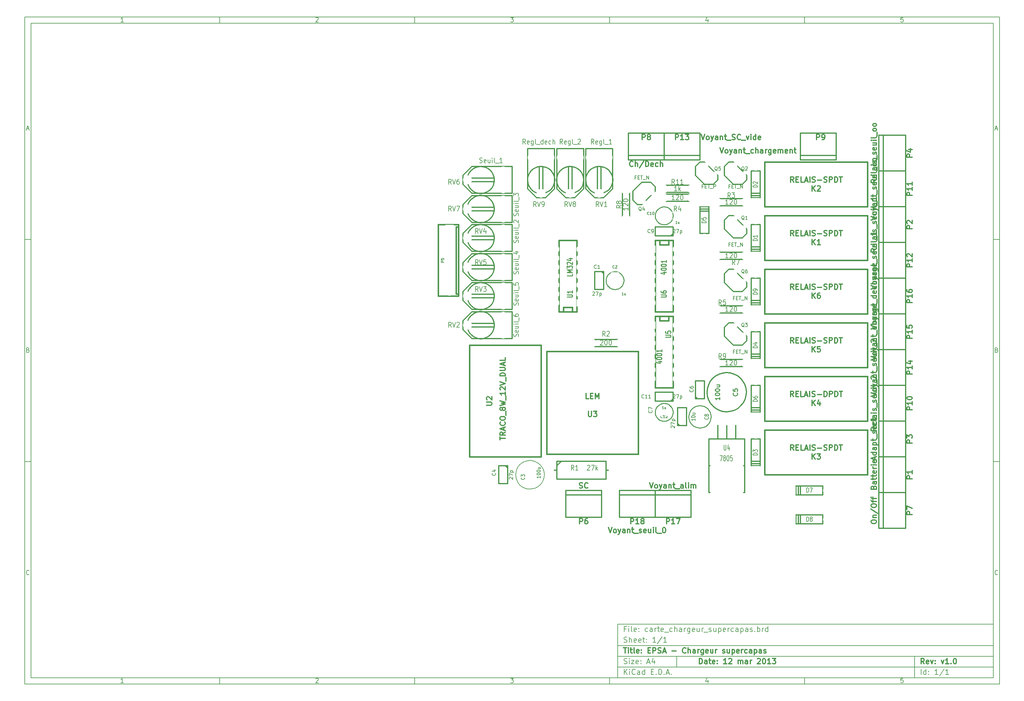
<source format=gto>
G04 (created by PCBNEW-RS274X (2012-01-19 BZR 3256)-stable) date 12/03/2013 15:56:57*
G01*
G70*
G90*
%MOIN*%
G04 Gerber Fmt 3.4, Leading zero omitted, Abs format*
%FSLAX34Y34*%
G04 APERTURE LIST*
%ADD10C,0.006000*%
%ADD11C,0.012000*%
%ADD12C,0.015000*%
%ADD13C,0.008000*%
%ADD14C,0.010000*%
%ADD15C,0.011300*%
%ADD16C,0.005000*%
%ADD17C,0.090000*%
%ADD18R,0.090000X0.090000*%
%ADD19C,0.085000*%
%ADD20C,0.100000*%
%ADD21R,0.110000X0.110000*%
%ADD22C,0.110000*%
%ADD23C,0.095000*%
%ADD24R,0.095000X0.095000*%
%ADD25R,0.110000X0.082000*%
%ADD26O,0.110000X0.082000*%
%ADD27C,0.270000*%
%ADD28R,0.370000X0.370000*%
%ADD29R,0.120000X0.120000*%
%ADD30C,0.120000*%
G04 APERTURE END LIST*
G54D10*
X04000Y-04000D02*
X113000Y-04000D01*
X113000Y-78670D01*
X04000Y-78670D01*
X04000Y-04000D01*
X04700Y-04700D02*
X112300Y-04700D01*
X112300Y-77970D01*
X04700Y-77970D01*
X04700Y-04700D01*
X25800Y-04000D02*
X25800Y-04700D01*
X15043Y-04552D02*
X14757Y-04552D01*
X14900Y-04552D02*
X14900Y-04052D01*
X14852Y-04124D01*
X14805Y-04171D01*
X14757Y-04195D01*
X25800Y-78670D02*
X25800Y-77970D01*
X15043Y-78522D02*
X14757Y-78522D01*
X14900Y-78522D02*
X14900Y-78022D01*
X14852Y-78094D01*
X14805Y-78141D01*
X14757Y-78165D01*
X47600Y-04000D02*
X47600Y-04700D01*
X36557Y-04100D02*
X36581Y-04076D01*
X36629Y-04052D01*
X36748Y-04052D01*
X36795Y-04076D01*
X36819Y-04100D01*
X36843Y-04148D01*
X36843Y-04195D01*
X36819Y-04267D01*
X36533Y-04552D01*
X36843Y-04552D01*
X47600Y-78670D02*
X47600Y-77970D01*
X36557Y-78070D02*
X36581Y-78046D01*
X36629Y-78022D01*
X36748Y-78022D01*
X36795Y-78046D01*
X36819Y-78070D01*
X36843Y-78118D01*
X36843Y-78165D01*
X36819Y-78237D01*
X36533Y-78522D01*
X36843Y-78522D01*
X69400Y-04000D02*
X69400Y-04700D01*
X58333Y-04052D02*
X58643Y-04052D01*
X58476Y-04243D01*
X58548Y-04243D01*
X58595Y-04267D01*
X58619Y-04290D01*
X58643Y-04338D01*
X58643Y-04457D01*
X58619Y-04505D01*
X58595Y-04529D01*
X58548Y-04552D01*
X58405Y-04552D01*
X58357Y-04529D01*
X58333Y-04505D01*
X69400Y-78670D02*
X69400Y-77970D01*
X58333Y-78022D02*
X58643Y-78022D01*
X58476Y-78213D01*
X58548Y-78213D01*
X58595Y-78237D01*
X58619Y-78260D01*
X58643Y-78308D01*
X58643Y-78427D01*
X58619Y-78475D01*
X58595Y-78499D01*
X58548Y-78522D01*
X58405Y-78522D01*
X58357Y-78499D01*
X58333Y-78475D01*
X91200Y-04000D02*
X91200Y-04700D01*
X80395Y-04219D02*
X80395Y-04552D01*
X80276Y-04029D02*
X80157Y-04386D01*
X80467Y-04386D01*
X91200Y-78670D02*
X91200Y-77970D01*
X80395Y-78189D02*
X80395Y-78522D01*
X80276Y-77999D02*
X80157Y-78356D01*
X80467Y-78356D01*
X102219Y-04052D02*
X101981Y-04052D01*
X101957Y-04290D01*
X101981Y-04267D01*
X102029Y-04243D01*
X102148Y-04243D01*
X102195Y-04267D01*
X102219Y-04290D01*
X102243Y-04338D01*
X102243Y-04457D01*
X102219Y-04505D01*
X102195Y-04529D01*
X102148Y-04552D01*
X102029Y-04552D01*
X101981Y-04529D01*
X101957Y-04505D01*
X102219Y-78022D02*
X101981Y-78022D01*
X101957Y-78260D01*
X101981Y-78237D01*
X102029Y-78213D01*
X102148Y-78213D01*
X102195Y-78237D01*
X102219Y-78260D01*
X102243Y-78308D01*
X102243Y-78427D01*
X102219Y-78475D01*
X102195Y-78499D01*
X102148Y-78522D01*
X102029Y-78522D01*
X101981Y-78499D01*
X101957Y-78475D01*
X04000Y-28890D02*
X04700Y-28890D01*
X04231Y-16510D02*
X04469Y-16510D01*
X04184Y-16652D02*
X04350Y-16152D01*
X04517Y-16652D01*
X113000Y-28890D02*
X112300Y-28890D01*
X112531Y-16510D02*
X112769Y-16510D01*
X112484Y-16652D02*
X112650Y-16152D01*
X112817Y-16652D01*
X04000Y-53780D02*
X04700Y-53780D01*
X04386Y-41280D02*
X04457Y-41304D01*
X04481Y-41328D01*
X04505Y-41376D01*
X04505Y-41447D01*
X04481Y-41495D01*
X04457Y-41519D01*
X04410Y-41542D01*
X04219Y-41542D01*
X04219Y-41042D01*
X04386Y-41042D01*
X04433Y-41066D01*
X04457Y-41090D01*
X04481Y-41138D01*
X04481Y-41185D01*
X04457Y-41233D01*
X04433Y-41257D01*
X04386Y-41280D01*
X04219Y-41280D01*
X113000Y-53780D02*
X112300Y-53780D01*
X112686Y-41280D02*
X112757Y-41304D01*
X112781Y-41328D01*
X112805Y-41376D01*
X112805Y-41447D01*
X112781Y-41495D01*
X112757Y-41519D01*
X112710Y-41542D01*
X112519Y-41542D01*
X112519Y-41042D01*
X112686Y-41042D01*
X112733Y-41066D01*
X112757Y-41090D01*
X112781Y-41138D01*
X112781Y-41185D01*
X112757Y-41233D01*
X112733Y-41257D01*
X112686Y-41280D01*
X112519Y-41280D01*
X04505Y-66385D02*
X04481Y-66409D01*
X04410Y-66432D01*
X04362Y-66432D01*
X04290Y-66409D01*
X04243Y-66361D01*
X04219Y-66313D01*
X04195Y-66218D01*
X04195Y-66147D01*
X04219Y-66051D01*
X04243Y-66004D01*
X04290Y-65956D01*
X04362Y-65932D01*
X04410Y-65932D01*
X04481Y-65956D01*
X04505Y-65980D01*
X112805Y-66385D02*
X112781Y-66409D01*
X112710Y-66432D01*
X112662Y-66432D01*
X112590Y-66409D01*
X112543Y-66361D01*
X112519Y-66313D01*
X112495Y-66218D01*
X112495Y-66147D01*
X112519Y-66051D01*
X112543Y-66004D01*
X112590Y-65956D01*
X112662Y-65932D01*
X112710Y-65932D01*
X112781Y-65956D01*
X112805Y-65980D01*
G54D11*
X79443Y-76413D02*
X79443Y-75813D01*
X79586Y-75813D01*
X79671Y-75841D01*
X79729Y-75899D01*
X79757Y-75956D01*
X79786Y-76070D01*
X79786Y-76156D01*
X79757Y-76270D01*
X79729Y-76327D01*
X79671Y-76384D01*
X79586Y-76413D01*
X79443Y-76413D01*
X80300Y-76413D02*
X80300Y-76099D01*
X80271Y-76041D01*
X80214Y-76013D01*
X80100Y-76013D01*
X80043Y-76041D01*
X80300Y-76384D02*
X80243Y-76413D01*
X80100Y-76413D01*
X80043Y-76384D01*
X80014Y-76327D01*
X80014Y-76270D01*
X80043Y-76213D01*
X80100Y-76184D01*
X80243Y-76184D01*
X80300Y-76156D01*
X80500Y-76013D02*
X80729Y-76013D01*
X80586Y-75813D02*
X80586Y-76327D01*
X80614Y-76384D01*
X80672Y-76413D01*
X80729Y-76413D01*
X81157Y-76384D02*
X81100Y-76413D01*
X80986Y-76413D01*
X80929Y-76384D01*
X80900Y-76327D01*
X80900Y-76099D01*
X80929Y-76041D01*
X80986Y-76013D01*
X81100Y-76013D01*
X81157Y-76041D01*
X81186Y-76099D01*
X81186Y-76156D01*
X80900Y-76213D01*
X81443Y-76356D02*
X81471Y-76384D01*
X81443Y-76413D01*
X81414Y-76384D01*
X81443Y-76356D01*
X81443Y-76413D01*
X81443Y-76041D02*
X81471Y-76070D01*
X81443Y-76099D01*
X81414Y-76070D01*
X81443Y-76041D01*
X81443Y-76099D01*
X82500Y-76413D02*
X82157Y-76413D01*
X82329Y-76413D02*
X82329Y-75813D01*
X82272Y-75899D01*
X82214Y-75956D01*
X82157Y-75984D01*
X82728Y-75870D02*
X82757Y-75841D01*
X82814Y-75813D01*
X82957Y-75813D01*
X83014Y-75841D01*
X83043Y-75870D01*
X83071Y-75927D01*
X83071Y-75984D01*
X83043Y-76070D01*
X82700Y-76413D01*
X83071Y-76413D01*
X83785Y-76413D02*
X83785Y-76013D01*
X83785Y-76070D02*
X83813Y-76041D01*
X83871Y-76013D01*
X83956Y-76013D01*
X84013Y-76041D01*
X84042Y-76099D01*
X84042Y-76413D01*
X84042Y-76099D02*
X84071Y-76041D01*
X84128Y-76013D01*
X84213Y-76013D01*
X84271Y-76041D01*
X84299Y-76099D01*
X84299Y-76413D01*
X84842Y-76413D02*
X84842Y-76099D01*
X84813Y-76041D01*
X84756Y-76013D01*
X84642Y-76013D01*
X84585Y-76041D01*
X84842Y-76384D02*
X84785Y-76413D01*
X84642Y-76413D01*
X84585Y-76384D01*
X84556Y-76327D01*
X84556Y-76270D01*
X84585Y-76213D01*
X84642Y-76184D01*
X84785Y-76184D01*
X84842Y-76156D01*
X85128Y-76413D02*
X85128Y-76013D01*
X85128Y-76127D02*
X85156Y-76070D01*
X85185Y-76041D01*
X85242Y-76013D01*
X85299Y-76013D01*
X85927Y-75870D02*
X85956Y-75841D01*
X86013Y-75813D01*
X86156Y-75813D01*
X86213Y-75841D01*
X86242Y-75870D01*
X86270Y-75927D01*
X86270Y-75984D01*
X86242Y-76070D01*
X85899Y-76413D01*
X86270Y-76413D01*
X86641Y-75813D02*
X86698Y-75813D01*
X86755Y-75841D01*
X86784Y-75870D01*
X86813Y-75927D01*
X86841Y-76041D01*
X86841Y-76184D01*
X86813Y-76299D01*
X86784Y-76356D01*
X86755Y-76384D01*
X86698Y-76413D01*
X86641Y-76413D01*
X86584Y-76384D01*
X86555Y-76356D01*
X86527Y-76299D01*
X86498Y-76184D01*
X86498Y-76041D01*
X86527Y-75927D01*
X86555Y-75870D01*
X86584Y-75841D01*
X86641Y-75813D01*
X87412Y-76413D02*
X87069Y-76413D01*
X87241Y-76413D02*
X87241Y-75813D01*
X87184Y-75899D01*
X87126Y-75956D01*
X87069Y-75984D01*
X87612Y-75813D02*
X87983Y-75813D01*
X87783Y-76041D01*
X87869Y-76041D01*
X87926Y-76070D01*
X87955Y-76099D01*
X87983Y-76156D01*
X87983Y-76299D01*
X87955Y-76356D01*
X87926Y-76384D01*
X87869Y-76413D01*
X87697Y-76413D01*
X87640Y-76384D01*
X87612Y-76356D01*
G54D10*
X71043Y-77613D02*
X71043Y-77013D01*
X71386Y-77613D02*
X71129Y-77270D01*
X71386Y-77013D02*
X71043Y-77356D01*
X71643Y-77613D02*
X71643Y-77213D01*
X71643Y-77013D02*
X71614Y-77041D01*
X71643Y-77070D01*
X71671Y-77041D01*
X71643Y-77013D01*
X71643Y-77070D01*
X72272Y-77556D02*
X72243Y-77584D01*
X72157Y-77613D01*
X72100Y-77613D01*
X72015Y-77584D01*
X71957Y-77527D01*
X71929Y-77470D01*
X71900Y-77356D01*
X71900Y-77270D01*
X71929Y-77156D01*
X71957Y-77099D01*
X72015Y-77041D01*
X72100Y-77013D01*
X72157Y-77013D01*
X72243Y-77041D01*
X72272Y-77070D01*
X72786Y-77613D02*
X72786Y-77299D01*
X72757Y-77241D01*
X72700Y-77213D01*
X72586Y-77213D01*
X72529Y-77241D01*
X72786Y-77584D02*
X72729Y-77613D01*
X72586Y-77613D01*
X72529Y-77584D01*
X72500Y-77527D01*
X72500Y-77470D01*
X72529Y-77413D01*
X72586Y-77384D01*
X72729Y-77384D01*
X72786Y-77356D01*
X73329Y-77613D02*
X73329Y-77013D01*
X73329Y-77584D02*
X73272Y-77613D01*
X73158Y-77613D01*
X73100Y-77584D01*
X73072Y-77556D01*
X73043Y-77499D01*
X73043Y-77327D01*
X73072Y-77270D01*
X73100Y-77241D01*
X73158Y-77213D01*
X73272Y-77213D01*
X73329Y-77241D01*
X74072Y-77299D02*
X74272Y-77299D01*
X74358Y-77613D02*
X74072Y-77613D01*
X74072Y-77013D01*
X74358Y-77013D01*
X74615Y-77556D02*
X74643Y-77584D01*
X74615Y-77613D01*
X74586Y-77584D01*
X74615Y-77556D01*
X74615Y-77613D01*
X74901Y-77613D02*
X74901Y-77013D01*
X75044Y-77013D01*
X75129Y-77041D01*
X75187Y-77099D01*
X75215Y-77156D01*
X75244Y-77270D01*
X75244Y-77356D01*
X75215Y-77470D01*
X75187Y-77527D01*
X75129Y-77584D01*
X75044Y-77613D01*
X74901Y-77613D01*
X75501Y-77556D02*
X75529Y-77584D01*
X75501Y-77613D01*
X75472Y-77584D01*
X75501Y-77556D01*
X75501Y-77613D01*
X75758Y-77441D02*
X76044Y-77441D01*
X75701Y-77613D02*
X75901Y-77013D01*
X76101Y-77613D01*
X76301Y-77556D02*
X76329Y-77584D01*
X76301Y-77613D01*
X76272Y-77584D01*
X76301Y-77556D01*
X76301Y-77613D01*
G54D11*
X104586Y-76413D02*
X104386Y-76127D01*
X104243Y-76413D02*
X104243Y-75813D01*
X104471Y-75813D01*
X104529Y-75841D01*
X104557Y-75870D01*
X104586Y-75927D01*
X104586Y-76013D01*
X104557Y-76070D01*
X104529Y-76099D01*
X104471Y-76127D01*
X104243Y-76127D01*
X105071Y-76384D02*
X105014Y-76413D01*
X104900Y-76413D01*
X104843Y-76384D01*
X104814Y-76327D01*
X104814Y-76099D01*
X104843Y-76041D01*
X104900Y-76013D01*
X105014Y-76013D01*
X105071Y-76041D01*
X105100Y-76099D01*
X105100Y-76156D01*
X104814Y-76213D01*
X105300Y-76013D02*
X105443Y-76413D01*
X105585Y-76013D01*
X105814Y-76356D02*
X105842Y-76384D01*
X105814Y-76413D01*
X105785Y-76384D01*
X105814Y-76356D01*
X105814Y-76413D01*
X105814Y-76041D02*
X105842Y-76070D01*
X105814Y-76099D01*
X105785Y-76070D01*
X105814Y-76041D01*
X105814Y-76099D01*
X106500Y-76013D02*
X106643Y-76413D01*
X106785Y-76013D01*
X107328Y-76413D02*
X106985Y-76413D01*
X107157Y-76413D02*
X107157Y-75813D01*
X107100Y-75899D01*
X107042Y-75956D01*
X106985Y-75984D01*
X107585Y-76356D02*
X107613Y-76384D01*
X107585Y-76413D01*
X107556Y-76384D01*
X107585Y-76356D01*
X107585Y-76413D01*
X107985Y-75813D02*
X108042Y-75813D01*
X108099Y-75841D01*
X108128Y-75870D01*
X108157Y-75927D01*
X108185Y-76041D01*
X108185Y-76184D01*
X108157Y-76299D01*
X108128Y-76356D01*
X108099Y-76384D01*
X108042Y-76413D01*
X107985Y-76413D01*
X107928Y-76384D01*
X107899Y-76356D01*
X107871Y-76299D01*
X107842Y-76184D01*
X107842Y-76041D01*
X107871Y-75927D01*
X107899Y-75870D01*
X107928Y-75841D01*
X107985Y-75813D01*
G54D10*
X71014Y-76384D02*
X71100Y-76413D01*
X71243Y-76413D01*
X71300Y-76384D01*
X71329Y-76356D01*
X71357Y-76299D01*
X71357Y-76241D01*
X71329Y-76184D01*
X71300Y-76156D01*
X71243Y-76127D01*
X71129Y-76099D01*
X71071Y-76070D01*
X71043Y-76041D01*
X71014Y-75984D01*
X71014Y-75927D01*
X71043Y-75870D01*
X71071Y-75841D01*
X71129Y-75813D01*
X71271Y-75813D01*
X71357Y-75841D01*
X71614Y-76413D02*
X71614Y-76013D01*
X71614Y-75813D02*
X71585Y-75841D01*
X71614Y-75870D01*
X71642Y-75841D01*
X71614Y-75813D01*
X71614Y-75870D01*
X71843Y-76013D02*
X72157Y-76013D01*
X71843Y-76413D01*
X72157Y-76413D01*
X72614Y-76384D02*
X72557Y-76413D01*
X72443Y-76413D01*
X72386Y-76384D01*
X72357Y-76327D01*
X72357Y-76099D01*
X72386Y-76041D01*
X72443Y-76013D01*
X72557Y-76013D01*
X72614Y-76041D01*
X72643Y-76099D01*
X72643Y-76156D01*
X72357Y-76213D01*
X72900Y-76356D02*
X72928Y-76384D01*
X72900Y-76413D01*
X72871Y-76384D01*
X72900Y-76356D01*
X72900Y-76413D01*
X72900Y-76041D02*
X72928Y-76070D01*
X72900Y-76099D01*
X72871Y-76070D01*
X72900Y-76041D01*
X72900Y-76099D01*
X73614Y-76241D02*
X73900Y-76241D01*
X73557Y-76413D02*
X73757Y-75813D01*
X73957Y-76413D01*
X74414Y-76013D02*
X74414Y-76413D01*
X74271Y-75784D02*
X74128Y-76213D01*
X74500Y-76213D01*
X104243Y-77613D02*
X104243Y-77013D01*
X104786Y-77613D02*
X104786Y-77013D01*
X104786Y-77584D02*
X104729Y-77613D01*
X104615Y-77613D01*
X104557Y-77584D01*
X104529Y-77556D01*
X104500Y-77499D01*
X104500Y-77327D01*
X104529Y-77270D01*
X104557Y-77241D01*
X104615Y-77213D01*
X104729Y-77213D01*
X104786Y-77241D01*
X105072Y-77556D02*
X105100Y-77584D01*
X105072Y-77613D01*
X105043Y-77584D01*
X105072Y-77556D01*
X105072Y-77613D01*
X105072Y-77241D02*
X105100Y-77270D01*
X105072Y-77299D01*
X105043Y-77270D01*
X105072Y-77241D01*
X105072Y-77299D01*
X106129Y-77613D02*
X105786Y-77613D01*
X105958Y-77613D02*
X105958Y-77013D01*
X105901Y-77099D01*
X105843Y-77156D01*
X105786Y-77184D01*
X106814Y-76984D02*
X106300Y-77756D01*
X107329Y-77613D02*
X106986Y-77613D01*
X107158Y-77613D02*
X107158Y-77013D01*
X107101Y-77099D01*
X107043Y-77156D01*
X106986Y-77184D01*
G54D11*
X70957Y-74613D02*
X71300Y-74613D01*
X71129Y-75213D02*
X71129Y-74613D01*
X71500Y-75213D02*
X71500Y-74813D01*
X71500Y-74613D02*
X71471Y-74641D01*
X71500Y-74670D01*
X71528Y-74641D01*
X71500Y-74613D01*
X71500Y-74670D01*
X71700Y-74813D02*
X71929Y-74813D01*
X71786Y-74613D02*
X71786Y-75127D01*
X71814Y-75184D01*
X71872Y-75213D01*
X71929Y-75213D01*
X72215Y-75213D02*
X72157Y-75184D01*
X72129Y-75127D01*
X72129Y-74613D01*
X72671Y-75184D02*
X72614Y-75213D01*
X72500Y-75213D01*
X72443Y-75184D01*
X72414Y-75127D01*
X72414Y-74899D01*
X72443Y-74841D01*
X72500Y-74813D01*
X72614Y-74813D01*
X72671Y-74841D01*
X72700Y-74899D01*
X72700Y-74956D01*
X72414Y-75013D01*
X72957Y-75156D02*
X72985Y-75184D01*
X72957Y-75213D01*
X72928Y-75184D01*
X72957Y-75156D01*
X72957Y-75213D01*
X72957Y-74841D02*
X72985Y-74870D01*
X72957Y-74899D01*
X72928Y-74870D01*
X72957Y-74841D01*
X72957Y-74899D01*
X73700Y-74899D02*
X73900Y-74899D01*
X73986Y-75213D02*
X73700Y-75213D01*
X73700Y-74613D01*
X73986Y-74613D01*
X74243Y-75213D02*
X74243Y-74613D01*
X74471Y-74613D01*
X74529Y-74641D01*
X74557Y-74670D01*
X74586Y-74727D01*
X74586Y-74813D01*
X74557Y-74870D01*
X74529Y-74899D01*
X74471Y-74927D01*
X74243Y-74927D01*
X74814Y-75184D02*
X74900Y-75213D01*
X75043Y-75213D01*
X75100Y-75184D01*
X75129Y-75156D01*
X75157Y-75099D01*
X75157Y-75041D01*
X75129Y-74984D01*
X75100Y-74956D01*
X75043Y-74927D01*
X74929Y-74899D01*
X74871Y-74870D01*
X74843Y-74841D01*
X74814Y-74784D01*
X74814Y-74727D01*
X74843Y-74670D01*
X74871Y-74641D01*
X74929Y-74613D01*
X75071Y-74613D01*
X75157Y-74641D01*
X75385Y-75041D02*
X75671Y-75041D01*
X75328Y-75213D02*
X75528Y-74613D01*
X75728Y-75213D01*
X76385Y-74984D02*
X76842Y-74984D01*
X77928Y-75156D02*
X77899Y-75184D01*
X77813Y-75213D01*
X77756Y-75213D01*
X77671Y-75184D01*
X77613Y-75127D01*
X77585Y-75070D01*
X77556Y-74956D01*
X77556Y-74870D01*
X77585Y-74756D01*
X77613Y-74699D01*
X77671Y-74641D01*
X77756Y-74613D01*
X77813Y-74613D01*
X77899Y-74641D01*
X77928Y-74670D01*
X78185Y-75213D02*
X78185Y-74613D01*
X78442Y-75213D02*
X78442Y-74899D01*
X78413Y-74841D01*
X78356Y-74813D01*
X78271Y-74813D01*
X78213Y-74841D01*
X78185Y-74870D01*
X78985Y-75213D02*
X78985Y-74899D01*
X78956Y-74841D01*
X78899Y-74813D01*
X78785Y-74813D01*
X78728Y-74841D01*
X78985Y-75184D02*
X78928Y-75213D01*
X78785Y-75213D01*
X78728Y-75184D01*
X78699Y-75127D01*
X78699Y-75070D01*
X78728Y-75013D01*
X78785Y-74984D01*
X78928Y-74984D01*
X78985Y-74956D01*
X79271Y-75213D02*
X79271Y-74813D01*
X79271Y-74927D02*
X79299Y-74870D01*
X79328Y-74841D01*
X79385Y-74813D01*
X79442Y-74813D01*
X79899Y-74813D02*
X79899Y-75299D01*
X79870Y-75356D01*
X79842Y-75384D01*
X79785Y-75413D01*
X79699Y-75413D01*
X79642Y-75384D01*
X79899Y-75184D02*
X79842Y-75213D01*
X79728Y-75213D01*
X79670Y-75184D01*
X79642Y-75156D01*
X79613Y-75099D01*
X79613Y-74927D01*
X79642Y-74870D01*
X79670Y-74841D01*
X79728Y-74813D01*
X79842Y-74813D01*
X79899Y-74841D01*
X80413Y-75184D02*
X80356Y-75213D01*
X80242Y-75213D01*
X80185Y-75184D01*
X80156Y-75127D01*
X80156Y-74899D01*
X80185Y-74841D01*
X80242Y-74813D01*
X80356Y-74813D01*
X80413Y-74841D01*
X80442Y-74899D01*
X80442Y-74956D01*
X80156Y-75013D01*
X80956Y-74813D02*
X80956Y-75213D01*
X80699Y-74813D02*
X80699Y-75127D01*
X80727Y-75184D01*
X80785Y-75213D01*
X80870Y-75213D01*
X80927Y-75184D01*
X80956Y-75156D01*
X81242Y-75213D02*
X81242Y-74813D01*
X81242Y-74927D02*
X81270Y-74870D01*
X81299Y-74841D01*
X81356Y-74813D01*
X81413Y-74813D01*
X82041Y-75184D02*
X82098Y-75213D01*
X82213Y-75213D01*
X82270Y-75184D01*
X82298Y-75127D01*
X82298Y-75099D01*
X82270Y-75041D01*
X82213Y-75013D01*
X82127Y-75013D01*
X82070Y-74984D01*
X82041Y-74927D01*
X82041Y-74899D01*
X82070Y-74841D01*
X82127Y-74813D01*
X82213Y-74813D01*
X82270Y-74841D01*
X82813Y-74813D02*
X82813Y-75213D01*
X82556Y-74813D02*
X82556Y-75127D01*
X82584Y-75184D01*
X82642Y-75213D01*
X82727Y-75213D01*
X82784Y-75184D01*
X82813Y-75156D01*
X83099Y-74813D02*
X83099Y-75413D01*
X83099Y-74841D02*
X83156Y-74813D01*
X83270Y-74813D01*
X83327Y-74841D01*
X83356Y-74870D01*
X83385Y-74927D01*
X83385Y-75099D01*
X83356Y-75156D01*
X83327Y-75184D01*
X83270Y-75213D01*
X83156Y-75213D01*
X83099Y-75184D01*
X83870Y-75184D02*
X83813Y-75213D01*
X83699Y-75213D01*
X83642Y-75184D01*
X83613Y-75127D01*
X83613Y-74899D01*
X83642Y-74841D01*
X83699Y-74813D01*
X83813Y-74813D01*
X83870Y-74841D01*
X83899Y-74899D01*
X83899Y-74956D01*
X83613Y-75013D01*
X84156Y-75213D02*
X84156Y-74813D01*
X84156Y-74927D02*
X84184Y-74870D01*
X84213Y-74841D01*
X84270Y-74813D01*
X84327Y-74813D01*
X84784Y-75184D02*
X84727Y-75213D01*
X84613Y-75213D01*
X84555Y-75184D01*
X84527Y-75156D01*
X84498Y-75099D01*
X84498Y-74927D01*
X84527Y-74870D01*
X84555Y-74841D01*
X84613Y-74813D01*
X84727Y-74813D01*
X84784Y-74841D01*
X85298Y-75213D02*
X85298Y-74899D01*
X85269Y-74841D01*
X85212Y-74813D01*
X85098Y-74813D01*
X85041Y-74841D01*
X85298Y-75184D02*
X85241Y-75213D01*
X85098Y-75213D01*
X85041Y-75184D01*
X85012Y-75127D01*
X85012Y-75070D01*
X85041Y-75013D01*
X85098Y-74984D01*
X85241Y-74984D01*
X85298Y-74956D01*
X85584Y-74813D02*
X85584Y-75413D01*
X85584Y-74841D02*
X85641Y-74813D01*
X85755Y-74813D01*
X85812Y-74841D01*
X85841Y-74870D01*
X85870Y-74927D01*
X85870Y-75099D01*
X85841Y-75156D01*
X85812Y-75184D01*
X85755Y-75213D01*
X85641Y-75213D01*
X85584Y-75184D01*
X86384Y-75213D02*
X86384Y-74899D01*
X86355Y-74841D01*
X86298Y-74813D01*
X86184Y-74813D01*
X86127Y-74841D01*
X86384Y-75184D02*
X86327Y-75213D01*
X86184Y-75213D01*
X86127Y-75184D01*
X86098Y-75127D01*
X86098Y-75070D01*
X86127Y-75013D01*
X86184Y-74984D01*
X86327Y-74984D01*
X86384Y-74956D01*
X86641Y-75184D02*
X86698Y-75213D01*
X86813Y-75213D01*
X86870Y-75184D01*
X86898Y-75127D01*
X86898Y-75099D01*
X86870Y-75041D01*
X86813Y-75013D01*
X86727Y-75013D01*
X86670Y-74984D01*
X86641Y-74927D01*
X86641Y-74899D01*
X86670Y-74841D01*
X86727Y-74813D01*
X86813Y-74813D01*
X86870Y-74841D01*
G54D10*
X71243Y-72499D02*
X71043Y-72499D01*
X71043Y-72813D02*
X71043Y-72213D01*
X71329Y-72213D01*
X71557Y-72813D02*
X71557Y-72413D01*
X71557Y-72213D02*
X71528Y-72241D01*
X71557Y-72270D01*
X71585Y-72241D01*
X71557Y-72213D01*
X71557Y-72270D01*
X71929Y-72813D02*
X71871Y-72784D01*
X71843Y-72727D01*
X71843Y-72213D01*
X72385Y-72784D02*
X72328Y-72813D01*
X72214Y-72813D01*
X72157Y-72784D01*
X72128Y-72727D01*
X72128Y-72499D01*
X72157Y-72441D01*
X72214Y-72413D01*
X72328Y-72413D01*
X72385Y-72441D01*
X72414Y-72499D01*
X72414Y-72556D01*
X72128Y-72613D01*
X72671Y-72756D02*
X72699Y-72784D01*
X72671Y-72813D01*
X72642Y-72784D01*
X72671Y-72756D01*
X72671Y-72813D01*
X72671Y-72441D02*
X72699Y-72470D01*
X72671Y-72499D01*
X72642Y-72470D01*
X72671Y-72441D01*
X72671Y-72499D01*
X73671Y-72784D02*
X73614Y-72813D01*
X73500Y-72813D01*
X73442Y-72784D01*
X73414Y-72756D01*
X73385Y-72699D01*
X73385Y-72527D01*
X73414Y-72470D01*
X73442Y-72441D01*
X73500Y-72413D01*
X73614Y-72413D01*
X73671Y-72441D01*
X74185Y-72813D02*
X74185Y-72499D01*
X74156Y-72441D01*
X74099Y-72413D01*
X73985Y-72413D01*
X73928Y-72441D01*
X74185Y-72784D02*
X74128Y-72813D01*
X73985Y-72813D01*
X73928Y-72784D01*
X73899Y-72727D01*
X73899Y-72670D01*
X73928Y-72613D01*
X73985Y-72584D01*
X74128Y-72584D01*
X74185Y-72556D01*
X74471Y-72813D02*
X74471Y-72413D01*
X74471Y-72527D02*
X74499Y-72470D01*
X74528Y-72441D01*
X74585Y-72413D01*
X74642Y-72413D01*
X74756Y-72413D02*
X74985Y-72413D01*
X74842Y-72213D02*
X74842Y-72727D01*
X74870Y-72784D01*
X74928Y-72813D01*
X74985Y-72813D01*
X75413Y-72784D02*
X75356Y-72813D01*
X75242Y-72813D01*
X75185Y-72784D01*
X75156Y-72727D01*
X75156Y-72499D01*
X75185Y-72441D01*
X75242Y-72413D01*
X75356Y-72413D01*
X75413Y-72441D01*
X75442Y-72499D01*
X75442Y-72556D01*
X75156Y-72613D01*
X75556Y-72870D02*
X76013Y-72870D01*
X76413Y-72784D02*
X76356Y-72813D01*
X76242Y-72813D01*
X76184Y-72784D01*
X76156Y-72756D01*
X76127Y-72699D01*
X76127Y-72527D01*
X76156Y-72470D01*
X76184Y-72441D01*
X76242Y-72413D01*
X76356Y-72413D01*
X76413Y-72441D01*
X76670Y-72813D02*
X76670Y-72213D01*
X76927Y-72813D02*
X76927Y-72499D01*
X76898Y-72441D01*
X76841Y-72413D01*
X76756Y-72413D01*
X76698Y-72441D01*
X76670Y-72470D01*
X77470Y-72813D02*
X77470Y-72499D01*
X77441Y-72441D01*
X77384Y-72413D01*
X77270Y-72413D01*
X77213Y-72441D01*
X77470Y-72784D02*
X77413Y-72813D01*
X77270Y-72813D01*
X77213Y-72784D01*
X77184Y-72727D01*
X77184Y-72670D01*
X77213Y-72613D01*
X77270Y-72584D01*
X77413Y-72584D01*
X77470Y-72556D01*
X77756Y-72813D02*
X77756Y-72413D01*
X77756Y-72527D02*
X77784Y-72470D01*
X77813Y-72441D01*
X77870Y-72413D01*
X77927Y-72413D01*
X78384Y-72413D02*
X78384Y-72899D01*
X78355Y-72956D01*
X78327Y-72984D01*
X78270Y-73013D01*
X78184Y-73013D01*
X78127Y-72984D01*
X78384Y-72784D02*
X78327Y-72813D01*
X78213Y-72813D01*
X78155Y-72784D01*
X78127Y-72756D01*
X78098Y-72699D01*
X78098Y-72527D01*
X78127Y-72470D01*
X78155Y-72441D01*
X78213Y-72413D01*
X78327Y-72413D01*
X78384Y-72441D01*
X78898Y-72784D02*
X78841Y-72813D01*
X78727Y-72813D01*
X78670Y-72784D01*
X78641Y-72727D01*
X78641Y-72499D01*
X78670Y-72441D01*
X78727Y-72413D01*
X78841Y-72413D01*
X78898Y-72441D01*
X78927Y-72499D01*
X78927Y-72556D01*
X78641Y-72613D01*
X79441Y-72413D02*
X79441Y-72813D01*
X79184Y-72413D02*
X79184Y-72727D01*
X79212Y-72784D01*
X79270Y-72813D01*
X79355Y-72813D01*
X79412Y-72784D01*
X79441Y-72756D01*
X79727Y-72813D02*
X79727Y-72413D01*
X79727Y-72527D02*
X79755Y-72470D01*
X79784Y-72441D01*
X79841Y-72413D01*
X79898Y-72413D01*
X79955Y-72870D02*
X80412Y-72870D01*
X80526Y-72784D02*
X80583Y-72813D01*
X80698Y-72813D01*
X80755Y-72784D01*
X80783Y-72727D01*
X80783Y-72699D01*
X80755Y-72641D01*
X80698Y-72613D01*
X80612Y-72613D01*
X80555Y-72584D01*
X80526Y-72527D01*
X80526Y-72499D01*
X80555Y-72441D01*
X80612Y-72413D01*
X80698Y-72413D01*
X80755Y-72441D01*
X81298Y-72413D02*
X81298Y-72813D01*
X81041Y-72413D02*
X81041Y-72727D01*
X81069Y-72784D01*
X81127Y-72813D01*
X81212Y-72813D01*
X81269Y-72784D01*
X81298Y-72756D01*
X81584Y-72413D02*
X81584Y-73013D01*
X81584Y-72441D02*
X81641Y-72413D01*
X81755Y-72413D01*
X81812Y-72441D01*
X81841Y-72470D01*
X81870Y-72527D01*
X81870Y-72699D01*
X81841Y-72756D01*
X81812Y-72784D01*
X81755Y-72813D01*
X81641Y-72813D01*
X81584Y-72784D01*
X82355Y-72784D02*
X82298Y-72813D01*
X82184Y-72813D01*
X82127Y-72784D01*
X82098Y-72727D01*
X82098Y-72499D01*
X82127Y-72441D01*
X82184Y-72413D01*
X82298Y-72413D01*
X82355Y-72441D01*
X82384Y-72499D01*
X82384Y-72556D01*
X82098Y-72613D01*
X82641Y-72813D02*
X82641Y-72413D01*
X82641Y-72527D02*
X82669Y-72470D01*
X82698Y-72441D01*
X82755Y-72413D01*
X82812Y-72413D01*
X83269Y-72784D02*
X83212Y-72813D01*
X83098Y-72813D01*
X83040Y-72784D01*
X83012Y-72756D01*
X82983Y-72699D01*
X82983Y-72527D01*
X83012Y-72470D01*
X83040Y-72441D01*
X83098Y-72413D01*
X83212Y-72413D01*
X83269Y-72441D01*
X83783Y-72813D02*
X83783Y-72499D01*
X83754Y-72441D01*
X83697Y-72413D01*
X83583Y-72413D01*
X83526Y-72441D01*
X83783Y-72784D02*
X83726Y-72813D01*
X83583Y-72813D01*
X83526Y-72784D01*
X83497Y-72727D01*
X83497Y-72670D01*
X83526Y-72613D01*
X83583Y-72584D01*
X83726Y-72584D01*
X83783Y-72556D01*
X84069Y-72413D02*
X84069Y-73013D01*
X84069Y-72441D02*
X84126Y-72413D01*
X84240Y-72413D01*
X84297Y-72441D01*
X84326Y-72470D01*
X84355Y-72527D01*
X84355Y-72699D01*
X84326Y-72756D01*
X84297Y-72784D01*
X84240Y-72813D01*
X84126Y-72813D01*
X84069Y-72784D01*
X84869Y-72813D02*
X84869Y-72499D01*
X84840Y-72441D01*
X84783Y-72413D01*
X84669Y-72413D01*
X84612Y-72441D01*
X84869Y-72784D02*
X84812Y-72813D01*
X84669Y-72813D01*
X84612Y-72784D01*
X84583Y-72727D01*
X84583Y-72670D01*
X84612Y-72613D01*
X84669Y-72584D01*
X84812Y-72584D01*
X84869Y-72556D01*
X85126Y-72784D02*
X85183Y-72813D01*
X85298Y-72813D01*
X85355Y-72784D01*
X85383Y-72727D01*
X85383Y-72699D01*
X85355Y-72641D01*
X85298Y-72613D01*
X85212Y-72613D01*
X85155Y-72584D01*
X85126Y-72527D01*
X85126Y-72499D01*
X85155Y-72441D01*
X85212Y-72413D01*
X85298Y-72413D01*
X85355Y-72441D01*
X85641Y-72756D02*
X85669Y-72784D01*
X85641Y-72813D01*
X85612Y-72784D01*
X85641Y-72756D01*
X85641Y-72813D01*
X85927Y-72813D02*
X85927Y-72213D01*
X85927Y-72441D02*
X85984Y-72413D01*
X86098Y-72413D01*
X86155Y-72441D01*
X86184Y-72470D01*
X86213Y-72527D01*
X86213Y-72699D01*
X86184Y-72756D01*
X86155Y-72784D01*
X86098Y-72813D01*
X85984Y-72813D01*
X85927Y-72784D01*
X86470Y-72813D02*
X86470Y-72413D01*
X86470Y-72527D02*
X86498Y-72470D01*
X86527Y-72441D01*
X86584Y-72413D01*
X86641Y-72413D01*
X87098Y-72813D02*
X87098Y-72213D01*
X87098Y-72784D02*
X87041Y-72813D01*
X86927Y-72813D01*
X86869Y-72784D01*
X86841Y-72756D01*
X86812Y-72699D01*
X86812Y-72527D01*
X86841Y-72470D01*
X86869Y-72441D01*
X86927Y-72413D01*
X87041Y-72413D01*
X87098Y-72441D01*
X71014Y-73984D02*
X71100Y-74013D01*
X71243Y-74013D01*
X71300Y-73984D01*
X71329Y-73956D01*
X71357Y-73899D01*
X71357Y-73841D01*
X71329Y-73784D01*
X71300Y-73756D01*
X71243Y-73727D01*
X71129Y-73699D01*
X71071Y-73670D01*
X71043Y-73641D01*
X71014Y-73584D01*
X71014Y-73527D01*
X71043Y-73470D01*
X71071Y-73441D01*
X71129Y-73413D01*
X71271Y-73413D01*
X71357Y-73441D01*
X71614Y-74013D02*
X71614Y-73413D01*
X71871Y-74013D02*
X71871Y-73699D01*
X71842Y-73641D01*
X71785Y-73613D01*
X71700Y-73613D01*
X71642Y-73641D01*
X71614Y-73670D01*
X72385Y-73984D02*
X72328Y-74013D01*
X72214Y-74013D01*
X72157Y-73984D01*
X72128Y-73927D01*
X72128Y-73699D01*
X72157Y-73641D01*
X72214Y-73613D01*
X72328Y-73613D01*
X72385Y-73641D01*
X72414Y-73699D01*
X72414Y-73756D01*
X72128Y-73813D01*
X72899Y-73984D02*
X72842Y-74013D01*
X72728Y-74013D01*
X72671Y-73984D01*
X72642Y-73927D01*
X72642Y-73699D01*
X72671Y-73641D01*
X72728Y-73613D01*
X72842Y-73613D01*
X72899Y-73641D01*
X72928Y-73699D01*
X72928Y-73756D01*
X72642Y-73813D01*
X73099Y-73613D02*
X73328Y-73613D01*
X73185Y-73413D02*
X73185Y-73927D01*
X73213Y-73984D01*
X73271Y-74013D01*
X73328Y-74013D01*
X73528Y-73956D02*
X73556Y-73984D01*
X73528Y-74013D01*
X73499Y-73984D01*
X73528Y-73956D01*
X73528Y-74013D01*
X73528Y-73641D02*
X73556Y-73670D01*
X73528Y-73699D01*
X73499Y-73670D01*
X73528Y-73641D01*
X73528Y-73699D01*
X74585Y-74013D02*
X74242Y-74013D01*
X74414Y-74013D02*
X74414Y-73413D01*
X74357Y-73499D01*
X74299Y-73556D01*
X74242Y-73584D01*
X75270Y-73384D02*
X74756Y-74156D01*
X75785Y-74013D02*
X75442Y-74013D01*
X75614Y-74013D02*
X75614Y-73413D01*
X75557Y-73499D01*
X75499Y-73556D01*
X75442Y-73584D01*
X70300Y-71970D02*
X70300Y-77970D01*
X70300Y-71970D02*
X112300Y-71970D01*
X70300Y-71970D02*
X112300Y-71970D01*
X70300Y-74370D02*
X112300Y-74370D01*
X103500Y-75570D02*
X103500Y-77970D01*
X70300Y-76770D02*
X112300Y-76770D01*
X70300Y-75570D02*
X112300Y-75570D01*
X76900Y-75570D02*
X76900Y-76770D01*
G54D12*
X53750Y-40750D02*
X53750Y-53250D01*
X53750Y-53250D02*
X61750Y-53250D01*
X61750Y-53250D02*
X61750Y-40750D01*
X61750Y-40750D02*
X53750Y-40750D01*
G54D11*
X84750Y-27750D02*
X83250Y-26250D01*
X83250Y-26250D02*
X82750Y-26250D01*
X82750Y-26250D02*
X82250Y-26750D01*
X82250Y-26750D02*
X82250Y-27750D01*
X82250Y-27750D02*
X83250Y-28750D01*
X83250Y-28750D02*
X84250Y-28750D01*
X84250Y-28750D02*
X84750Y-28250D01*
X84750Y-28250D02*
X84750Y-27750D01*
X84750Y-21750D02*
X83250Y-20250D01*
X83250Y-20250D02*
X82750Y-20250D01*
X82750Y-20250D02*
X82250Y-20750D01*
X82250Y-20750D02*
X82250Y-21750D01*
X82250Y-21750D02*
X83250Y-22750D01*
X83250Y-22750D02*
X84250Y-22750D01*
X84250Y-22750D02*
X84750Y-22250D01*
X84750Y-22250D02*
X84750Y-21750D01*
X84750Y-39750D02*
X83250Y-38250D01*
X83250Y-38250D02*
X82750Y-38250D01*
X82750Y-38250D02*
X82250Y-38750D01*
X82250Y-38750D02*
X82250Y-39750D01*
X82250Y-39750D02*
X83250Y-40750D01*
X83250Y-40750D02*
X84250Y-40750D01*
X84250Y-40750D02*
X84750Y-40250D01*
X84750Y-40250D02*
X84750Y-39750D01*
X66500Y-18750D02*
X66500Y-23250D01*
X66500Y-23250D02*
X65500Y-24250D01*
X65500Y-24250D02*
X64500Y-24250D01*
X64500Y-24250D02*
X63500Y-23250D01*
X63500Y-23250D02*
X63500Y-18750D01*
X63500Y-18750D02*
X66500Y-18750D01*
X66500Y-22050D02*
X66500Y-22500D01*
X63500Y-22400D02*
X63500Y-22050D01*
X65200Y-20750D02*
X65200Y-23700D01*
X64800Y-20750D02*
X64800Y-23700D01*
X66520Y-22250D02*
X66491Y-22545D01*
X66405Y-22829D01*
X66266Y-23091D01*
X66078Y-23321D01*
X65849Y-23510D01*
X65589Y-23651D01*
X65305Y-23738D01*
X65010Y-23769D01*
X64716Y-23743D01*
X64431Y-23659D01*
X64168Y-23521D01*
X63937Y-23335D01*
X63746Y-23108D01*
X63603Y-22848D01*
X63514Y-22566D01*
X63481Y-22271D01*
X63505Y-21976D01*
X63587Y-21691D01*
X63723Y-21427D01*
X63907Y-21195D01*
X64133Y-21002D01*
X64392Y-20858D01*
X64674Y-20766D01*
X64969Y-20731D01*
X65263Y-20754D01*
X65549Y-20833D01*
X65814Y-20967D01*
X66048Y-21150D01*
X66242Y-21374D01*
X66388Y-21632D01*
X66482Y-21914D01*
X66519Y-22208D01*
X66520Y-22250D01*
X58500Y-27000D02*
X54000Y-27000D01*
X54000Y-27000D02*
X53000Y-26000D01*
X53000Y-26000D02*
X53000Y-25000D01*
X53000Y-25000D02*
X54000Y-24000D01*
X54000Y-24000D02*
X58500Y-24000D01*
X58500Y-24000D02*
X58500Y-27000D01*
X55200Y-27000D02*
X54750Y-27000D01*
X54850Y-24000D02*
X55200Y-24000D01*
X56500Y-25700D02*
X53550Y-25700D01*
X56500Y-25300D02*
X53550Y-25300D01*
X56520Y-25500D02*
X56491Y-25795D01*
X56405Y-26079D01*
X56266Y-26341D01*
X56078Y-26571D01*
X55849Y-26760D01*
X55589Y-26901D01*
X55305Y-26988D01*
X55010Y-27019D01*
X54716Y-26993D01*
X54431Y-26909D01*
X54168Y-26771D01*
X53937Y-26585D01*
X53746Y-26358D01*
X53603Y-26098D01*
X53514Y-25816D01*
X53481Y-25521D01*
X53505Y-25226D01*
X53587Y-24941D01*
X53723Y-24677D01*
X53907Y-24445D01*
X54133Y-24252D01*
X54392Y-24108D01*
X54674Y-24016D01*
X54969Y-23981D01*
X55263Y-24004D01*
X55549Y-24083D01*
X55814Y-24217D01*
X56048Y-24400D01*
X56242Y-24624D01*
X56388Y-24882D01*
X56482Y-25164D01*
X56519Y-25458D01*
X56520Y-25500D01*
X58500Y-23750D02*
X54000Y-23750D01*
X54000Y-23750D02*
X53000Y-22750D01*
X53000Y-22750D02*
X53000Y-21750D01*
X53000Y-21750D02*
X54000Y-20750D01*
X54000Y-20750D02*
X58500Y-20750D01*
X58500Y-20750D02*
X58500Y-23750D01*
X55200Y-23750D02*
X54750Y-23750D01*
X54850Y-20750D02*
X55200Y-20750D01*
X56500Y-22450D02*
X53550Y-22450D01*
X56500Y-22050D02*
X53550Y-22050D01*
X56520Y-22250D02*
X56491Y-22545D01*
X56405Y-22829D01*
X56266Y-23091D01*
X56078Y-23321D01*
X55849Y-23510D01*
X55589Y-23651D01*
X55305Y-23738D01*
X55010Y-23769D01*
X54716Y-23743D01*
X54431Y-23659D01*
X54168Y-23521D01*
X53937Y-23335D01*
X53746Y-23108D01*
X53603Y-22848D01*
X53514Y-22566D01*
X53481Y-22271D01*
X53505Y-21976D01*
X53587Y-21691D01*
X53723Y-21427D01*
X53907Y-21195D01*
X54133Y-21002D01*
X54392Y-20858D01*
X54674Y-20766D01*
X54969Y-20731D01*
X55263Y-20754D01*
X55549Y-20833D01*
X55814Y-20967D01*
X56048Y-21150D01*
X56242Y-21374D01*
X56388Y-21632D01*
X56482Y-21914D01*
X56519Y-22208D01*
X56520Y-22250D01*
X58500Y-33500D02*
X54000Y-33500D01*
X54000Y-33500D02*
X53000Y-32500D01*
X53000Y-32500D02*
X53000Y-31500D01*
X53000Y-31500D02*
X54000Y-30500D01*
X54000Y-30500D02*
X58500Y-30500D01*
X58500Y-30500D02*
X58500Y-33500D01*
X55200Y-33500D02*
X54750Y-33500D01*
X54850Y-30500D02*
X55200Y-30500D01*
X56500Y-32200D02*
X53550Y-32200D01*
X56500Y-31800D02*
X53550Y-31800D01*
X56520Y-32000D02*
X56491Y-32295D01*
X56405Y-32579D01*
X56266Y-32841D01*
X56078Y-33071D01*
X55849Y-33260D01*
X55589Y-33401D01*
X55305Y-33488D01*
X55010Y-33519D01*
X54716Y-33493D01*
X54431Y-33409D01*
X54168Y-33271D01*
X53937Y-33085D01*
X53746Y-32858D01*
X53603Y-32598D01*
X53514Y-32316D01*
X53481Y-32021D01*
X53505Y-31726D01*
X53587Y-31441D01*
X53723Y-31177D01*
X53907Y-30945D01*
X54133Y-30752D01*
X54392Y-30608D01*
X54674Y-30516D01*
X54969Y-30481D01*
X55263Y-30504D01*
X55549Y-30583D01*
X55814Y-30717D01*
X56048Y-30900D01*
X56242Y-31124D01*
X56388Y-31382D01*
X56482Y-31664D01*
X56519Y-31958D01*
X56520Y-32000D01*
X58500Y-30250D02*
X54000Y-30250D01*
X54000Y-30250D02*
X53000Y-29250D01*
X53000Y-29250D02*
X53000Y-28250D01*
X53000Y-28250D02*
X54000Y-27250D01*
X54000Y-27250D02*
X58500Y-27250D01*
X58500Y-27250D02*
X58500Y-30250D01*
X55200Y-30250D02*
X54750Y-30250D01*
X54850Y-27250D02*
X55200Y-27250D01*
X56500Y-28950D02*
X53550Y-28950D01*
X56500Y-28550D02*
X53550Y-28550D01*
X56520Y-28750D02*
X56491Y-29045D01*
X56405Y-29329D01*
X56266Y-29591D01*
X56078Y-29821D01*
X55849Y-30010D01*
X55589Y-30151D01*
X55305Y-30238D01*
X55010Y-30269D01*
X54716Y-30243D01*
X54431Y-30159D01*
X54168Y-30021D01*
X53937Y-29835D01*
X53746Y-29608D01*
X53603Y-29348D01*
X53514Y-29066D01*
X53481Y-28771D01*
X53505Y-28476D01*
X53587Y-28191D01*
X53723Y-27927D01*
X53907Y-27695D01*
X54133Y-27502D01*
X54392Y-27358D01*
X54674Y-27266D01*
X54969Y-27231D01*
X55263Y-27254D01*
X55549Y-27333D01*
X55814Y-27467D01*
X56048Y-27650D01*
X56242Y-27874D01*
X56388Y-28132D01*
X56482Y-28414D01*
X56519Y-28708D01*
X56520Y-28750D01*
X58500Y-36750D02*
X54000Y-36750D01*
X54000Y-36750D02*
X53000Y-35750D01*
X53000Y-35750D02*
X53000Y-34750D01*
X53000Y-34750D02*
X54000Y-33750D01*
X54000Y-33750D02*
X58500Y-33750D01*
X58500Y-33750D02*
X58500Y-36750D01*
X55200Y-36750D02*
X54750Y-36750D01*
X54850Y-33750D02*
X55200Y-33750D01*
X56500Y-35450D02*
X53550Y-35450D01*
X56500Y-35050D02*
X53550Y-35050D01*
X56520Y-35250D02*
X56491Y-35545D01*
X56405Y-35829D01*
X56266Y-36091D01*
X56078Y-36321D01*
X55849Y-36510D01*
X55589Y-36651D01*
X55305Y-36738D01*
X55010Y-36769D01*
X54716Y-36743D01*
X54431Y-36659D01*
X54168Y-36521D01*
X53937Y-36335D01*
X53746Y-36108D01*
X53603Y-35848D01*
X53514Y-35566D01*
X53481Y-35271D01*
X53505Y-34976D01*
X53587Y-34691D01*
X53723Y-34427D01*
X53907Y-34195D01*
X54133Y-34002D01*
X54392Y-33858D01*
X54674Y-33766D01*
X54969Y-33731D01*
X55263Y-33754D01*
X55549Y-33833D01*
X55814Y-33967D01*
X56048Y-34150D01*
X56242Y-34374D01*
X56388Y-34632D01*
X56482Y-34914D01*
X56519Y-35208D01*
X56520Y-35250D01*
X69750Y-18750D02*
X69750Y-23250D01*
X69750Y-23250D02*
X68750Y-24250D01*
X68750Y-24250D02*
X67750Y-24250D01*
X67750Y-24250D02*
X66750Y-23250D01*
X66750Y-23250D02*
X66750Y-18750D01*
X66750Y-18750D02*
X69750Y-18750D01*
X69750Y-22050D02*
X69750Y-22500D01*
X66750Y-22400D02*
X66750Y-22050D01*
X68450Y-20750D02*
X68450Y-23700D01*
X68050Y-20750D02*
X68050Y-23700D01*
X69770Y-22250D02*
X69741Y-22545D01*
X69655Y-22829D01*
X69516Y-23091D01*
X69328Y-23321D01*
X69099Y-23510D01*
X68839Y-23651D01*
X68555Y-23738D01*
X68260Y-23769D01*
X67966Y-23743D01*
X67681Y-23659D01*
X67418Y-23521D01*
X67187Y-23335D01*
X66996Y-23108D01*
X66853Y-22848D01*
X66764Y-22566D01*
X66731Y-22271D01*
X66755Y-21976D01*
X66837Y-21691D01*
X66973Y-21427D01*
X67157Y-21195D01*
X67383Y-21002D01*
X67642Y-20858D01*
X67924Y-20766D01*
X68219Y-20731D01*
X68513Y-20754D01*
X68799Y-20833D01*
X69064Y-20967D01*
X69298Y-21150D01*
X69492Y-21374D01*
X69638Y-21632D01*
X69732Y-21914D01*
X69769Y-22208D01*
X69770Y-22250D01*
X58500Y-40000D02*
X54000Y-40000D01*
X54000Y-40000D02*
X53000Y-39000D01*
X53000Y-39000D02*
X53000Y-38000D01*
X53000Y-38000D02*
X54000Y-37000D01*
X54000Y-37000D02*
X58500Y-37000D01*
X58500Y-37000D02*
X58500Y-40000D01*
X55200Y-40000D02*
X54750Y-40000D01*
X54850Y-37000D02*
X55200Y-37000D01*
X56500Y-38700D02*
X53550Y-38700D01*
X56500Y-38300D02*
X53550Y-38300D01*
X56520Y-38500D02*
X56491Y-38795D01*
X56405Y-39079D01*
X56266Y-39341D01*
X56078Y-39571D01*
X55849Y-39760D01*
X55589Y-39901D01*
X55305Y-39988D01*
X55010Y-40019D01*
X54716Y-39993D01*
X54431Y-39909D01*
X54168Y-39771D01*
X53937Y-39585D01*
X53746Y-39358D01*
X53603Y-39098D01*
X53514Y-38816D01*
X53481Y-38521D01*
X53505Y-38226D01*
X53587Y-37941D01*
X53723Y-37677D01*
X53907Y-37445D01*
X54133Y-37252D01*
X54392Y-37108D01*
X54674Y-37016D01*
X54969Y-36981D01*
X55263Y-37004D01*
X55549Y-37083D01*
X55814Y-37217D01*
X56048Y-37400D01*
X56242Y-37624D01*
X56388Y-37882D01*
X56482Y-38164D01*
X56519Y-38458D01*
X56520Y-38500D01*
G54D12*
X86750Y-50250D02*
X98250Y-50250D01*
X98250Y-50250D02*
X98250Y-55250D01*
X98250Y-55250D02*
X86750Y-55250D01*
X86750Y-55250D02*
X86750Y-50250D01*
X86750Y-32250D02*
X98250Y-32250D01*
X98250Y-32250D02*
X98250Y-37250D01*
X98250Y-37250D02*
X86750Y-37250D01*
X86750Y-37250D02*
X86750Y-32250D01*
X86750Y-38250D02*
X98250Y-38250D01*
X98250Y-38250D02*
X98250Y-43250D01*
X98250Y-43250D02*
X86750Y-43250D01*
X86750Y-43250D02*
X86750Y-38250D01*
X86750Y-20250D02*
X98250Y-20250D01*
X98250Y-20250D02*
X98250Y-25250D01*
X98250Y-25250D02*
X86750Y-25250D01*
X86750Y-25250D02*
X86750Y-20250D01*
X86750Y-26250D02*
X98250Y-26250D01*
X98250Y-26250D02*
X98250Y-31250D01*
X98250Y-31250D02*
X86750Y-31250D01*
X86750Y-31250D02*
X86750Y-26250D01*
G54D11*
X62750Y-54750D02*
X62750Y-54750D01*
X62750Y-54750D02*
X62750Y-54750D01*
X69000Y-54750D02*
X69750Y-54750D01*
X69750Y-54750D02*
X69750Y-54750D01*
X69000Y-55750D02*
X63500Y-55750D01*
X63500Y-53750D02*
X69000Y-53750D01*
X63500Y-54250D02*
X64000Y-53750D01*
X69000Y-53750D02*
X69000Y-55750D01*
X63500Y-53750D02*
X63500Y-55750D01*
X62750Y-54750D02*
X63500Y-54750D01*
X67500Y-40500D02*
X67700Y-40500D01*
X70500Y-40500D02*
X70300Y-40500D01*
X70300Y-40500D02*
X70300Y-40100D01*
X70300Y-40100D02*
X67700Y-40100D01*
X67700Y-40100D02*
X67700Y-40900D01*
X67700Y-40900D02*
X70300Y-40900D01*
X70300Y-40900D02*
X70300Y-40500D01*
X67700Y-40300D02*
X67900Y-40100D01*
G54D12*
X72625Y-52925D02*
X72625Y-41425D01*
X72625Y-41425D02*
X62375Y-41425D01*
X62375Y-41425D02*
X62375Y-52925D01*
X62375Y-52925D02*
X72625Y-52925D01*
X52250Y-31000D02*
X52250Y-31500D01*
X52500Y-33250D02*
X52500Y-31250D01*
X50250Y-31250D02*
X50250Y-33250D01*
X52250Y-31500D02*
X52250Y-33000D01*
X52250Y-35000D02*
X52500Y-35000D01*
X50250Y-33250D02*
X50250Y-35250D01*
X52500Y-35250D02*
X52500Y-33250D01*
X52250Y-35000D02*
X52250Y-33000D01*
X50250Y-35250D02*
X52500Y-35250D01*
X52500Y-27250D02*
X50250Y-27250D01*
X52250Y-31000D02*
X52250Y-29000D01*
X52500Y-31250D02*
X52500Y-29250D01*
X50250Y-29250D02*
X50250Y-31250D01*
X52500Y-27500D02*
X52250Y-27500D01*
X52250Y-27500D02*
X52250Y-29000D01*
X50250Y-27250D02*
X50250Y-29250D01*
X52500Y-29250D02*
X52500Y-27250D01*
X63750Y-37000D02*
X63750Y-29000D01*
X65750Y-29000D02*
X65750Y-37000D01*
X65750Y-37000D02*
X63750Y-37000D01*
X64250Y-37000D02*
X64250Y-36500D01*
X64250Y-36500D02*
X65250Y-36500D01*
X65250Y-36500D02*
X65250Y-37000D01*
X63750Y-29000D02*
X65750Y-29000D01*
G54D11*
X79500Y-28250D02*
X79500Y-25250D01*
X79500Y-25250D02*
X80500Y-25250D01*
X80500Y-25250D02*
X80500Y-28250D01*
X80500Y-28250D02*
X79500Y-28250D01*
X79500Y-25500D02*
X80500Y-25500D01*
X80500Y-25750D02*
X79500Y-25750D01*
X80000Y-28250D02*
X80000Y-28750D01*
X80000Y-25250D02*
X80000Y-24750D01*
X86250Y-27250D02*
X86250Y-30250D01*
X86250Y-30250D02*
X85250Y-30250D01*
X85250Y-30250D02*
X85250Y-27250D01*
X85250Y-27250D02*
X86250Y-27250D01*
X86250Y-30000D02*
X85250Y-30000D01*
X85250Y-29750D02*
X86250Y-29750D01*
X85750Y-27250D02*
X85750Y-26750D01*
X85750Y-30250D02*
X85750Y-30750D01*
X86250Y-21250D02*
X86250Y-24250D01*
X86250Y-24250D02*
X85250Y-24250D01*
X85250Y-24250D02*
X85250Y-21250D01*
X85250Y-21250D02*
X86250Y-21250D01*
X86250Y-24000D02*
X85250Y-24000D01*
X85250Y-23750D02*
X86250Y-23750D01*
X85750Y-21250D02*
X85750Y-20750D01*
X85750Y-24250D02*
X85750Y-24750D01*
X86250Y-51250D02*
X86250Y-54250D01*
X86250Y-54250D02*
X85250Y-54250D01*
X85250Y-54250D02*
X85250Y-51250D01*
X85250Y-51250D02*
X86250Y-51250D01*
X86250Y-54000D02*
X85250Y-54000D01*
X85250Y-53750D02*
X86250Y-53750D01*
X85750Y-51250D02*
X85750Y-50750D01*
X85750Y-54250D02*
X85750Y-54750D01*
X86250Y-39250D02*
X86250Y-42250D01*
X86250Y-42250D02*
X85250Y-42250D01*
X85250Y-42250D02*
X85250Y-39250D01*
X85250Y-39250D02*
X86250Y-39250D01*
X86250Y-42000D02*
X85250Y-42000D01*
X85250Y-41750D02*
X86250Y-41750D01*
X85750Y-39250D02*
X85750Y-38750D01*
X85750Y-42250D02*
X85750Y-42750D01*
G54D13*
X62100Y-55250D02*
X62069Y-55560D01*
X61979Y-55859D01*
X61832Y-56135D01*
X61635Y-56377D01*
X61394Y-56576D01*
X61120Y-56724D01*
X60821Y-56817D01*
X60511Y-56849D01*
X60201Y-56821D01*
X59901Y-56733D01*
X59624Y-56588D01*
X59381Y-56393D01*
X59180Y-56153D01*
X59030Y-55880D01*
X58935Y-55582D01*
X58901Y-55272D01*
X58927Y-54962D01*
X59013Y-54662D01*
X59156Y-54384D01*
X59350Y-54139D01*
X59587Y-53937D01*
X59860Y-53784D01*
X60157Y-53688D01*
X60467Y-53651D01*
X60777Y-53675D01*
X61078Y-53759D01*
X61357Y-53900D01*
X61603Y-54092D01*
X61807Y-54328D01*
X61961Y-54600D01*
X62060Y-54896D01*
X62099Y-55206D01*
X62100Y-55250D01*
G54D14*
X71001Y-33500D02*
X70981Y-33694D01*
X70925Y-33881D01*
X70833Y-34053D01*
X70710Y-34205D01*
X70559Y-34329D01*
X70387Y-34422D01*
X70201Y-34480D01*
X70006Y-34500D01*
X69813Y-34483D01*
X69626Y-34428D01*
X69452Y-34337D01*
X69300Y-34215D01*
X69175Y-34065D01*
X69080Y-33894D01*
X69021Y-33708D01*
X69000Y-33513D01*
X69016Y-33320D01*
X69070Y-33132D01*
X69159Y-32958D01*
X69280Y-32805D01*
X69429Y-32679D01*
X69600Y-32583D01*
X69786Y-32523D01*
X69980Y-32500D01*
X70173Y-32515D01*
X70361Y-32567D01*
X70536Y-32655D01*
X70690Y-32776D01*
X70817Y-32923D01*
X70914Y-33093D01*
X70976Y-33279D01*
X71000Y-33473D01*
X71001Y-33500D01*
G54D11*
X58000Y-54270D02*
X58000Y-56250D01*
X58000Y-56250D02*
X57000Y-56250D01*
X57000Y-56250D02*
X57000Y-54250D01*
X57000Y-54250D02*
X58000Y-54250D01*
X57750Y-54250D02*
X58000Y-54500D01*
X68750Y-32520D02*
X68750Y-34500D01*
X68750Y-34500D02*
X67750Y-34500D01*
X67750Y-34500D02*
X67750Y-32500D01*
X67750Y-32500D02*
X68750Y-32500D01*
X68500Y-32500D02*
X68750Y-32750D01*
X86250Y-45250D02*
X86250Y-48250D01*
X86250Y-48250D02*
X85250Y-48250D01*
X85250Y-48250D02*
X85250Y-45250D01*
X85250Y-45250D02*
X86250Y-45250D01*
X86250Y-48000D02*
X85250Y-48000D01*
X85250Y-47750D02*
X86250Y-47750D01*
X85750Y-45250D02*
X85750Y-44750D01*
X85750Y-48250D02*
X85750Y-48750D01*
X73000Y-25000D02*
X74500Y-23500D01*
X74500Y-23500D02*
X74500Y-23000D01*
X74500Y-23000D02*
X74000Y-22500D01*
X74000Y-22500D02*
X73000Y-22500D01*
X73000Y-22500D02*
X72000Y-23500D01*
X72000Y-23500D02*
X72000Y-24500D01*
X72000Y-24500D02*
X72500Y-25000D01*
X72500Y-25000D02*
X73000Y-25000D01*
X63250Y-18750D02*
X63250Y-23250D01*
X63250Y-23250D02*
X62250Y-24250D01*
X62250Y-24250D02*
X61250Y-24250D01*
X61250Y-24250D02*
X60250Y-23250D01*
X60250Y-23250D02*
X60250Y-18750D01*
X60250Y-18750D02*
X63250Y-18750D01*
X63250Y-22050D02*
X63250Y-22500D01*
X60250Y-22400D02*
X60250Y-22050D01*
X61950Y-20750D02*
X61950Y-23700D01*
X61550Y-20750D02*
X61550Y-23700D01*
X63270Y-22250D02*
X63241Y-22545D01*
X63155Y-22829D01*
X63016Y-23091D01*
X62828Y-23321D01*
X62599Y-23510D01*
X62339Y-23651D01*
X62055Y-23738D01*
X61760Y-23769D01*
X61466Y-23743D01*
X61181Y-23659D01*
X60918Y-23521D01*
X60687Y-23335D01*
X60496Y-23108D01*
X60353Y-22848D01*
X60264Y-22566D01*
X60231Y-22271D01*
X60255Y-21976D01*
X60337Y-21691D01*
X60473Y-21427D01*
X60657Y-21195D01*
X60883Y-21002D01*
X61142Y-20858D01*
X61424Y-20766D01*
X61719Y-20731D01*
X62013Y-20754D01*
X62299Y-20833D01*
X62564Y-20967D01*
X62798Y-21150D01*
X62992Y-21374D01*
X63138Y-21632D01*
X63232Y-21914D01*
X63269Y-22208D01*
X63270Y-22250D01*
X84500Y-24750D02*
X84300Y-24750D01*
X81500Y-24750D02*
X81700Y-24750D01*
X81700Y-24750D02*
X81700Y-25150D01*
X81700Y-25150D02*
X84300Y-25150D01*
X84300Y-25150D02*
X84300Y-24350D01*
X84300Y-24350D02*
X81700Y-24350D01*
X81700Y-24350D02*
X81700Y-24750D01*
X84300Y-24950D02*
X84100Y-25150D01*
X78500Y-24250D02*
X78300Y-24250D01*
X75500Y-24250D02*
X75700Y-24250D01*
X75700Y-24250D02*
X75700Y-24650D01*
X75700Y-24650D02*
X78300Y-24650D01*
X78300Y-24650D02*
X78300Y-23850D01*
X78300Y-23850D02*
X75700Y-23850D01*
X75700Y-23850D02*
X75700Y-24250D01*
X78300Y-24450D02*
X78100Y-24650D01*
X84500Y-36750D02*
X84300Y-36750D01*
X81500Y-36750D02*
X81700Y-36750D01*
X81700Y-36750D02*
X81700Y-37150D01*
X81700Y-37150D02*
X84300Y-37150D01*
X84300Y-37150D02*
X84300Y-36350D01*
X84300Y-36350D02*
X81700Y-36350D01*
X81700Y-36350D02*
X81700Y-36750D01*
X84300Y-36950D02*
X84100Y-37150D01*
X93250Y-57500D02*
X90250Y-57500D01*
X90250Y-57500D02*
X90250Y-56500D01*
X90250Y-56500D02*
X93250Y-56500D01*
X93250Y-56500D02*
X93250Y-57500D01*
X90500Y-57500D02*
X90500Y-56500D01*
X90750Y-56500D02*
X90750Y-57500D01*
X93250Y-57000D02*
X93750Y-57000D01*
X90250Y-57000D02*
X89750Y-57000D01*
X93250Y-60750D02*
X90250Y-60750D01*
X90250Y-60750D02*
X90250Y-59750D01*
X90250Y-59750D02*
X93250Y-59750D01*
X93250Y-59750D02*
X93250Y-60750D01*
X90500Y-60750D02*
X90500Y-59750D01*
X90750Y-59750D02*
X90750Y-60750D01*
X93250Y-60250D02*
X93750Y-60250D01*
X90250Y-60250D02*
X89750Y-60250D01*
G54D12*
X86750Y-44250D02*
X98250Y-44250D01*
X98250Y-44250D02*
X98250Y-49250D01*
X98250Y-49250D02*
X86750Y-49250D01*
X86750Y-49250D02*
X86750Y-44250D01*
G54D11*
X84750Y-33750D02*
X83250Y-32250D01*
X83250Y-32250D02*
X82750Y-32250D01*
X82750Y-32250D02*
X82250Y-32750D01*
X82250Y-32750D02*
X82250Y-33750D01*
X82250Y-33750D02*
X83250Y-34750D01*
X83250Y-34750D02*
X84250Y-34750D01*
X84250Y-34750D02*
X84750Y-34250D01*
X84750Y-34250D02*
X84750Y-33750D01*
X81500Y-21750D02*
X80000Y-20250D01*
X80000Y-20250D02*
X79500Y-20250D01*
X79500Y-20250D02*
X79000Y-20750D01*
X79000Y-20750D02*
X79000Y-21750D01*
X79000Y-21750D02*
X80000Y-22750D01*
X80000Y-22750D02*
X81000Y-22750D01*
X81000Y-22750D02*
X81500Y-22250D01*
X81500Y-22250D02*
X81500Y-21750D01*
X75500Y-23250D02*
X75700Y-23250D01*
X78500Y-23250D02*
X78300Y-23250D01*
X78300Y-23250D02*
X78300Y-22850D01*
X78300Y-22850D02*
X75700Y-22850D01*
X75700Y-22850D02*
X75700Y-23650D01*
X75700Y-23650D02*
X78300Y-23650D01*
X78300Y-23650D02*
X78300Y-23250D01*
X75700Y-23050D02*
X75900Y-22850D01*
X84500Y-42750D02*
X84300Y-42750D01*
X81500Y-42750D02*
X81700Y-42750D01*
X81700Y-42750D02*
X81700Y-43150D01*
X81700Y-43150D02*
X84300Y-43150D01*
X84300Y-43150D02*
X84300Y-42350D01*
X84300Y-42350D02*
X81700Y-42350D01*
X81700Y-42350D02*
X81700Y-42750D01*
X84300Y-42950D02*
X84100Y-43150D01*
X71250Y-23500D02*
X71250Y-23700D01*
X71250Y-26500D02*
X71250Y-26300D01*
X71250Y-26300D02*
X71650Y-26300D01*
X71650Y-26300D02*
X71650Y-23700D01*
X71650Y-23700D02*
X70850Y-23700D01*
X70850Y-23700D02*
X70850Y-26300D01*
X70850Y-26300D02*
X71250Y-26300D01*
X71450Y-23700D02*
X71650Y-23900D01*
X84500Y-30750D02*
X84300Y-30750D01*
X81500Y-30750D02*
X81700Y-30750D01*
X81700Y-30750D02*
X81700Y-31150D01*
X81700Y-31150D02*
X84300Y-31150D01*
X84300Y-31150D02*
X84300Y-30350D01*
X84300Y-30350D02*
X81700Y-30350D01*
X81700Y-30350D02*
X81700Y-30750D01*
X84300Y-30950D02*
X84100Y-31150D01*
G54D12*
X76500Y-29000D02*
X76500Y-37000D01*
X74500Y-37000D02*
X74500Y-29000D01*
X74500Y-29000D02*
X76500Y-29000D01*
X76000Y-29000D02*
X76000Y-29500D01*
X76000Y-29500D02*
X75000Y-29500D01*
X75000Y-29500D02*
X75000Y-29000D01*
X76500Y-37000D02*
X74500Y-37000D01*
X76500Y-37500D02*
X76500Y-45500D01*
X74500Y-45500D02*
X74500Y-37500D01*
X74500Y-37500D02*
X76500Y-37500D01*
X76000Y-37500D02*
X76000Y-38000D01*
X76000Y-38000D02*
X75000Y-38000D01*
X75000Y-38000D02*
X75000Y-37500D01*
X76500Y-45500D02*
X74500Y-45500D01*
G54D11*
X86250Y-33250D02*
X86250Y-36250D01*
X86250Y-36250D02*
X85250Y-36250D01*
X85250Y-36250D02*
X85250Y-33250D01*
X85250Y-33250D02*
X86250Y-33250D01*
X86250Y-36000D02*
X85250Y-36000D01*
X85250Y-35750D02*
X86250Y-35750D01*
X85750Y-33250D02*
X85750Y-32750D01*
X85750Y-36250D02*
X85750Y-36750D01*
X84695Y-46000D02*
X84653Y-46426D01*
X84529Y-46836D01*
X84328Y-47214D01*
X84057Y-47546D01*
X83727Y-47819D01*
X83350Y-48023D01*
X82941Y-48150D01*
X82515Y-48194D01*
X82089Y-48156D01*
X81678Y-48035D01*
X81299Y-47836D01*
X80965Y-47568D01*
X80689Y-47240D01*
X80483Y-46864D01*
X80353Y-46456D01*
X80306Y-46030D01*
X80342Y-45604D01*
X80460Y-45192D01*
X80655Y-44811D01*
X80922Y-44476D01*
X81248Y-44198D01*
X81622Y-43989D01*
X82029Y-43857D01*
X82455Y-43806D01*
X82881Y-43839D01*
X83293Y-43954D01*
X83676Y-44147D01*
X84013Y-44411D01*
X84293Y-44735D01*
X84505Y-45108D01*
X84640Y-45514D01*
X84694Y-45939D01*
X84695Y-46000D01*
G54D14*
X80750Y-48750D02*
X80726Y-48992D01*
X80655Y-49226D01*
X80541Y-49441D01*
X80386Y-49630D01*
X80198Y-49786D01*
X79984Y-49902D01*
X79751Y-49974D01*
X79508Y-49999D01*
X79266Y-49977D01*
X79032Y-49908D01*
X78816Y-49795D01*
X78626Y-49643D01*
X78469Y-49456D01*
X78352Y-49242D01*
X78278Y-49009D01*
X78251Y-48767D01*
X78271Y-48525D01*
X78338Y-48290D01*
X78450Y-48073D01*
X78601Y-47882D01*
X78787Y-47724D01*
X79000Y-47605D01*
X79232Y-47530D01*
X79474Y-47501D01*
X79717Y-47519D01*
X79952Y-47585D01*
X80169Y-47695D01*
X80362Y-47845D01*
X80521Y-48030D01*
X80641Y-48242D01*
X80718Y-48474D01*
X80749Y-48716D01*
X80750Y-48750D01*
X76501Y-48250D02*
X76481Y-48444D01*
X76425Y-48631D01*
X76333Y-48803D01*
X76210Y-48955D01*
X76059Y-49079D01*
X75887Y-49172D01*
X75701Y-49230D01*
X75506Y-49250D01*
X75313Y-49233D01*
X75126Y-49178D01*
X74952Y-49087D01*
X74800Y-48965D01*
X74675Y-48815D01*
X74580Y-48644D01*
X74521Y-48458D01*
X74500Y-48263D01*
X74516Y-48070D01*
X74570Y-47882D01*
X74659Y-47708D01*
X74780Y-47555D01*
X74929Y-47429D01*
X75100Y-47333D01*
X75286Y-47273D01*
X75480Y-47250D01*
X75673Y-47265D01*
X75861Y-47317D01*
X76036Y-47405D01*
X76190Y-47526D01*
X76317Y-47673D01*
X76414Y-47843D01*
X76476Y-48029D01*
X76500Y-48223D01*
X76501Y-48250D01*
X76501Y-26250D02*
X76481Y-26444D01*
X76425Y-26631D01*
X76333Y-26803D01*
X76210Y-26955D01*
X76059Y-27079D01*
X75887Y-27172D01*
X75701Y-27230D01*
X75506Y-27250D01*
X75313Y-27233D01*
X75126Y-27178D01*
X74952Y-27087D01*
X74800Y-26965D01*
X74675Y-26815D01*
X74580Y-26644D01*
X74521Y-26458D01*
X74500Y-26263D01*
X74516Y-26070D01*
X74570Y-25882D01*
X74659Y-25708D01*
X74780Y-25555D01*
X74929Y-25429D01*
X75100Y-25333D01*
X75286Y-25273D01*
X75480Y-25250D01*
X75673Y-25265D01*
X75861Y-25317D01*
X76036Y-25405D01*
X76190Y-25526D01*
X76317Y-25673D01*
X76414Y-25843D01*
X76476Y-26029D01*
X76500Y-26223D01*
X76501Y-26250D01*
G54D11*
X76480Y-47000D02*
X74500Y-47000D01*
X74500Y-47000D02*
X74500Y-46000D01*
X74500Y-46000D02*
X76500Y-46000D01*
X76500Y-46000D02*
X76500Y-47000D01*
X76500Y-46750D02*
X76250Y-47000D01*
X76480Y-28500D02*
X74500Y-28500D01*
X74500Y-28500D02*
X74500Y-27500D01*
X74500Y-27500D02*
X76500Y-27500D01*
X76500Y-27500D02*
X76500Y-28500D01*
X76500Y-28250D02*
X76250Y-28500D01*
X77000Y-49730D02*
X77000Y-47750D01*
X77000Y-47750D02*
X78000Y-47750D01*
X78000Y-47750D02*
X78000Y-49750D01*
X78000Y-49750D02*
X77000Y-49750D01*
X77250Y-49750D02*
X77000Y-49500D01*
X79000Y-46730D02*
X79000Y-44750D01*
X79000Y-44750D02*
X80000Y-44750D01*
X80000Y-44750D02*
X80000Y-46750D01*
X80000Y-46750D02*
X79000Y-46750D01*
X79250Y-46750D02*
X79000Y-46500D01*
G54D12*
X97400Y-60000D02*
X97382Y-60174D01*
X97332Y-60342D01*
X97249Y-60498D01*
X97138Y-60634D01*
X97003Y-60746D01*
X96848Y-60829D01*
X96680Y-60881D01*
X96506Y-60899D01*
X96332Y-60884D01*
X96163Y-60834D01*
X96008Y-60753D01*
X95871Y-60643D01*
X95758Y-60508D01*
X95673Y-60354D01*
X95620Y-60187D01*
X95601Y-60012D01*
X95615Y-59838D01*
X95664Y-59669D01*
X95744Y-59513D01*
X95853Y-59375D01*
X95987Y-59261D01*
X96140Y-59176D01*
X96307Y-59121D01*
X96482Y-59101D01*
X96656Y-59114D01*
X96825Y-59161D01*
X96982Y-59241D01*
X97120Y-59349D01*
X97235Y-59482D01*
X97322Y-59634D01*
X97377Y-59801D01*
X97399Y-59975D01*
X97400Y-60000D01*
X97400Y-18750D02*
X97382Y-18924D01*
X97332Y-19092D01*
X97249Y-19248D01*
X97138Y-19384D01*
X97003Y-19496D01*
X96848Y-19579D01*
X96680Y-19631D01*
X96506Y-19649D01*
X96332Y-19634D01*
X96163Y-19584D01*
X96008Y-19503D01*
X95871Y-19393D01*
X95758Y-19258D01*
X95673Y-19104D01*
X95620Y-18937D01*
X95601Y-18762D01*
X95615Y-18588D01*
X95664Y-18419D01*
X95744Y-18263D01*
X95853Y-18125D01*
X95987Y-18011D01*
X96140Y-17926D01*
X96307Y-17871D01*
X96482Y-17851D01*
X96656Y-17864D01*
X96825Y-17911D01*
X96982Y-17991D01*
X97120Y-18099D01*
X97235Y-18232D01*
X97322Y-18384D01*
X97377Y-18551D01*
X97399Y-18725D01*
X97400Y-18750D01*
X52900Y-18750D02*
X52882Y-18924D01*
X52832Y-19092D01*
X52749Y-19248D01*
X52638Y-19384D01*
X52503Y-19496D01*
X52348Y-19579D01*
X52180Y-19631D01*
X52006Y-19649D01*
X51832Y-19634D01*
X51663Y-19584D01*
X51508Y-19503D01*
X51371Y-19393D01*
X51258Y-19258D01*
X51173Y-19104D01*
X51120Y-18937D01*
X51101Y-18762D01*
X51115Y-18588D01*
X51164Y-18419D01*
X51244Y-18263D01*
X51353Y-18125D01*
X51487Y-18011D01*
X51640Y-17926D01*
X51807Y-17871D01*
X51982Y-17851D01*
X52156Y-17864D01*
X52325Y-17911D01*
X52482Y-17991D01*
X52620Y-18099D01*
X52735Y-18232D01*
X52822Y-18384D01*
X52877Y-18551D01*
X52899Y-18725D01*
X52900Y-18750D01*
X52900Y-60000D02*
X52882Y-60174D01*
X52832Y-60342D01*
X52749Y-60498D01*
X52638Y-60634D01*
X52503Y-60746D01*
X52348Y-60829D01*
X52180Y-60881D01*
X52006Y-60899D01*
X51832Y-60884D01*
X51663Y-60834D01*
X51508Y-60753D01*
X51371Y-60643D01*
X51258Y-60508D01*
X51173Y-60354D01*
X51120Y-60187D01*
X51101Y-60012D01*
X51115Y-59838D01*
X51164Y-59669D01*
X51244Y-59513D01*
X51353Y-59375D01*
X51487Y-59261D01*
X51640Y-59176D01*
X51807Y-59121D01*
X51982Y-59101D01*
X52156Y-59114D01*
X52325Y-59161D01*
X52482Y-59241D01*
X52620Y-59349D01*
X52735Y-59482D01*
X52822Y-59634D01*
X52877Y-59801D01*
X52899Y-59975D01*
X52900Y-60000D01*
G54D11*
X83500Y-49250D02*
X83500Y-51250D01*
X82500Y-49250D02*
X82500Y-51250D01*
X81500Y-49250D02*
X81500Y-51250D01*
X84000Y-51250D02*
X80500Y-51250D01*
X80500Y-51250D02*
X80500Y-57250D01*
X80500Y-57250D02*
X84500Y-57250D01*
X84000Y-51250D02*
X84500Y-51250D01*
X81000Y-54250D02*
X84500Y-54250D01*
X81000Y-54250D02*
X80500Y-54250D01*
X84500Y-51250D02*
X84500Y-57250D01*
X100000Y-57250D02*
X100000Y-53250D01*
X99500Y-57250D02*
X102500Y-57250D01*
X102500Y-57250D02*
X102500Y-53250D01*
X102500Y-53250D02*
X99500Y-53250D01*
X99500Y-53250D02*
X99500Y-57250D01*
X100000Y-29250D02*
X100000Y-25250D01*
X99500Y-29250D02*
X102500Y-29250D01*
X102500Y-29250D02*
X102500Y-25250D01*
X102500Y-25250D02*
X99500Y-25250D01*
X99500Y-25250D02*
X99500Y-29250D01*
X100000Y-53250D02*
X100000Y-49250D01*
X99500Y-53250D02*
X102500Y-53250D01*
X102500Y-53250D02*
X102500Y-49250D01*
X102500Y-49250D02*
X99500Y-49250D01*
X99500Y-49250D02*
X99500Y-53250D01*
X100000Y-21250D02*
X100000Y-17250D01*
X99500Y-21250D02*
X102500Y-21250D01*
X102500Y-21250D02*
X102500Y-17250D01*
X102500Y-17250D02*
X99500Y-17250D01*
X99500Y-17250D02*
X99500Y-21250D01*
X64500Y-57500D02*
X68500Y-57500D01*
X64500Y-57000D02*
X64500Y-60000D01*
X64500Y-60000D02*
X68500Y-60000D01*
X68500Y-60000D02*
X68500Y-57000D01*
X68500Y-57000D02*
X64500Y-57000D01*
X100000Y-61250D02*
X100000Y-57250D01*
X99500Y-61250D02*
X102500Y-61250D01*
X102500Y-61250D02*
X102500Y-57250D01*
X102500Y-57250D02*
X99500Y-57250D01*
X99500Y-57250D02*
X99500Y-61250D01*
X75500Y-19500D02*
X71500Y-19500D01*
X75500Y-20000D02*
X75500Y-17000D01*
X75500Y-17000D02*
X71500Y-17000D01*
X71500Y-17000D02*
X71500Y-20000D01*
X71500Y-20000D02*
X75500Y-20000D01*
X94750Y-19500D02*
X90750Y-19500D01*
X94750Y-20000D02*
X94750Y-17000D01*
X94750Y-17000D02*
X90750Y-17000D01*
X90750Y-17000D02*
X90750Y-20000D01*
X90750Y-20000D02*
X94750Y-20000D01*
X100000Y-49250D02*
X100000Y-45250D01*
X99500Y-49250D02*
X102500Y-49250D01*
X102500Y-49250D02*
X102500Y-45250D01*
X102500Y-45250D02*
X99500Y-45250D01*
X99500Y-45250D02*
X99500Y-49250D01*
X100000Y-25250D02*
X100000Y-21250D01*
X99500Y-25250D02*
X102500Y-25250D01*
X102500Y-25250D02*
X102500Y-21250D01*
X102500Y-21250D02*
X99500Y-21250D01*
X99500Y-21250D02*
X99500Y-25250D01*
X100000Y-33250D02*
X100000Y-29250D01*
X99500Y-33250D02*
X102500Y-33250D01*
X102500Y-33250D02*
X102500Y-29250D01*
X102500Y-29250D02*
X99500Y-29250D01*
X99500Y-29250D02*
X99500Y-33250D01*
X79500Y-19500D02*
X75500Y-19500D01*
X79500Y-20000D02*
X79500Y-17000D01*
X79500Y-17000D02*
X75500Y-17000D01*
X75500Y-17000D02*
X75500Y-20000D01*
X75500Y-20000D02*
X79500Y-20000D01*
X100000Y-45250D02*
X100000Y-41250D01*
X99500Y-45250D02*
X102500Y-45250D01*
X102500Y-45250D02*
X102500Y-41250D01*
X102500Y-41250D02*
X99500Y-41250D01*
X99500Y-41250D02*
X99500Y-45250D01*
X100000Y-41250D02*
X100000Y-37250D01*
X99500Y-41250D02*
X102500Y-41250D01*
X102500Y-41250D02*
X102500Y-37250D01*
X102500Y-37250D02*
X99500Y-37250D01*
X99500Y-37250D02*
X99500Y-41250D01*
X100000Y-37250D02*
X100000Y-33250D01*
X99500Y-37250D02*
X102500Y-37250D01*
X102500Y-37250D02*
X102500Y-33250D01*
X102500Y-33250D02*
X99500Y-33250D01*
X99500Y-33250D02*
X99500Y-37250D01*
X74500Y-57500D02*
X78500Y-57500D01*
X74500Y-57000D02*
X74500Y-60000D01*
X74500Y-60000D02*
X78500Y-60000D01*
X78500Y-60000D02*
X78500Y-57000D01*
X78500Y-57000D02*
X74500Y-57000D01*
X70500Y-57500D02*
X74500Y-57500D01*
X70500Y-57000D02*
X70500Y-60000D01*
X70500Y-60000D02*
X74500Y-60000D01*
X74500Y-60000D02*
X74500Y-57000D01*
X74500Y-57000D02*
X70500Y-57000D01*
X55643Y-47457D02*
X56129Y-47457D01*
X56186Y-47429D01*
X56214Y-47400D01*
X56243Y-47343D01*
X56243Y-47229D01*
X56214Y-47171D01*
X56186Y-47143D01*
X56129Y-47114D01*
X55643Y-47114D01*
X55700Y-46857D02*
X55671Y-46828D01*
X55643Y-46771D01*
X55643Y-46628D01*
X55671Y-46571D01*
X55700Y-46542D01*
X55757Y-46514D01*
X55814Y-46514D01*
X55900Y-46542D01*
X56243Y-46885D01*
X56243Y-46514D01*
X57143Y-51349D02*
X57143Y-51006D01*
X57743Y-51177D02*
X57143Y-51177D01*
X57743Y-50463D02*
X57457Y-50663D01*
X57743Y-50806D02*
X57143Y-50806D01*
X57143Y-50578D01*
X57171Y-50520D01*
X57200Y-50492D01*
X57257Y-50463D01*
X57343Y-50463D01*
X57400Y-50492D01*
X57429Y-50520D01*
X57457Y-50578D01*
X57457Y-50806D01*
X57571Y-50235D02*
X57571Y-49949D01*
X57743Y-50292D02*
X57143Y-50092D01*
X57743Y-49892D01*
X57686Y-49349D02*
X57714Y-49378D01*
X57743Y-49464D01*
X57743Y-49521D01*
X57714Y-49606D01*
X57657Y-49664D01*
X57600Y-49692D01*
X57486Y-49721D01*
X57400Y-49721D01*
X57286Y-49692D01*
X57229Y-49664D01*
X57171Y-49606D01*
X57143Y-49521D01*
X57143Y-49464D01*
X57171Y-49378D01*
X57200Y-49349D01*
X57143Y-48978D02*
X57143Y-48864D01*
X57171Y-48806D01*
X57229Y-48749D01*
X57343Y-48721D01*
X57543Y-48721D01*
X57657Y-48749D01*
X57714Y-48806D01*
X57743Y-48864D01*
X57743Y-48978D01*
X57714Y-49035D01*
X57657Y-49092D01*
X57543Y-49121D01*
X57343Y-49121D01*
X57229Y-49092D01*
X57171Y-49035D01*
X57143Y-48978D01*
X57800Y-48606D02*
X57800Y-48149D01*
X57400Y-47920D02*
X57371Y-47978D01*
X57343Y-48006D01*
X57286Y-48035D01*
X57257Y-48035D01*
X57200Y-48006D01*
X57171Y-47978D01*
X57143Y-47920D01*
X57143Y-47806D01*
X57171Y-47749D01*
X57200Y-47720D01*
X57257Y-47692D01*
X57286Y-47692D01*
X57343Y-47720D01*
X57371Y-47749D01*
X57400Y-47806D01*
X57400Y-47920D01*
X57429Y-47978D01*
X57457Y-48006D01*
X57514Y-48035D01*
X57629Y-48035D01*
X57686Y-48006D01*
X57714Y-47978D01*
X57743Y-47920D01*
X57743Y-47806D01*
X57714Y-47749D01*
X57686Y-47720D01*
X57629Y-47692D01*
X57514Y-47692D01*
X57457Y-47720D01*
X57429Y-47749D01*
X57400Y-47806D01*
X57143Y-47492D02*
X57743Y-47349D01*
X57314Y-47235D01*
X57743Y-47121D01*
X57143Y-46978D01*
X57800Y-46892D02*
X57800Y-46435D01*
X57743Y-45978D02*
X57743Y-46321D01*
X57743Y-46149D02*
X57143Y-46149D01*
X57229Y-46206D01*
X57286Y-46264D01*
X57314Y-46321D01*
X57200Y-45750D02*
X57171Y-45721D01*
X57143Y-45664D01*
X57143Y-45521D01*
X57171Y-45464D01*
X57200Y-45435D01*
X57257Y-45407D01*
X57314Y-45407D01*
X57400Y-45435D01*
X57743Y-45778D01*
X57743Y-45407D01*
X57143Y-45236D02*
X57743Y-45036D01*
X57143Y-44836D01*
X57800Y-44779D02*
X57800Y-44322D01*
X57743Y-44179D02*
X57143Y-44179D01*
X57143Y-44036D01*
X57171Y-43951D01*
X57229Y-43893D01*
X57286Y-43865D01*
X57400Y-43836D01*
X57486Y-43836D01*
X57600Y-43865D01*
X57657Y-43893D01*
X57714Y-43951D01*
X57743Y-44036D01*
X57743Y-44179D01*
X57143Y-43579D02*
X57629Y-43579D01*
X57686Y-43551D01*
X57714Y-43522D01*
X57743Y-43465D01*
X57743Y-43351D01*
X57714Y-43293D01*
X57686Y-43265D01*
X57629Y-43236D01*
X57143Y-43236D01*
X57571Y-42979D02*
X57571Y-42693D01*
X57743Y-43036D02*
X57143Y-42836D01*
X57743Y-42636D01*
X57743Y-42150D02*
X57743Y-42436D01*
X57143Y-42436D01*
G54D13*
X84462Y-26700D02*
X84424Y-26681D01*
X84386Y-26643D01*
X84329Y-26586D01*
X84290Y-26567D01*
X84252Y-26567D01*
X84271Y-26662D02*
X84233Y-26643D01*
X84195Y-26605D01*
X84176Y-26529D01*
X84176Y-26395D01*
X84195Y-26319D01*
X84233Y-26281D01*
X84271Y-26262D01*
X84348Y-26262D01*
X84386Y-26281D01*
X84424Y-26319D01*
X84443Y-26395D01*
X84443Y-26529D01*
X84424Y-26605D01*
X84386Y-26643D01*
X84348Y-26662D01*
X84271Y-26662D01*
X84824Y-26662D02*
X84595Y-26662D01*
X84709Y-26662D02*
X84709Y-26262D01*
X84671Y-26319D01*
X84633Y-26357D01*
X84595Y-26376D01*
X82862Y-29452D02*
X82728Y-29452D01*
X82728Y-29662D02*
X82728Y-29262D01*
X82919Y-29262D01*
X83071Y-29452D02*
X83205Y-29452D01*
X83262Y-29662D02*
X83071Y-29662D01*
X83071Y-29262D01*
X83262Y-29262D01*
X83376Y-29262D02*
X83605Y-29262D01*
X83490Y-29662D02*
X83490Y-29262D01*
X83643Y-29700D02*
X83948Y-29700D01*
X84043Y-29662D02*
X84043Y-29262D01*
X84272Y-29662D01*
X84272Y-29262D01*
X84462Y-21200D02*
X84424Y-21181D01*
X84386Y-21143D01*
X84329Y-21086D01*
X84290Y-21067D01*
X84252Y-21067D01*
X84271Y-21162D02*
X84233Y-21143D01*
X84195Y-21105D01*
X84176Y-21029D01*
X84176Y-20895D01*
X84195Y-20819D01*
X84233Y-20781D01*
X84271Y-20762D01*
X84348Y-20762D01*
X84386Y-20781D01*
X84424Y-20819D01*
X84443Y-20895D01*
X84443Y-21029D01*
X84424Y-21105D01*
X84386Y-21143D01*
X84348Y-21162D01*
X84271Y-21162D01*
X84595Y-20800D02*
X84614Y-20781D01*
X84652Y-20762D01*
X84748Y-20762D01*
X84786Y-20781D01*
X84805Y-20800D01*
X84824Y-20838D01*
X84824Y-20876D01*
X84805Y-20933D01*
X84576Y-21162D01*
X84824Y-21162D01*
X82862Y-22952D02*
X82728Y-22952D01*
X82728Y-23162D02*
X82728Y-22762D01*
X82919Y-22762D01*
X83071Y-22952D02*
X83205Y-22952D01*
X83262Y-23162D02*
X83071Y-23162D01*
X83071Y-22762D01*
X83262Y-22762D01*
X83376Y-22762D02*
X83605Y-22762D01*
X83490Y-23162D02*
X83490Y-22762D01*
X83643Y-23200D02*
X83948Y-23200D01*
X84043Y-23162D02*
X84043Y-22762D01*
X84272Y-23162D01*
X84272Y-22762D01*
X84462Y-38700D02*
X84424Y-38681D01*
X84386Y-38643D01*
X84329Y-38586D01*
X84290Y-38567D01*
X84252Y-38567D01*
X84271Y-38662D02*
X84233Y-38643D01*
X84195Y-38605D01*
X84176Y-38529D01*
X84176Y-38395D01*
X84195Y-38319D01*
X84233Y-38281D01*
X84271Y-38262D01*
X84348Y-38262D01*
X84386Y-38281D01*
X84424Y-38319D01*
X84443Y-38395D01*
X84443Y-38529D01*
X84424Y-38605D01*
X84386Y-38643D01*
X84348Y-38662D01*
X84271Y-38662D01*
X84576Y-38262D02*
X84824Y-38262D01*
X84690Y-38414D01*
X84748Y-38414D01*
X84786Y-38433D01*
X84805Y-38452D01*
X84824Y-38490D01*
X84824Y-38586D01*
X84805Y-38624D01*
X84786Y-38643D01*
X84748Y-38662D01*
X84633Y-38662D01*
X84595Y-38643D01*
X84576Y-38624D01*
X83362Y-41452D02*
X83228Y-41452D01*
X83228Y-41662D02*
X83228Y-41262D01*
X83419Y-41262D01*
X83571Y-41452D02*
X83705Y-41452D01*
X83762Y-41662D02*
X83571Y-41662D01*
X83571Y-41262D01*
X83762Y-41262D01*
X83876Y-41262D02*
X84105Y-41262D01*
X83990Y-41662D02*
X83990Y-41262D01*
X84143Y-41700D02*
X84448Y-41700D01*
X84543Y-41662D02*
X84543Y-41262D01*
X84772Y-41662D01*
X84772Y-41262D01*
X64703Y-25223D02*
X64536Y-24961D01*
X64417Y-25223D02*
X64417Y-24673D01*
X64608Y-24673D01*
X64655Y-24699D01*
X64679Y-24725D01*
X64703Y-24777D01*
X64703Y-24856D01*
X64679Y-24908D01*
X64655Y-24935D01*
X64608Y-24961D01*
X64417Y-24961D01*
X64846Y-24673D02*
X65012Y-25223D01*
X65179Y-24673D01*
X65417Y-24908D02*
X65370Y-24882D01*
X65346Y-24856D01*
X65322Y-24804D01*
X65322Y-24777D01*
X65346Y-24725D01*
X65370Y-24699D01*
X65417Y-24673D01*
X65513Y-24673D01*
X65560Y-24699D01*
X65584Y-24725D01*
X65608Y-24777D01*
X65608Y-24804D01*
X65584Y-24856D01*
X65560Y-24882D01*
X65513Y-24908D01*
X65417Y-24908D01*
X65370Y-24935D01*
X65346Y-24961D01*
X65322Y-25013D01*
X65322Y-25118D01*
X65346Y-25170D01*
X65370Y-25196D01*
X65417Y-25223D01*
X65513Y-25223D01*
X65560Y-25196D01*
X65584Y-25170D01*
X65608Y-25118D01*
X65608Y-25013D01*
X65584Y-24961D01*
X65560Y-24935D01*
X65513Y-24908D01*
X64155Y-18223D02*
X63988Y-17961D01*
X63869Y-18223D02*
X63869Y-17673D01*
X64060Y-17673D01*
X64107Y-17699D01*
X64131Y-17725D01*
X64155Y-17777D01*
X64155Y-17856D01*
X64131Y-17908D01*
X64107Y-17935D01*
X64060Y-17961D01*
X63869Y-17961D01*
X64560Y-18196D02*
X64512Y-18223D01*
X64417Y-18223D01*
X64369Y-18196D01*
X64345Y-18144D01*
X64345Y-17935D01*
X64369Y-17882D01*
X64417Y-17856D01*
X64512Y-17856D01*
X64560Y-17882D01*
X64583Y-17935D01*
X64583Y-17987D01*
X64345Y-18039D01*
X65012Y-17856D02*
X65012Y-18301D01*
X64989Y-18354D01*
X64965Y-18380D01*
X64917Y-18406D01*
X64846Y-18406D01*
X64798Y-18380D01*
X65012Y-18196D02*
X64965Y-18223D01*
X64869Y-18223D01*
X64822Y-18196D01*
X64798Y-18170D01*
X64774Y-18118D01*
X64774Y-17961D01*
X64798Y-17908D01*
X64822Y-17882D01*
X64869Y-17856D01*
X64965Y-17856D01*
X65012Y-17882D01*
X65321Y-18223D02*
X65274Y-18196D01*
X65250Y-18144D01*
X65250Y-17673D01*
X65393Y-18275D02*
X65774Y-18275D01*
X65869Y-17725D02*
X65893Y-17699D01*
X65941Y-17673D01*
X66060Y-17673D01*
X66107Y-17699D01*
X66131Y-17725D01*
X66155Y-17777D01*
X66155Y-17830D01*
X66131Y-17908D01*
X65845Y-18223D01*
X66155Y-18223D01*
X51703Y-25723D02*
X51536Y-25461D01*
X51417Y-25723D02*
X51417Y-25173D01*
X51608Y-25173D01*
X51655Y-25199D01*
X51679Y-25225D01*
X51703Y-25277D01*
X51703Y-25356D01*
X51679Y-25408D01*
X51655Y-25435D01*
X51608Y-25461D01*
X51417Y-25461D01*
X51846Y-25173D02*
X52012Y-25723D01*
X52179Y-25173D01*
X52298Y-25173D02*
X52632Y-25173D01*
X52417Y-25723D01*
X59196Y-29262D02*
X59223Y-29190D01*
X59223Y-29071D01*
X59196Y-29024D01*
X59170Y-29000D01*
X59118Y-28976D01*
X59065Y-28976D01*
X59013Y-29000D01*
X58987Y-29024D01*
X58961Y-29071D01*
X58935Y-29167D01*
X58908Y-29214D01*
X58882Y-29238D01*
X58830Y-29262D01*
X58777Y-29262D01*
X58725Y-29238D01*
X58699Y-29214D01*
X58673Y-29167D01*
X58673Y-29047D01*
X58699Y-28976D01*
X59196Y-28571D02*
X59223Y-28619D01*
X59223Y-28714D01*
X59196Y-28762D01*
X59144Y-28786D01*
X58935Y-28786D01*
X58882Y-28762D01*
X58856Y-28714D01*
X58856Y-28619D01*
X58882Y-28571D01*
X58935Y-28548D01*
X58987Y-28548D01*
X59039Y-28786D01*
X58856Y-28119D02*
X59223Y-28119D01*
X58856Y-28333D02*
X59144Y-28333D01*
X59196Y-28309D01*
X59223Y-28262D01*
X59223Y-28190D01*
X59196Y-28142D01*
X59170Y-28119D01*
X59223Y-27881D02*
X58856Y-27881D01*
X58673Y-27881D02*
X58699Y-27905D01*
X58725Y-27881D01*
X58699Y-27857D01*
X58673Y-27881D01*
X58725Y-27881D01*
X59223Y-27572D02*
X59196Y-27619D01*
X59144Y-27643D01*
X58673Y-27643D01*
X59275Y-27500D02*
X59275Y-27119D01*
X58725Y-27024D02*
X58699Y-27000D01*
X58673Y-26952D01*
X58673Y-26833D01*
X58699Y-26786D01*
X58725Y-26762D01*
X58777Y-26738D01*
X58830Y-26738D01*
X58908Y-26762D01*
X59223Y-27048D01*
X59223Y-26738D01*
X51703Y-22723D02*
X51536Y-22461D01*
X51417Y-22723D02*
X51417Y-22173D01*
X51608Y-22173D01*
X51655Y-22199D01*
X51679Y-22225D01*
X51703Y-22277D01*
X51703Y-22356D01*
X51679Y-22408D01*
X51655Y-22435D01*
X51608Y-22461D01*
X51417Y-22461D01*
X51846Y-22173D02*
X52012Y-22723D01*
X52179Y-22173D01*
X52560Y-22173D02*
X52465Y-22173D01*
X52417Y-22199D01*
X52394Y-22225D01*
X52346Y-22304D01*
X52322Y-22408D01*
X52322Y-22618D01*
X52346Y-22670D01*
X52370Y-22696D01*
X52417Y-22723D01*
X52513Y-22723D01*
X52560Y-22696D01*
X52584Y-22670D01*
X52608Y-22618D01*
X52608Y-22487D01*
X52584Y-22435D01*
X52560Y-22408D01*
X52513Y-22382D01*
X52417Y-22382D01*
X52370Y-22408D01*
X52346Y-22435D01*
X52322Y-22487D01*
X54888Y-20296D02*
X54960Y-20323D01*
X55079Y-20323D01*
X55126Y-20296D01*
X55150Y-20270D01*
X55174Y-20218D01*
X55174Y-20165D01*
X55150Y-20113D01*
X55126Y-20087D01*
X55079Y-20061D01*
X54983Y-20035D01*
X54936Y-20008D01*
X54912Y-19982D01*
X54888Y-19930D01*
X54888Y-19877D01*
X54912Y-19825D01*
X54936Y-19799D01*
X54983Y-19773D01*
X55103Y-19773D01*
X55174Y-19799D01*
X55579Y-20296D02*
X55531Y-20323D01*
X55436Y-20323D01*
X55388Y-20296D01*
X55364Y-20244D01*
X55364Y-20035D01*
X55388Y-19982D01*
X55436Y-19956D01*
X55531Y-19956D01*
X55579Y-19982D01*
X55602Y-20035D01*
X55602Y-20087D01*
X55364Y-20139D01*
X56031Y-19956D02*
X56031Y-20323D01*
X55817Y-19956D02*
X55817Y-20244D01*
X55841Y-20296D01*
X55888Y-20323D01*
X55960Y-20323D01*
X56008Y-20296D01*
X56031Y-20270D01*
X56269Y-20323D02*
X56269Y-19956D01*
X56269Y-19773D02*
X56245Y-19799D01*
X56269Y-19825D01*
X56293Y-19799D01*
X56269Y-19773D01*
X56269Y-19825D01*
X56578Y-20323D02*
X56531Y-20296D01*
X56507Y-20244D01*
X56507Y-19773D01*
X56650Y-20375D02*
X57031Y-20375D01*
X57412Y-20323D02*
X57126Y-20323D01*
X57269Y-20323D02*
X57269Y-19773D01*
X57221Y-19851D01*
X57174Y-19904D01*
X57126Y-19930D01*
X54703Y-31723D02*
X54536Y-31461D01*
X54417Y-31723D02*
X54417Y-31173D01*
X54608Y-31173D01*
X54655Y-31199D01*
X54679Y-31225D01*
X54703Y-31277D01*
X54703Y-31356D01*
X54679Y-31408D01*
X54655Y-31435D01*
X54608Y-31461D01*
X54417Y-31461D01*
X54846Y-31173D02*
X55012Y-31723D01*
X55179Y-31173D01*
X55584Y-31173D02*
X55346Y-31173D01*
X55322Y-31435D01*
X55346Y-31408D01*
X55394Y-31382D01*
X55513Y-31382D01*
X55560Y-31408D01*
X55584Y-31435D01*
X55608Y-31487D01*
X55608Y-31618D01*
X55584Y-31670D01*
X55560Y-31696D01*
X55513Y-31723D01*
X55394Y-31723D01*
X55346Y-31696D01*
X55322Y-31670D01*
X59196Y-32762D02*
X59223Y-32690D01*
X59223Y-32571D01*
X59196Y-32524D01*
X59170Y-32500D01*
X59118Y-32476D01*
X59065Y-32476D01*
X59013Y-32500D01*
X58987Y-32524D01*
X58961Y-32571D01*
X58935Y-32667D01*
X58908Y-32714D01*
X58882Y-32738D01*
X58830Y-32762D01*
X58777Y-32762D01*
X58725Y-32738D01*
X58699Y-32714D01*
X58673Y-32667D01*
X58673Y-32547D01*
X58699Y-32476D01*
X59196Y-32071D02*
X59223Y-32119D01*
X59223Y-32214D01*
X59196Y-32262D01*
X59144Y-32286D01*
X58935Y-32286D01*
X58882Y-32262D01*
X58856Y-32214D01*
X58856Y-32119D01*
X58882Y-32071D01*
X58935Y-32048D01*
X58987Y-32048D01*
X59039Y-32286D01*
X58856Y-31619D02*
X59223Y-31619D01*
X58856Y-31833D02*
X59144Y-31833D01*
X59196Y-31809D01*
X59223Y-31762D01*
X59223Y-31690D01*
X59196Y-31642D01*
X59170Y-31619D01*
X59223Y-31381D02*
X58856Y-31381D01*
X58673Y-31381D02*
X58699Y-31405D01*
X58725Y-31381D01*
X58699Y-31357D01*
X58673Y-31381D01*
X58725Y-31381D01*
X59223Y-31072D02*
X59196Y-31119D01*
X59144Y-31143D01*
X58673Y-31143D01*
X59275Y-31000D02*
X59275Y-30619D01*
X58856Y-30286D02*
X59223Y-30286D01*
X58646Y-30405D02*
X59039Y-30524D01*
X59039Y-30214D01*
X54703Y-28223D02*
X54536Y-27961D01*
X54417Y-28223D02*
X54417Y-27673D01*
X54608Y-27673D01*
X54655Y-27699D01*
X54679Y-27725D01*
X54703Y-27777D01*
X54703Y-27856D01*
X54679Y-27908D01*
X54655Y-27935D01*
X54608Y-27961D01*
X54417Y-27961D01*
X54846Y-27673D02*
X55012Y-28223D01*
X55179Y-27673D01*
X55560Y-27856D02*
X55560Y-28223D01*
X55441Y-27646D02*
X55322Y-28039D01*
X55632Y-28039D01*
X59196Y-26262D02*
X59223Y-26190D01*
X59223Y-26071D01*
X59196Y-26024D01*
X59170Y-26000D01*
X59118Y-25976D01*
X59065Y-25976D01*
X59013Y-26000D01*
X58987Y-26024D01*
X58961Y-26071D01*
X58935Y-26167D01*
X58908Y-26214D01*
X58882Y-26238D01*
X58830Y-26262D01*
X58777Y-26262D01*
X58725Y-26238D01*
X58699Y-26214D01*
X58673Y-26167D01*
X58673Y-26047D01*
X58699Y-25976D01*
X59196Y-25571D02*
X59223Y-25619D01*
X59223Y-25714D01*
X59196Y-25762D01*
X59144Y-25786D01*
X58935Y-25786D01*
X58882Y-25762D01*
X58856Y-25714D01*
X58856Y-25619D01*
X58882Y-25571D01*
X58935Y-25548D01*
X58987Y-25548D01*
X59039Y-25786D01*
X58856Y-25119D02*
X59223Y-25119D01*
X58856Y-25333D02*
X59144Y-25333D01*
X59196Y-25309D01*
X59223Y-25262D01*
X59223Y-25190D01*
X59196Y-25142D01*
X59170Y-25119D01*
X59223Y-24881D02*
X58856Y-24881D01*
X58673Y-24881D02*
X58699Y-24905D01*
X58725Y-24881D01*
X58699Y-24857D01*
X58673Y-24881D01*
X58725Y-24881D01*
X59223Y-24572D02*
X59196Y-24619D01*
X59144Y-24643D01*
X58673Y-24643D01*
X59275Y-24500D02*
X59275Y-24119D01*
X58673Y-24048D02*
X58673Y-23738D01*
X58882Y-23905D01*
X58882Y-23833D01*
X58908Y-23786D01*
X58935Y-23762D01*
X58987Y-23738D01*
X59118Y-23738D01*
X59170Y-23762D01*
X59196Y-23786D01*
X59223Y-23833D01*
X59223Y-23976D01*
X59196Y-24024D01*
X59170Y-24048D01*
X54703Y-34723D02*
X54536Y-34461D01*
X54417Y-34723D02*
X54417Y-34173D01*
X54608Y-34173D01*
X54655Y-34199D01*
X54679Y-34225D01*
X54703Y-34277D01*
X54703Y-34356D01*
X54679Y-34408D01*
X54655Y-34435D01*
X54608Y-34461D01*
X54417Y-34461D01*
X54846Y-34173D02*
X55012Y-34723D01*
X55179Y-34173D01*
X55298Y-34173D02*
X55608Y-34173D01*
X55441Y-34382D01*
X55513Y-34382D01*
X55560Y-34408D01*
X55584Y-34435D01*
X55608Y-34487D01*
X55608Y-34618D01*
X55584Y-34670D01*
X55560Y-34696D01*
X55513Y-34723D01*
X55370Y-34723D01*
X55322Y-34696D01*
X55298Y-34670D01*
X59196Y-36262D02*
X59223Y-36190D01*
X59223Y-36071D01*
X59196Y-36024D01*
X59170Y-36000D01*
X59118Y-35976D01*
X59065Y-35976D01*
X59013Y-36000D01*
X58987Y-36024D01*
X58961Y-36071D01*
X58935Y-36167D01*
X58908Y-36214D01*
X58882Y-36238D01*
X58830Y-36262D01*
X58777Y-36262D01*
X58725Y-36238D01*
X58699Y-36214D01*
X58673Y-36167D01*
X58673Y-36047D01*
X58699Y-35976D01*
X59196Y-35571D02*
X59223Y-35619D01*
X59223Y-35714D01*
X59196Y-35762D01*
X59144Y-35786D01*
X58935Y-35786D01*
X58882Y-35762D01*
X58856Y-35714D01*
X58856Y-35619D01*
X58882Y-35571D01*
X58935Y-35548D01*
X58987Y-35548D01*
X59039Y-35786D01*
X58856Y-35119D02*
X59223Y-35119D01*
X58856Y-35333D02*
X59144Y-35333D01*
X59196Y-35309D01*
X59223Y-35262D01*
X59223Y-35190D01*
X59196Y-35142D01*
X59170Y-35119D01*
X59223Y-34881D02*
X58856Y-34881D01*
X58673Y-34881D02*
X58699Y-34905D01*
X58725Y-34881D01*
X58699Y-34857D01*
X58673Y-34881D01*
X58725Y-34881D01*
X59223Y-34572D02*
X59196Y-34619D01*
X59144Y-34643D01*
X58673Y-34643D01*
X59275Y-34500D02*
X59275Y-34119D01*
X58673Y-33762D02*
X58673Y-34000D01*
X58935Y-34024D01*
X58908Y-34000D01*
X58882Y-33952D01*
X58882Y-33833D01*
X58908Y-33786D01*
X58935Y-33762D01*
X58987Y-33738D01*
X59118Y-33738D01*
X59170Y-33762D01*
X59196Y-33786D01*
X59223Y-33833D01*
X59223Y-33952D01*
X59196Y-34000D01*
X59170Y-34024D01*
X68203Y-25223D02*
X68036Y-24961D01*
X67917Y-25223D02*
X67917Y-24673D01*
X68108Y-24673D01*
X68155Y-24699D01*
X68179Y-24725D01*
X68203Y-24777D01*
X68203Y-24856D01*
X68179Y-24908D01*
X68155Y-24935D01*
X68108Y-24961D01*
X67917Y-24961D01*
X68346Y-24673D02*
X68512Y-25223D01*
X68679Y-24673D01*
X69108Y-25223D02*
X68822Y-25223D01*
X68965Y-25223D02*
X68965Y-24673D01*
X68917Y-24751D01*
X68870Y-24804D01*
X68822Y-24830D01*
X67655Y-18223D02*
X67488Y-17961D01*
X67369Y-18223D02*
X67369Y-17673D01*
X67560Y-17673D01*
X67607Y-17699D01*
X67631Y-17725D01*
X67655Y-17777D01*
X67655Y-17856D01*
X67631Y-17908D01*
X67607Y-17935D01*
X67560Y-17961D01*
X67369Y-17961D01*
X68060Y-18196D02*
X68012Y-18223D01*
X67917Y-18223D01*
X67869Y-18196D01*
X67845Y-18144D01*
X67845Y-17935D01*
X67869Y-17882D01*
X67917Y-17856D01*
X68012Y-17856D01*
X68060Y-17882D01*
X68083Y-17935D01*
X68083Y-17987D01*
X67845Y-18039D01*
X68512Y-17856D02*
X68512Y-18301D01*
X68489Y-18354D01*
X68465Y-18380D01*
X68417Y-18406D01*
X68346Y-18406D01*
X68298Y-18380D01*
X68512Y-18196D02*
X68465Y-18223D01*
X68369Y-18223D01*
X68322Y-18196D01*
X68298Y-18170D01*
X68274Y-18118D01*
X68274Y-17961D01*
X68298Y-17908D01*
X68322Y-17882D01*
X68369Y-17856D01*
X68465Y-17856D01*
X68512Y-17882D01*
X68821Y-18223D02*
X68774Y-18196D01*
X68750Y-18144D01*
X68750Y-17673D01*
X68893Y-18275D02*
X69274Y-18275D01*
X69655Y-18223D02*
X69369Y-18223D01*
X69512Y-18223D02*
X69512Y-17673D01*
X69464Y-17751D01*
X69417Y-17804D01*
X69369Y-17830D01*
X51703Y-38723D02*
X51536Y-38461D01*
X51417Y-38723D02*
X51417Y-38173D01*
X51608Y-38173D01*
X51655Y-38199D01*
X51679Y-38225D01*
X51703Y-38277D01*
X51703Y-38356D01*
X51679Y-38408D01*
X51655Y-38435D01*
X51608Y-38461D01*
X51417Y-38461D01*
X51846Y-38173D02*
X52012Y-38723D01*
X52179Y-38173D01*
X52322Y-38225D02*
X52346Y-38199D01*
X52394Y-38173D01*
X52513Y-38173D01*
X52560Y-38199D01*
X52584Y-38225D01*
X52608Y-38277D01*
X52608Y-38330D01*
X52584Y-38408D01*
X52298Y-38723D01*
X52608Y-38723D01*
X59196Y-39762D02*
X59223Y-39690D01*
X59223Y-39571D01*
X59196Y-39524D01*
X59170Y-39500D01*
X59118Y-39476D01*
X59065Y-39476D01*
X59013Y-39500D01*
X58987Y-39524D01*
X58961Y-39571D01*
X58935Y-39667D01*
X58908Y-39714D01*
X58882Y-39738D01*
X58830Y-39762D01*
X58777Y-39762D01*
X58725Y-39738D01*
X58699Y-39714D01*
X58673Y-39667D01*
X58673Y-39547D01*
X58699Y-39476D01*
X59196Y-39071D02*
X59223Y-39119D01*
X59223Y-39214D01*
X59196Y-39262D01*
X59144Y-39286D01*
X58935Y-39286D01*
X58882Y-39262D01*
X58856Y-39214D01*
X58856Y-39119D01*
X58882Y-39071D01*
X58935Y-39048D01*
X58987Y-39048D01*
X59039Y-39286D01*
X58856Y-38619D02*
X59223Y-38619D01*
X58856Y-38833D02*
X59144Y-38833D01*
X59196Y-38809D01*
X59223Y-38762D01*
X59223Y-38690D01*
X59196Y-38642D01*
X59170Y-38619D01*
X59223Y-38381D02*
X58856Y-38381D01*
X58673Y-38381D02*
X58699Y-38405D01*
X58725Y-38381D01*
X58699Y-38357D01*
X58673Y-38381D01*
X58725Y-38381D01*
X59223Y-38072D02*
X59196Y-38119D01*
X59144Y-38143D01*
X58673Y-38143D01*
X59275Y-38000D02*
X59275Y-37619D01*
X58673Y-37286D02*
X58673Y-37381D01*
X58699Y-37429D01*
X58725Y-37452D01*
X58804Y-37500D01*
X58908Y-37524D01*
X59118Y-37524D01*
X59170Y-37500D01*
X59196Y-37476D01*
X59223Y-37429D01*
X59223Y-37333D01*
X59196Y-37286D01*
X59170Y-37262D01*
X59118Y-37238D01*
X58987Y-37238D01*
X58935Y-37262D01*
X58908Y-37286D01*
X58882Y-37333D01*
X58882Y-37429D01*
X58908Y-37476D01*
X58935Y-37500D01*
X58987Y-37524D01*
G54D11*
X92058Y-53493D02*
X92058Y-52893D01*
X92401Y-53493D02*
X92144Y-53150D01*
X92401Y-52893D02*
X92058Y-53236D01*
X92601Y-52893D02*
X92972Y-52893D01*
X92772Y-53121D01*
X92858Y-53121D01*
X92915Y-53150D01*
X92944Y-53179D01*
X92972Y-53236D01*
X92972Y-53379D01*
X92944Y-53436D01*
X92915Y-53464D01*
X92858Y-53493D01*
X92686Y-53493D01*
X92629Y-53464D01*
X92601Y-53436D01*
X90001Y-52493D02*
X89801Y-52207D01*
X89658Y-52493D02*
X89658Y-51893D01*
X89886Y-51893D01*
X89944Y-51921D01*
X89972Y-51950D01*
X90001Y-52007D01*
X90001Y-52093D01*
X89972Y-52150D01*
X89944Y-52179D01*
X89886Y-52207D01*
X89658Y-52207D01*
X90258Y-52179D02*
X90458Y-52179D01*
X90544Y-52493D02*
X90258Y-52493D01*
X90258Y-51893D01*
X90544Y-51893D01*
X91087Y-52493D02*
X90801Y-52493D01*
X90801Y-51893D01*
X91258Y-52321D02*
X91544Y-52321D01*
X91201Y-52493D02*
X91401Y-51893D01*
X91601Y-52493D01*
X91801Y-52493D02*
X91801Y-51893D01*
X92058Y-52464D02*
X92144Y-52493D01*
X92287Y-52493D01*
X92344Y-52464D01*
X92373Y-52436D01*
X92401Y-52379D01*
X92401Y-52321D01*
X92373Y-52264D01*
X92344Y-52236D01*
X92287Y-52207D01*
X92173Y-52179D01*
X92115Y-52150D01*
X92087Y-52121D01*
X92058Y-52064D01*
X92058Y-52007D01*
X92087Y-51950D01*
X92115Y-51921D01*
X92173Y-51893D01*
X92315Y-51893D01*
X92401Y-51921D01*
X92658Y-52264D02*
X93115Y-52264D01*
X93372Y-52464D02*
X93458Y-52493D01*
X93601Y-52493D01*
X93658Y-52464D01*
X93687Y-52436D01*
X93715Y-52379D01*
X93715Y-52321D01*
X93687Y-52264D01*
X93658Y-52236D01*
X93601Y-52207D01*
X93487Y-52179D01*
X93429Y-52150D01*
X93401Y-52121D01*
X93372Y-52064D01*
X93372Y-52007D01*
X93401Y-51950D01*
X93429Y-51921D01*
X93487Y-51893D01*
X93629Y-51893D01*
X93715Y-51921D01*
X93972Y-52493D02*
X93972Y-51893D01*
X94200Y-51893D01*
X94258Y-51921D01*
X94286Y-51950D01*
X94315Y-52007D01*
X94315Y-52093D01*
X94286Y-52150D01*
X94258Y-52179D01*
X94200Y-52207D01*
X93972Y-52207D01*
X94572Y-52493D02*
X94572Y-51893D01*
X94715Y-51893D01*
X94800Y-51921D01*
X94858Y-51979D01*
X94886Y-52036D01*
X94915Y-52150D01*
X94915Y-52236D01*
X94886Y-52350D01*
X94858Y-52407D01*
X94800Y-52464D01*
X94715Y-52493D01*
X94572Y-52493D01*
X95086Y-51893D02*
X95429Y-51893D01*
X95258Y-52493D02*
X95258Y-51893D01*
X92058Y-35493D02*
X92058Y-34893D01*
X92401Y-35493D02*
X92144Y-35150D01*
X92401Y-34893D02*
X92058Y-35236D01*
X92915Y-34893D02*
X92801Y-34893D01*
X92744Y-34921D01*
X92715Y-34950D01*
X92658Y-35036D01*
X92629Y-35150D01*
X92629Y-35379D01*
X92658Y-35436D01*
X92686Y-35464D01*
X92744Y-35493D01*
X92858Y-35493D01*
X92915Y-35464D01*
X92944Y-35436D01*
X92972Y-35379D01*
X92972Y-35236D01*
X92944Y-35179D01*
X92915Y-35150D01*
X92858Y-35121D01*
X92744Y-35121D01*
X92686Y-35150D01*
X92658Y-35179D01*
X92629Y-35236D01*
X90001Y-34493D02*
X89801Y-34207D01*
X89658Y-34493D02*
X89658Y-33893D01*
X89886Y-33893D01*
X89944Y-33921D01*
X89972Y-33950D01*
X90001Y-34007D01*
X90001Y-34093D01*
X89972Y-34150D01*
X89944Y-34179D01*
X89886Y-34207D01*
X89658Y-34207D01*
X90258Y-34179D02*
X90458Y-34179D01*
X90544Y-34493D02*
X90258Y-34493D01*
X90258Y-33893D01*
X90544Y-33893D01*
X91087Y-34493D02*
X90801Y-34493D01*
X90801Y-33893D01*
X91258Y-34321D02*
X91544Y-34321D01*
X91201Y-34493D02*
X91401Y-33893D01*
X91601Y-34493D01*
X91801Y-34493D02*
X91801Y-33893D01*
X92058Y-34464D02*
X92144Y-34493D01*
X92287Y-34493D01*
X92344Y-34464D01*
X92373Y-34436D01*
X92401Y-34379D01*
X92401Y-34321D01*
X92373Y-34264D01*
X92344Y-34236D01*
X92287Y-34207D01*
X92173Y-34179D01*
X92115Y-34150D01*
X92087Y-34121D01*
X92058Y-34064D01*
X92058Y-34007D01*
X92087Y-33950D01*
X92115Y-33921D01*
X92173Y-33893D01*
X92315Y-33893D01*
X92401Y-33921D01*
X92658Y-34264D02*
X93115Y-34264D01*
X93372Y-34464D02*
X93458Y-34493D01*
X93601Y-34493D01*
X93658Y-34464D01*
X93687Y-34436D01*
X93715Y-34379D01*
X93715Y-34321D01*
X93687Y-34264D01*
X93658Y-34236D01*
X93601Y-34207D01*
X93487Y-34179D01*
X93429Y-34150D01*
X93401Y-34121D01*
X93372Y-34064D01*
X93372Y-34007D01*
X93401Y-33950D01*
X93429Y-33921D01*
X93487Y-33893D01*
X93629Y-33893D01*
X93715Y-33921D01*
X93972Y-34493D02*
X93972Y-33893D01*
X94200Y-33893D01*
X94258Y-33921D01*
X94286Y-33950D01*
X94315Y-34007D01*
X94315Y-34093D01*
X94286Y-34150D01*
X94258Y-34179D01*
X94200Y-34207D01*
X93972Y-34207D01*
X94572Y-34493D02*
X94572Y-33893D01*
X94715Y-33893D01*
X94800Y-33921D01*
X94858Y-33979D01*
X94886Y-34036D01*
X94915Y-34150D01*
X94915Y-34236D01*
X94886Y-34350D01*
X94858Y-34407D01*
X94800Y-34464D01*
X94715Y-34493D01*
X94572Y-34493D01*
X95086Y-33893D02*
X95429Y-33893D01*
X95258Y-34493D02*
X95258Y-33893D01*
X92058Y-41493D02*
X92058Y-40893D01*
X92401Y-41493D02*
X92144Y-41150D01*
X92401Y-40893D02*
X92058Y-41236D01*
X92944Y-40893D02*
X92658Y-40893D01*
X92629Y-41179D01*
X92658Y-41150D01*
X92715Y-41121D01*
X92858Y-41121D01*
X92915Y-41150D01*
X92944Y-41179D01*
X92972Y-41236D01*
X92972Y-41379D01*
X92944Y-41436D01*
X92915Y-41464D01*
X92858Y-41493D01*
X92715Y-41493D01*
X92658Y-41464D01*
X92629Y-41436D01*
X90001Y-40493D02*
X89801Y-40207D01*
X89658Y-40493D02*
X89658Y-39893D01*
X89886Y-39893D01*
X89944Y-39921D01*
X89972Y-39950D01*
X90001Y-40007D01*
X90001Y-40093D01*
X89972Y-40150D01*
X89944Y-40179D01*
X89886Y-40207D01*
X89658Y-40207D01*
X90258Y-40179D02*
X90458Y-40179D01*
X90544Y-40493D02*
X90258Y-40493D01*
X90258Y-39893D01*
X90544Y-39893D01*
X91087Y-40493D02*
X90801Y-40493D01*
X90801Y-39893D01*
X91258Y-40321D02*
X91544Y-40321D01*
X91201Y-40493D02*
X91401Y-39893D01*
X91601Y-40493D01*
X91801Y-40493D02*
X91801Y-39893D01*
X92058Y-40464D02*
X92144Y-40493D01*
X92287Y-40493D01*
X92344Y-40464D01*
X92373Y-40436D01*
X92401Y-40379D01*
X92401Y-40321D01*
X92373Y-40264D01*
X92344Y-40236D01*
X92287Y-40207D01*
X92173Y-40179D01*
X92115Y-40150D01*
X92087Y-40121D01*
X92058Y-40064D01*
X92058Y-40007D01*
X92087Y-39950D01*
X92115Y-39921D01*
X92173Y-39893D01*
X92315Y-39893D01*
X92401Y-39921D01*
X92658Y-40264D02*
X93115Y-40264D01*
X93372Y-40464D02*
X93458Y-40493D01*
X93601Y-40493D01*
X93658Y-40464D01*
X93687Y-40436D01*
X93715Y-40379D01*
X93715Y-40321D01*
X93687Y-40264D01*
X93658Y-40236D01*
X93601Y-40207D01*
X93487Y-40179D01*
X93429Y-40150D01*
X93401Y-40121D01*
X93372Y-40064D01*
X93372Y-40007D01*
X93401Y-39950D01*
X93429Y-39921D01*
X93487Y-39893D01*
X93629Y-39893D01*
X93715Y-39921D01*
X93972Y-40493D02*
X93972Y-39893D01*
X94200Y-39893D01*
X94258Y-39921D01*
X94286Y-39950D01*
X94315Y-40007D01*
X94315Y-40093D01*
X94286Y-40150D01*
X94258Y-40179D01*
X94200Y-40207D01*
X93972Y-40207D01*
X94572Y-40493D02*
X94572Y-39893D01*
X94715Y-39893D01*
X94800Y-39921D01*
X94858Y-39979D01*
X94886Y-40036D01*
X94915Y-40150D01*
X94915Y-40236D01*
X94886Y-40350D01*
X94858Y-40407D01*
X94800Y-40464D01*
X94715Y-40493D01*
X94572Y-40493D01*
X95086Y-39893D02*
X95429Y-39893D01*
X95258Y-40493D02*
X95258Y-39893D01*
X92058Y-23493D02*
X92058Y-22893D01*
X92401Y-23493D02*
X92144Y-23150D01*
X92401Y-22893D02*
X92058Y-23236D01*
X92629Y-22950D02*
X92658Y-22921D01*
X92715Y-22893D01*
X92858Y-22893D01*
X92915Y-22921D01*
X92944Y-22950D01*
X92972Y-23007D01*
X92972Y-23064D01*
X92944Y-23150D01*
X92601Y-23493D01*
X92972Y-23493D01*
X90001Y-22493D02*
X89801Y-22207D01*
X89658Y-22493D02*
X89658Y-21893D01*
X89886Y-21893D01*
X89944Y-21921D01*
X89972Y-21950D01*
X90001Y-22007D01*
X90001Y-22093D01*
X89972Y-22150D01*
X89944Y-22179D01*
X89886Y-22207D01*
X89658Y-22207D01*
X90258Y-22179D02*
X90458Y-22179D01*
X90544Y-22493D02*
X90258Y-22493D01*
X90258Y-21893D01*
X90544Y-21893D01*
X91087Y-22493D02*
X90801Y-22493D01*
X90801Y-21893D01*
X91258Y-22321D02*
X91544Y-22321D01*
X91201Y-22493D02*
X91401Y-21893D01*
X91601Y-22493D01*
X91801Y-22493D02*
X91801Y-21893D01*
X92058Y-22464D02*
X92144Y-22493D01*
X92287Y-22493D01*
X92344Y-22464D01*
X92373Y-22436D01*
X92401Y-22379D01*
X92401Y-22321D01*
X92373Y-22264D01*
X92344Y-22236D01*
X92287Y-22207D01*
X92173Y-22179D01*
X92115Y-22150D01*
X92087Y-22121D01*
X92058Y-22064D01*
X92058Y-22007D01*
X92087Y-21950D01*
X92115Y-21921D01*
X92173Y-21893D01*
X92315Y-21893D01*
X92401Y-21921D01*
X92658Y-22264D02*
X93115Y-22264D01*
X93372Y-22464D02*
X93458Y-22493D01*
X93601Y-22493D01*
X93658Y-22464D01*
X93687Y-22436D01*
X93715Y-22379D01*
X93715Y-22321D01*
X93687Y-22264D01*
X93658Y-22236D01*
X93601Y-22207D01*
X93487Y-22179D01*
X93429Y-22150D01*
X93401Y-22121D01*
X93372Y-22064D01*
X93372Y-22007D01*
X93401Y-21950D01*
X93429Y-21921D01*
X93487Y-21893D01*
X93629Y-21893D01*
X93715Y-21921D01*
X93972Y-22493D02*
X93972Y-21893D01*
X94200Y-21893D01*
X94258Y-21921D01*
X94286Y-21950D01*
X94315Y-22007D01*
X94315Y-22093D01*
X94286Y-22150D01*
X94258Y-22179D01*
X94200Y-22207D01*
X93972Y-22207D01*
X94572Y-22493D02*
X94572Y-21893D01*
X94715Y-21893D01*
X94800Y-21921D01*
X94858Y-21979D01*
X94886Y-22036D01*
X94915Y-22150D01*
X94915Y-22236D01*
X94886Y-22350D01*
X94858Y-22407D01*
X94800Y-22464D01*
X94715Y-22493D01*
X94572Y-22493D01*
X95086Y-21893D02*
X95429Y-21893D01*
X95258Y-22493D02*
X95258Y-21893D01*
X92058Y-29493D02*
X92058Y-28893D01*
X92401Y-29493D02*
X92144Y-29150D01*
X92401Y-28893D02*
X92058Y-29236D01*
X92972Y-29493D02*
X92629Y-29493D01*
X92801Y-29493D02*
X92801Y-28893D01*
X92744Y-28979D01*
X92686Y-29036D01*
X92629Y-29064D01*
X90001Y-28493D02*
X89801Y-28207D01*
X89658Y-28493D02*
X89658Y-27893D01*
X89886Y-27893D01*
X89944Y-27921D01*
X89972Y-27950D01*
X90001Y-28007D01*
X90001Y-28093D01*
X89972Y-28150D01*
X89944Y-28179D01*
X89886Y-28207D01*
X89658Y-28207D01*
X90258Y-28179D02*
X90458Y-28179D01*
X90544Y-28493D02*
X90258Y-28493D01*
X90258Y-27893D01*
X90544Y-27893D01*
X91087Y-28493D02*
X90801Y-28493D01*
X90801Y-27893D01*
X91258Y-28321D02*
X91544Y-28321D01*
X91201Y-28493D02*
X91401Y-27893D01*
X91601Y-28493D01*
X91801Y-28493D02*
X91801Y-27893D01*
X92058Y-28464D02*
X92144Y-28493D01*
X92287Y-28493D01*
X92344Y-28464D01*
X92373Y-28436D01*
X92401Y-28379D01*
X92401Y-28321D01*
X92373Y-28264D01*
X92344Y-28236D01*
X92287Y-28207D01*
X92173Y-28179D01*
X92115Y-28150D01*
X92087Y-28121D01*
X92058Y-28064D01*
X92058Y-28007D01*
X92087Y-27950D01*
X92115Y-27921D01*
X92173Y-27893D01*
X92315Y-27893D01*
X92401Y-27921D01*
X92658Y-28264D02*
X93115Y-28264D01*
X93372Y-28464D02*
X93458Y-28493D01*
X93601Y-28493D01*
X93658Y-28464D01*
X93687Y-28436D01*
X93715Y-28379D01*
X93715Y-28321D01*
X93687Y-28264D01*
X93658Y-28236D01*
X93601Y-28207D01*
X93487Y-28179D01*
X93429Y-28150D01*
X93401Y-28121D01*
X93372Y-28064D01*
X93372Y-28007D01*
X93401Y-27950D01*
X93429Y-27921D01*
X93487Y-27893D01*
X93629Y-27893D01*
X93715Y-27921D01*
X93972Y-28493D02*
X93972Y-27893D01*
X94200Y-27893D01*
X94258Y-27921D01*
X94286Y-27950D01*
X94315Y-28007D01*
X94315Y-28093D01*
X94286Y-28150D01*
X94258Y-28179D01*
X94200Y-28207D01*
X93972Y-28207D01*
X94572Y-28493D02*
X94572Y-27893D01*
X94715Y-27893D01*
X94800Y-27921D01*
X94858Y-27979D01*
X94886Y-28036D01*
X94915Y-28150D01*
X94915Y-28236D01*
X94886Y-28350D01*
X94858Y-28407D01*
X94800Y-28464D01*
X94715Y-28493D01*
X94572Y-28493D01*
X95086Y-27893D02*
X95429Y-27893D01*
X95258Y-28493D02*
X95258Y-27893D01*
G54D13*
X65417Y-54723D02*
X65250Y-54461D01*
X65131Y-54723D02*
X65131Y-54173D01*
X65322Y-54173D01*
X65369Y-54199D01*
X65393Y-54225D01*
X65417Y-54277D01*
X65417Y-54356D01*
X65393Y-54408D01*
X65369Y-54435D01*
X65322Y-54461D01*
X65131Y-54461D01*
X65893Y-54723D02*
X65607Y-54723D01*
X65750Y-54723D02*
X65750Y-54173D01*
X65702Y-54251D01*
X65655Y-54304D01*
X65607Y-54330D01*
X66917Y-54225D02*
X66941Y-54199D01*
X66989Y-54173D01*
X67108Y-54173D01*
X67155Y-54199D01*
X67179Y-54225D01*
X67203Y-54277D01*
X67203Y-54330D01*
X67179Y-54408D01*
X66893Y-54723D01*
X67203Y-54723D01*
X67369Y-54173D02*
X67703Y-54173D01*
X67488Y-54723D01*
X67893Y-54723D02*
X67893Y-54173D01*
X67941Y-54513D02*
X68084Y-54723D01*
X68084Y-54356D02*
X67893Y-54565D01*
X68917Y-39723D02*
X68750Y-39461D01*
X68631Y-39723D02*
X68631Y-39173D01*
X68822Y-39173D01*
X68869Y-39199D01*
X68893Y-39225D01*
X68917Y-39277D01*
X68917Y-39356D01*
X68893Y-39408D01*
X68869Y-39435D01*
X68822Y-39461D01*
X68631Y-39461D01*
X69107Y-39225D02*
X69131Y-39199D01*
X69179Y-39173D01*
X69298Y-39173D01*
X69345Y-39199D01*
X69369Y-39225D01*
X69393Y-39277D01*
X69393Y-39330D01*
X69369Y-39408D01*
X69083Y-39723D01*
X69393Y-39723D01*
X68381Y-40225D02*
X68405Y-40199D01*
X68453Y-40173D01*
X68572Y-40173D01*
X68619Y-40199D01*
X68643Y-40225D01*
X68667Y-40277D01*
X68667Y-40330D01*
X68643Y-40408D01*
X68357Y-40723D01*
X68667Y-40723D01*
X68976Y-40173D02*
X69024Y-40173D01*
X69072Y-40199D01*
X69095Y-40225D01*
X69119Y-40277D01*
X69143Y-40382D01*
X69143Y-40513D01*
X69119Y-40618D01*
X69095Y-40670D01*
X69072Y-40696D01*
X69024Y-40723D01*
X68976Y-40723D01*
X68929Y-40696D01*
X68905Y-40670D01*
X68881Y-40618D01*
X68857Y-40513D01*
X68857Y-40382D01*
X68881Y-40277D01*
X68905Y-40225D01*
X68929Y-40199D01*
X68976Y-40173D01*
X69452Y-40173D02*
X69500Y-40173D01*
X69548Y-40199D01*
X69571Y-40225D01*
X69595Y-40277D01*
X69619Y-40382D01*
X69619Y-40513D01*
X69595Y-40618D01*
X69571Y-40670D01*
X69548Y-40696D01*
X69500Y-40723D01*
X69452Y-40723D01*
X69405Y-40696D01*
X69381Y-40670D01*
X69357Y-40618D01*
X69333Y-40513D01*
X69333Y-40382D01*
X69357Y-40277D01*
X69381Y-40225D01*
X69405Y-40199D01*
X69452Y-40173D01*
G54D11*
X67043Y-48143D02*
X67043Y-48629D01*
X67071Y-48686D01*
X67100Y-48714D01*
X67157Y-48743D01*
X67271Y-48743D01*
X67329Y-48714D01*
X67357Y-48686D01*
X67386Y-48629D01*
X67386Y-48143D01*
X67615Y-48143D02*
X67986Y-48143D01*
X67786Y-48371D01*
X67872Y-48371D01*
X67929Y-48400D01*
X67958Y-48429D01*
X67986Y-48486D01*
X67986Y-48629D01*
X67958Y-48686D01*
X67929Y-48714D01*
X67872Y-48743D01*
X67700Y-48743D01*
X67643Y-48714D01*
X67615Y-48686D01*
X67072Y-46743D02*
X66786Y-46743D01*
X66786Y-46143D01*
X67272Y-46429D02*
X67472Y-46429D01*
X67558Y-46743D02*
X67272Y-46743D01*
X67272Y-46143D01*
X67558Y-46143D01*
X67815Y-46743D02*
X67815Y-46143D01*
X68015Y-46571D01*
X68215Y-46143D01*
X68215Y-46743D01*
G54D10*
X50871Y-31472D02*
X50571Y-31472D01*
X50571Y-31357D01*
X50586Y-31329D01*
X50600Y-31314D01*
X50629Y-31300D01*
X50671Y-31300D01*
X50700Y-31314D01*
X50714Y-31329D01*
X50729Y-31357D01*
X50729Y-31472D01*
X50571Y-31029D02*
X50571Y-31172D01*
X50714Y-31186D01*
X50700Y-31172D01*
X50686Y-31143D01*
X50686Y-31072D01*
X50700Y-31043D01*
X50714Y-31029D01*
X50743Y-31014D01*
X50814Y-31014D01*
X50843Y-31029D01*
X50857Y-31043D01*
X50871Y-31072D01*
X50871Y-31143D01*
X50857Y-31172D01*
X50843Y-31186D01*
G54D15*
X64643Y-35343D02*
X65129Y-35343D01*
X65186Y-35321D01*
X65214Y-35300D01*
X65243Y-35257D01*
X65243Y-35171D01*
X65214Y-35129D01*
X65186Y-35107D01*
X65129Y-35086D01*
X64643Y-35086D01*
X65243Y-34636D02*
X65243Y-34893D01*
X65243Y-34765D02*
X64643Y-34765D01*
X64729Y-34808D01*
X64786Y-34850D01*
X64814Y-34893D01*
X65243Y-32761D02*
X65243Y-32975D01*
X64643Y-32975D01*
X65243Y-32611D02*
X64643Y-32611D01*
X65071Y-32461D01*
X64643Y-32311D01*
X65243Y-32311D01*
X64643Y-32140D02*
X64643Y-31861D01*
X64871Y-32011D01*
X64871Y-31947D01*
X64900Y-31904D01*
X64929Y-31883D01*
X64986Y-31861D01*
X65129Y-31861D01*
X65186Y-31883D01*
X65214Y-31904D01*
X65243Y-31947D01*
X65243Y-32075D01*
X65214Y-32118D01*
X65186Y-32140D01*
X64700Y-31689D02*
X64671Y-31668D01*
X64643Y-31625D01*
X64643Y-31518D01*
X64671Y-31475D01*
X64700Y-31454D01*
X64757Y-31432D01*
X64814Y-31432D01*
X64900Y-31454D01*
X65243Y-31711D01*
X65243Y-31432D01*
X64843Y-31046D02*
X65243Y-31046D01*
X64614Y-31153D02*
X65043Y-31260D01*
X65043Y-30982D01*
G54D13*
X80202Y-27045D02*
X79702Y-27045D01*
X79702Y-26950D01*
X79726Y-26892D01*
X79774Y-26854D01*
X79821Y-26835D01*
X79917Y-26816D01*
X79988Y-26816D01*
X80083Y-26835D01*
X80131Y-26854D01*
X80179Y-26892D01*
X80202Y-26950D01*
X80202Y-27045D01*
X79702Y-26454D02*
X79702Y-26645D01*
X79940Y-26664D01*
X79917Y-26645D01*
X79893Y-26607D01*
X79893Y-26511D01*
X79917Y-26473D01*
X79940Y-26454D01*
X79988Y-26435D01*
X80107Y-26435D01*
X80155Y-26454D01*
X80179Y-26473D01*
X80202Y-26511D01*
X80202Y-26607D01*
X80179Y-26645D01*
X80155Y-26664D01*
X85952Y-29045D02*
X85452Y-29045D01*
X85452Y-28950D01*
X85476Y-28892D01*
X85524Y-28854D01*
X85571Y-28835D01*
X85667Y-28816D01*
X85738Y-28816D01*
X85833Y-28835D01*
X85881Y-28854D01*
X85929Y-28892D01*
X85952Y-28950D01*
X85952Y-29045D01*
X85952Y-28435D02*
X85952Y-28664D01*
X85952Y-28550D02*
X85452Y-28550D01*
X85524Y-28588D01*
X85571Y-28626D01*
X85595Y-28664D01*
X85952Y-23045D02*
X85452Y-23045D01*
X85452Y-22950D01*
X85476Y-22892D01*
X85524Y-22854D01*
X85571Y-22835D01*
X85667Y-22816D01*
X85738Y-22816D01*
X85833Y-22835D01*
X85881Y-22854D01*
X85929Y-22892D01*
X85952Y-22950D01*
X85952Y-23045D01*
X85500Y-22664D02*
X85476Y-22645D01*
X85452Y-22607D01*
X85452Y-22511D01*
X85476Y-22473D01*
X85500Y-22454D01*
X85548Y-22435D01*
X85595Y-22435D01*
X85667Y-22454D01*
X85952Y-22683D01*
X85952Y-22435D01*
X85952Y-53045D02*
X85452Y-53045D01*
X85452Y-52950D01*
X85476Y-52892D01*
X85524Y-52854D01*
X85571Y-52835D01*
X85667Y-52816D01*
X85738Y-52816D01*
X85833Y-52835D01*
X85881Y-52854D01*
X85929Y-52892D01*
X85952Y-52950D01*
X85952Y-53045D01*
X85452Y-52683D02*
X85452Y-52435D01*
X85643Y-52569D01*
X85643Y-52511D01*
X85667Y-52473D01*
X85690Y-52454D01*
X85738Y-52435D01*
X85857Y-52435D01*
X85905Y-52454D01*
X85929Y-52473D01*
X85952Y-52511D01*
X85952Y-52626D01*
X85929Y-52664D01*
X85905Y-52683D01*
X85952Y-41045D02*
X85452Y-41045D01*
X85452Y-40950D01*
X85476Y-40892D01*
X85524Y-40854D01*
X85571Y-40835D01*
X85667Y-40816D01*
X85738Y-40816D01*
X85833Y-40835D01*
X85881Y-40854D01*
X85929Y-40892D01*
X85952Y-40950D01*
X85952Y-41045D01*
X85619Y-40473D02*
X85952Y-40473D01*
X85429Y-40569D02*
X85786Y-40664D01*
X85786Y-40416D01*
X59874Y-55558D02*
X59893Y-55574D01*
X59912Y-55624D01*
X59912Y-55658D01*
X59893Y-55708D01*
X59855Y-55741D01*
X59817Y-55758D01*
X59740Y-55774D01*
X59683Y-55774D01*
X59607Y-55758D01*
X59569Y-55741D01*
X59531Y-55708D01*
X59512Y-55658D01*
X59512Y-55624D01*
X59531Y-55574D01*
X59550Y-55558D01*
X59512Y-55441D02*
X59512Y-55224D01*
X59664Y-55341D01*
X59664Y-55291D01*
X59683Y-55258D01*
X59702Y-55241D01*
X59740Y-55224D01*
X59836Y-55224D01*
X59874Y-55241D01*
X59893Y-55258D01*
X59912Y-55291D01*
X59912Y-55391D01*
X59893Y-55424D01*
X59874Y-55441D01*
X61662Y-55391D02*
X61662Y-55591D01*
X61662Y-55491D02*
X61262Y-55491D01*
X61319Y-55525D01*
X61357Y-55558D01*
X61376Y-55591D01*
X61262Y-55175D02*
X61262Y-55142D01*
X61281Y-55108D01*
X61300Y-55092D01*
X61338Y-55075D01*
X61414Y-55058D01*
X61510Y-55058D01*
X61586Y-55075D01*
X61624Y-55092D01*
X61643Y-55108D01*
X61662Y-55142D01*
X61662Y-55175D01*
X61643Y-55208D01*
X61624Y-55225D01*
X61586Y-55242D01*
X61510Y-55258D01*
X61414Y-55258D01*
X61338Y-55242D01*
X61300Y-55225D01*
X61281Y-55208D01*
X61262Y-55175D01*
X61262Y-54842D02*
X61262Y-54809D01*
X61281Y-54775D01*
X61300Y-54759D01*
X61338Y-54742D01*
X61414Y-54725D01*
X61510Y-54725D01*
X61586Y-54742D01*
X61624Y-54759D01*
X61643Y-54775D01*
X61662Y-54809D01*
X61662Y-54842D01*
X61643Y-54875D01*
X61624Y-54892D01*
X61586Y-54909D01*
X61510Y-54925D01*
X61414Y-54925D01*
X61338Y-54909D01*
X61300Y-54892D01*
X61281Y-54875D01*
X61262Y-54842D01*
X61395Y-54426D02*
X61662Y-54426D01*
X61395Y-54576D02*
X61605Y-54576D01*
X61643Y-54559D01*
X61662Y-54526D01*
X61662Y-54476D01*
X61643Y-54442D01*
X61624Y-54426D01*
G54D16*
X69950Y-32093D02*
X69936Y-32107D01*
X69893Y-32121D01*
X69864Y-32121D01*
X69821Y-32107D01*
X69793Y-32079D01*
X69778Y-32050D01*
X69764Y-31993D01*
X69764Y-31950D01*
X69778Y-31893D01*
X69793Y-31864D01*
X69821Y-31836D01*
X69864Y-31821D01*
X69893Y-31821D01*
X69936Y-31836D01*
X69950Y-31850D01*
X70064Y-31850D02*
X70078Y-31836D01*
X70107Y-31821D01*
X70178Y-31821D01*
X70207Y-31836D01*
X70221Y-31850D01*
X70236Y-31879D01*
X70236Y-31907D01*
X70221Y-31950D01*
X70050Y-32121D01*
X70236Y-32121D01*
X70958Y-35121D02*
X70816Y-35121D01*
X70887Y-35121D02*
X70887Y-34821D01*
X70863Y-34864D01*
X70839Y-34893D01*
X70816Y-34907D01*
X71173Y-34921D02*
X71173Y-35121D01*
X71066Y-34921D02*
X71066Y-35079D01*
X71077Y-35107D01*
X71101Y-35121D01*
X71137Y-35121D01*
X71161Y-35107D01*
X71173Y-35093D01*
G54D13*
X56624Y-55066D02*
X56643Y-55085D01*
X56662Y-55142D01*
X56662Y-55180D01*
X56643Y-55238D01*
X56605Y-55276D01*
X56567Y-55295D01*
X56490Y-55314D01*
X56433Y-55314D01*
X56357Y-55295D01*
X56319Y-55276D01*
X56281Y-55238D01*
X56262Y-55180D01*
X56262Y-55142D01*
X56281Y-55085D01*
X56300Y-55066D01*
X56395Y-54723D02*
X56662Y-54723D01*
X56243Y-54819D02*
X56529Y-54914D01*
X56529Y-54666D01*
X58200Y-55736D02*
X58181Y-55717D01*
X58162Y-55679D01*
X58162Y-55583D01*
X58181Y-55545D01*
X58200Y-55526D01*
X58238Y-55507D01*
X58276Y-55507D01*
X58333Y-55526D01*
X58562Y-55755D01*
X58562Y-55507D01*
X58162Y-55374D02*
X58162Y-55107D01*
X58562Y-55279D01*
X58295Y-54955D02*
X58695Y-54955D01*
X58314Y-54955D02*
X58295Y-54917D01*
X58295Y-54840D01*
X58314Y-54802D01*
X58333Y-54783D01*
X58371Y-54764D01*
X58486Y-54764D01*
X58524Y-54783D01*
X58543Y-54802D01*
X58562Y-54840D01*
X58562Y-54917D01*
X58543Y-54955D01*
X67934Y-32124D02*
X67915Y-32143D01*
X67858Y-32162D01*
X67820Y-32162D01*
X67762Y-32143D01*
X67724Y-32105D01*
X67705Y-32067D01*
X67686Y-31990D01*
X67686Y-31933D01*
X67705Y-31857D01*
X67724Y-31819D01*
X67762Y-31781D01*
X67820Y-31762D01*
X67858Y-31762D01*
X67915Y-31781D01*
X67934Y-31800D01*
X68315Y-32162D02*
X68086Y-32162D01*
X68200Y-32162D02*
X68200Y-31762D01*
X68162Y-31819D01*
X68124Y-31857D01*
X68086Y-31876D01*
X67514Y-34800D02*
X67533Y-34781D01*
X67571Y-34762D01*
X67667Y-34762D01*
X67705Y-34781D01*
X67724Y-34800D01*
X67743Y-34838D01*
X67743Y-34876D01*
X67724Y-34933D01*
X67495Y-35162D01*
X67743Y-35162D01*
X67876Y-34762D02*
X68143Y-34762D01*
X67971Y-35162D01*
X68295Y-34895D02*
X68295Y-35295D01*
X68295Y-34914D02*
X68333Y-34895D01*
X68410Y-34895D01*
X68448Y-34914D01*
X68467Y-34933D01*
X68486Y-34971D01*
X68486Y-35086D01*
X68467Y-35124D01*
X68448Y-35143D01*
X68410Y-35162D01*
X68333Y-35162D01*
X68295Y-35143D01*
X85952Y-47045D02*
X85452Y-47045D01*
X85452Y-46950D01*
X85476Y-46892D01*
X85524Y-46854D01*
X85571Y-46835D01*
X85667Y-46816D01*
X85738Y-46816D01*
X85833Y-46835D01*
X85881Y-46854D01*
X85929Y-46892D01*
X85952Y-46950D01*
X85952Y-47045D01*
X85452Y-46473D02*
X85452Y-46550D01*
X85476Y-46588D01*
X85500Y-46607D01*
X85571Y-46645D01*
X85667Y-46664D01*
X85857Y-46664D01*
X85905Y-46645D01*
X85929Y-46626D01*
X85952Y-46588D01*
X85952Y-46511D01*
X85929Y-46473D01*
X85905Y-46454D01*
X85857Y-46435D01*
X85738Y-46435D01*
X85690Y-46454D01*
X85667Y-46473D01*
X85643Y-46511D01*
X85643Y-46588D01*
X85667Y-46626D01*
X85690Y-46645D01*
X85738Y-46664D01*
X72962Y-25700D02*
X72924Y-25681D01*
X72886Y-25643D01*
X72829Y-25586D01*
X72790Y-25567D01*
X72752Y-25567D01*
X72771Y-25662D02*
X72733Y-25643D01*
X72695Y-25605D01*
X72676Y-25529D01*
X72676Y-25395D01*
X72695Y-25319D01*
X72733Y-25281D01*
X72771Y-25262D01*
X72848Y-25262D01*
X72886Y-25281D01*
X72924Y-25319D01*
X72943Y-25395D01*
X72943Y-25529D01*
X72924Y-25605D01*
X72886Y-25643D01*
X72848Y-25662D01*
X72771Y-25662D01*
X73286Y-25395D02*
X73286Y-25662D01*
X73190Y-25243D02*
X73095Y-25529D01*
X73343Y-25529D01*
X72362Y-21952D02*
X72228Y-21952D01*
X72228Y-22162D02*
X72228Y-21762D01*
X72419Y-21762D01*
X72571Y-21952D02*
X72705Y-21952D01*
X72762Y-22162D02*
X72571Y-22162D01*
X72571Y-21762D01*
X72762Y-21762D01*
X72876Y-21762D02*
X73105Y-21762D01*
X72990Y-22162D02*
X72990Y-21762D01*
X73143Y-22200D02*
X73448Y-22200D01*
X73543Y-22162D02*
X73543Y-21762D01*
X73772Y-22162D01*
X73772Y-21762D01*
X61203Y-25223D02*
X61036Y-24961D01*
X60917Y-25223D02*
X60917Y-24673D01*
X61108Y-24673D01*
X61155Y-24699D01*
X61179Y-24725D01*
X61203Y-24777D01*
X61203Y-24856D01*
X61179Y-24908D01*
X61155Y-24935D01*
X61108Y-24961D01*
X60917Y-24961D01*
X61346Y-24673D02*
X61512Y-25223D01*
X61679Y-24673D01*
X61870Y-25223D02*
X61965Y-25223D01*
X62013Y-25196D01*
X62037Y-25170D01*
X62084Y-25092D01*
X62108Y-24987D01*
X62108Y-24777D01*
X62084Y-24725D01*
X62060Y-24699D01*
X62013Y-24673D01*
X61917Y-24673D01*
X61870Y-24699D01*
X61846Y-24725D01*
X61822Y-24777D01*
X61822Y-24908D01*
X61846Y-24961D01*
X61870Y-24987D01*
X61917Y-25013D01*
X62013Y-25013D01*
X62060Y-24987D01*
X62084Y-24961D01*
X62108Y-24908D01*
X60012Y-18223D02*
X59845Y-17961D01*
X59726Y-18223D02*
X59726Y-17673D01*
X59917Y-17673D01*
X59964Y-17699D01*
X59988Y-17725D01*
X60012Y-17777D01*
X60012Y-17856D01*
X59988Y-17908D01*
X59964Y-17935D01*
X59917Y-17961D01*
X59726Y-17961D01*
X60417Y-18196D02*
X60369Y-18223D01*
X60274Y-18223D01*
X60226Y-18196D01*
X60202Y-18144D01*
X60202Y-17935D01*
X60226Y-17882D01*
X60274Y-17856D01*
X60369Y-17856D01*
X60417Y-17882D01*
X60440Y-17935D01*
X60440Y-17987D01*
X60202Y-18039D01*
X60869Y-17856D02*
X60869Y-18301D01*
X60846Y-18354D01*
X60822Y-18380D01*
X60774Y-18406D01*
X60703Y-18406D01*
X60655Y-18380D01*
X60869Y-18196D02*
X60822Y-18223D01*
X60726Y-18223D01*
X60679Y-18196D01*
X60655Y-18170D01*
X60631Y-18118D01*
X60631Y-17961D01*
X60655Y-17908D01*
X60679Y-17882D01*
X60726Y-17856D01*
X60822Y-17856D01*
X60869Y-17882D01*
X61178Y-18223D02*
X61131Y-18196D01*
X61107Y-18144D01*
X61107Y-17673D01*
X61250Y-18275D02*
X61631Y-18275D01*
X61964Y-18223D02*
X61964Y-17673D01*
X61964Y-18196D02*
X61917Y-18223D01*
X61821Y-18223D01*
X61774Y-18196D01*
X61750Y-18170D01*
X61726Y-18118D01*
X61726Y-17961D01*
X61750Y-17908D01*
X61774Y-17882D01*
X61821Y-17856D01*
X61917Y-17856D01*
X61964Y-17882D01*
X62393Y-18196D02*
X62345Y-18223D01*
X62250Y-18223D01*
X62202Y-18196D01*
X62178Y-18144D01*
X62178Y-17935D01*
X62202Y-17882D01*
X62250Y-17856D01*
X62345Y-17856D01*
X62393Y-17882D01*
X62416Y-17935D01*
X62416Y-17987D01*
X62178Y-18039D01*
X62845Y-18196D02*
X62798Y-18223D01*
X62702Y-18223D01*
X62655Y-18196D01*
X62631Y-18170D01*
X62607Y-18118D01*
X62607Y-17961D01*
X62631Y-17908D01*
X62655Y-17882D01*
X62702Y-17856D01*
X62798Y-17856D01*
X62845Y-17882D01*
X63060Y-18223D02*
X63060Y-17673D01*
X63274Y-18223D02*
X63274Y-17935D01*
X63251Y-17882D01*
X63203Y-17856D01*
X63131Y-17856D01*
X63084Y-17882D01*
X63060Y-17908D01*
X82917Y-24223D02*
X82750Y-23961D01*
X82631Y-24223D02*
X82631Y-23673D01*
X82822Y-23673D01*
X82869Y-23699D01*
X82893Y-23725D01*
X82917Y-23777D01*
X82917Y-23856D01*
X82893Y-23908D01*
X82869Y-23935D01*
X82822Y-23961D01*
X82631Y-23961D01*
X83083Y-23673D02*
X83393Y-23673D01*
X83226Y-23882D01*
X83298Y-23882D01*
X83345Y-23908D01*
X83369Y-23935D01*
X83393Y-23987D01*
X83393Y-24118D01*
X83369Y-24170D01*
X83345Y-24196D01*
X83298Y-24223D01*
X83155Y-24223D01*
X83107Y-24196D01*
X83083Y-24170D01*
X82667Y-24973D02*
X82381Y-24973D01*
X82524Y-24973D02*
X82524Y-24423D01*
X82476Y-24501D01*
X82429Y-24554D01*
X82381Y-24580D01*
X82857Y-24475D02*
X82881Y-24449D01*
X82929Y-24423D01*
X83048Y-24423D01*
X83095Y-24449D01*
X83119Y-24475D01*
X83143Y-24527D01*
X83143Y-24580D01*
X83119Y-24658D01*
X82833Y-24973D01*
X83143Y-24973D01*
X83452Y-24423D02*
X83500Y-24423D01*
X83548Y-24449D01*
X83571Y-24475D01*
X83595Y-24527D01*
X83619Y-24632D01*
X83619Y-24763D01*
X83595Y-24868D01*
X83571Y-24920D01*
X83548Y-24946D01*
X83500Y-24973D01*
X83452Y-24973D01*
X83405Y-24946D01*
X83381Y-24920D01*
X83357Y-24868D01*
X83333Y-24763D01*
X83333Y-24632D01*
X83357Y-24527D01*
X83381Y-24475D01*
X83405Y-24449D01*
X83452Y-24423D01*
X76917Y-25723D02*
X76750Y-25461D01*
X76631Y-25723D02*
X76631Y-25173D01*
X76822Y-25173D01*
X76869Y-25199D01*
X76893Y-25225D01*
X76917Y-25277D01*
X76917Y-25356D01*
X76893Y-25408D01*
X76869Y-25435D01*
X76822Y-25461D01*
X76631Y-25461D01*
X77345Y-25356D02*
X77345Y-25723D01*
X77226Y-25146D02*
X77107Y-25539D01*
X77417Y-25539D01*
X76667Y-24473D02*
X76381Y-24473D01*
X76524Y-24473D02*
X76524Y-23923D01*
X76476Y-24001D01*
X76429Y-24054D01*
X76381Y-24080D01*
X76857Y-23975D02*
X76881Y-23949D01*
X76929Y-23923D01*
X77048Y-23923D01*
X77095Y-23949D01*
X77119Y-23975D01*
X77143Y-24027D01*
X77143Y-24080D01*
X77119Y-24158D01*
X76833Y-24473D01*
X77143Y-24473D01*
X77452Y-23923D02*
X77500Y-23923D01*
X77548Y-23949D01*
X77571Y-23975D01*
X77595Y-24027D01*
X77619Y-24132D01*
X77619Y-24263D01*
X77595Y-24368D01*
X77571Y-24420D01*
X77548Y-24446D01*
X77500Y-24473D01*
X77452Y-24473D01*
X77405Y-24446D01*
X77381Y-24420D01*
X77357Y-24368D01*
X77333Y-24263D01*
X77333Y-24132D01*
X77357Y-24027D01*
X77381Y-23975D01*
X77405Y-23949D01*
X77452Y-23923D01*
X81917Y-36223D02*
X81750Y-35961D01*
X81631Y-36223D02*
X81631Y-35673D01*
X81822Y-35673D01*
X81869Y-35699D01*
X81893Y-35725D01*
X81917Y-35777D01*
X81917Y-35856D01*
X81893Y-35908D01*
X81869Y-35935D01*
X81822Y-35961D01*
X81631Y-35961D01*
X82369Y-35673D02*
X82131Y-35673D01*
X82107Y-35935D01*
X82131Y-35908D01*
X82179Y-35882D01*
X82298Y-35882D01*
X82345Y-35908D01*
X82369Y-35935D01*
X82393Y-35987D01*
X82393Y-36118D01*
X82369Y-36170D01*
X82345Y-36196D01*
X82298Y-36223D01*
X82179Y-36223D01*
X82131Y-36196D01*
X82107Y-36170D01*
X82667Y-36973D02*
X82381Y-36973D01*
X82524Y-36973D02*
X82524Y-36423D01*
X82476Y-36501D01*
X82429Y-36554D01*
X82381Y-36580D01*
X82857Y-36475D02*
X82881Y-36449D01*
X82929Y-36423D01*
X83048Y-36423D01*
X83095Y-36449D01*
X83119Y-36475D01*
X83143Y-36527D01*
X83143Y-36580D01*
X83119Y-36658D01*
X82833Y-36973D01*
X83143Y-36973D01*
X83452Y-36423D02*
X83500Y-36423D01*
X83548Y-36449D01*
X83571Y-36475D01*
X83595Y-36527D01*
X83619Y-36632D01*
X83619Y-36763D01*
X83595Y-36868D01*
X83571Y-36920D01*
X83548Y-36946D01*
X83500Y-36973D01*
X83452Y-36973D01*
X83405Y-36946D01*
X83381Y-36920D01*
X83357Y-36868D01*
X83333Y-36763D01*
X83333Y-36632D01*
X83357Y-36527D01*
X83381Y-36475D01*
X83405Y-36449D01*
X83452Y-36423D01*
X91455Y-57202D02*
X91455Y-56702D01*
X91550Y-56702D01*
X91608Y-56726D01*
X91646Y-56774D01*
X91665Y-56821D01*
X91684Y-56917D01*
X91684Y-56988D01*
X91665Y-57083D01*
X91646Y-57131D01*
X91608Y-57179D01*
X91550Y-57202D01*
X91455Y-57202D01*
X91817Y-56702D02*
X92084Y-56702D01*
X91912Y-57202D01*
X91455Y-60452D02*
X91455Y-59952D01*
X91550Y-59952D01*
X91608Y-59976D01*
X91646Y-60024D01*
X91665Y-60071D01*
X91684Y-60167D01*
X91684Y-60238D01*
X91665Y-60333D01*
X91646Y-60381D01*
X91608Y-60429D01*
X91550Y-60452D01*
X91455Y-60452D01*
X91912Y-60167D02*
X91874Y-60143D01*
X91855Y-60119D01*
X91836Y-60071D01*
X91836Y-60048D01*
X91855Y-60000D01*
X91874Y-59976D01*
X91912Y-59952D01*
X91989Y-59952D01*
X92027Y-59976D01*
X92046Y-60000D01*
X92065Y-60048D01*
X92065Y-60071D01*
X92046Y-60119D01*
X92027Y-60143D01*
X91989Y-60167D01*
X91912Y-60167D01*
X91874Y-60190D01*
X91855Y-60214D01*
X91836Y-60262D01*
X91836Y-60357D01*
X91855Y-60405D01*
X91874Y-60429D01*
X91912Y-60452D01*
X91989Y-60452D01*
X92027Y-60429D01*
X92046Y-60405D01*
X92065Y-60357D01*
X92065Y-60262D01*
X92046Y-60214D01*
X92027Y-60190D01*
X91989Y-60167D01*
G54D11*
X92058Y-47493D02*
X92058Y-46893D01*
X92401Y-47493D02*
X92144Y-47150D01*
X92401Y-46893D02*
X92058Y-47236D01*
X92915Y-47093D02*
X92915Y-47493D01*
X92772Y-46864D02*
X92629Y-47293D01*
X93001Y-47293D01*
X89986Y-46493D02*
X89786Y-46207D01*
X89643Y-46493D02*
X89643Y-45893D01*
X89871Y-45893D01*
X89929Y-45921D01*
X89957Y-45950D01*
X89986Y-46007D01*
X89986Y-46093D01*
X89957Y-46150D01*
X89929Y-46179D01*
X89871Y-46207D01*
X89643Y-46207D01*
X90243Y-46179D02*
X90443Y-46179D01*
X90529Y-46493D02*
X90243Y-46493D01*
X90243Y-45893D01*
X90529Y-45893D01*
X91072Y-46493D02*
X90786Y-46493D01*
X90786Y-45893D01*
X91243Y-46321D02*
X91529Y-46321D01*
X91186Y-46493D02*
X91386Y-45893D01*
X91586Y-46493D01*
X91786Y-46493D02*
X91786Y-45893D01*
X92043Y-46464D02*
X92129Y-46493D01*
X92272Y-46493D01*
X92329Y-46464D01*
X92358Y-46436D01*
X92386Y-46379D01*
X92386Y-46321D01*
X92358Y-46264D01*
X92329Y-46236D01*
X92272Y-46207D01*
X92158Y-46179D01*
X92100Y-46150D01*
X92072Y-46121D01*
X92043Y-46064D01*
X92043Y-46007D01*
X92072Y-45950D01*
X92100Y-45921D01*
X92158Y-45893D01*
X92300Y-45893D01*
X92386Y-45921D01*
X92643Y-46264D02*
X93100Y-46264D01*
X93386Y-46493D02*
X93386Y-45893D01*
X93529Y-45893D01*
X93614Y-45921D01*
X93672Y-45979D01*
X93700Y-46036D01*
X93729Y-46150D01*
X93729Y-46236D01*
X93700Y-46350D01*
X93672Y-46407D01*
X93614Y-46464D01*
X93529Y-46493D01*
X93386Y-46493D01*
X93986Y-46493D02*
X93986Y-45893D01*
X94214Y-45893D01*
X94272Y-45921D01*
X94300Y-45950D01*
X94329Y-46007D01*
X94329Y-46093D01*
X94300Y-46150D01*
X94272Y-46179D01*
X94214Y-46207D01*
X93986Y-46207D01*
X94586Y-46493D02*
X94586Y-45893D01*
X94729Y-45893D01*
X94814Y-45921D01*
X94872Y-45979D01*
X94900Y-46036D01*
X94929Y-46150D01*
X94929Y-46236D01*
X94900Y-46350D01*
X94872Y-46407D01*
X94814Y-46464D01*
X94729Y-46493D01*
X94586Y-46493D01*
X95100Y-45893D02*
X95443Y-45893D01*
X95272Y-46493D02*
X95272Y-45893D01*
G54D13*
X84462Y-32700D02*
X84424Y-32681D01*
X84386Y-32643D01*
X84329Y-32586D01*
X84290Y-32567D01*
X84252Y-32567D01*
X84271Y-32662D02*
X84233Y-32643D01*
X84195Y-32605D01*
X84176Y-32529D01*
X84176Y-32395D01*
X84195Y-32319D01*
X84233Y-32281D01*
X84271Y-32262D01*
X84348Y-32262D01*
X84386Y-32281D01*
X84424Y-32319D01*
X84443Y-32395D01*
X84443Y-32529D01*
X84424Y-32605D01*
X84386Y-32643D01*
X84348Y-32662D01*
X84271Y-32662D01*
X84786Y-32262D02*
X84709Y-32262D01*
X84671Y-32281D01*
X84652Y-32300D01*
X84614Y-32357D01*
X84595Y-32433D01*
X84595Y-32586D01*
X84614Y-32624D01*
X84633Y-32643D01*
X84671Y-32662D01*
X84748Y-32662D01*
X84786Y-32643D01*
X84805Y-32624D01*
X84824Y-32586D01*
X84824Y-32490D01*
X84805Y-32452D01*
X84786Y-32433D01*
X84748Y-32414D01*
X84671Y-32414D01*
X84633Y-32433D01*
X84614Y-32452D01*
X84595Y-32490D01*
X83362Y-35452D02*
X83228Y-35452D01*
X83228Y-35662D02*
X83228Y-35262D01*
X83419Y-35262D01*
X83571Y-35452D02*
X83705Y-35452D01*
X83762Y-35662D02*
X83571Y-35662D01*
X83571Y-35262D01*
X83762Y-35262D01*
X83876Y-35262D02*
X84105Y-35262D01*
X83990Y-35662D02*
X83990Y-35262D01*
X84143Y-35700D02*
X84448Y-35700D01*
X84543Y-35662D02*
X84543Y-35262D01*
X84772Y-35662D01*
X84772Y-35262D01*
X81462Y-21200D02*
X81424Y-21181D01*
X81386Y-21143D01*
X81329Y-21086D01*
X81290Y-21067D01*
X81252Y-21067D01*
X81271Y-21162D02*
X81233Y-21143D01*
X81195Y-21105D01*
X81176Y-21029D01*
X81176Y-20895D01*
X81195Y-20819D01*
X81233Y-20781D01*
X81271Y-20762D01*
X81348Y-20762D01*
X81386Y-20781D01*
X81424Y-20819D01*
X81443Y-20895D01*
X81443Y-21029D01*
X81424Y-21105D01*
X81386Y-21143D01*
X81348Y-21162D01*
X81271Y-21162D01*
X81805Y-20762D02*
X81614Y-20762D01*
X81595Y-20952D01*
X81614Y-20933D01*
X81652Y-20914D01*
X81748Y-20914D01*
X81786Y-20933D01*
X81805Y-20952D01*
X81824Y-20990D01*
X81824Y-21086D01*
X81805Y-21124D01*
X81786Y-21143D01*
X81748Y-21162D01*
X81652Y-21162D01*
X81614Y-21143D01*
X81595Y-21124D01*
X79872Y-22952D02*
X79738Y-22952D01*
X79738Y-23162D02*
X79738Y-22762D01*
X79929Y-22762D01*
X80081Y-22952D02*
X80215Y-22952D01*
X80272Y-23162D02*
X80081Y-23162D01*
X80081Y-22762D01*
X80272Y-22762D01*
X80386Y-22762D02*
X80615Y-22762D01*
X80500Y-23162D02*
X80500Y-22762D01*
X80653Y-23200D02*
X80958Y-23200D01*
X81053Y-23162D02*
X81053Y-22762D01*
X81206Y-22762D01*
X81244Y-22781D01*
X81263Y-22800D01*
X81282Y-22838D01*
X81282Y-22895D01*
X81263Y-22933D01*
X81244Y-22952D01*
X81206Y-22971D01*
X81053Y-22971D01*
X76679Y-22723D02*
X76512Y-22461D01*
X76393Y-22723D02*
X76393Y-22173D01*
X76584Y-22173D01*
X76631Y-22199D01*
X76655Y-22225D01*
X76679Y-22277D01*
X76679Y-22356D01*
X76655Y-22408D01*
X76631Y-22435D01*
X76584Y-22461D01*
X76393Y-22461D01*
X77155Y-22723D02*
X76869Y-22723D01*
X77012Y-22723D02*
X77012Y-22173D01*
X76964Y-22251D01*
X76917Y-22304D01*
X76869Y-22330D01*
X77631Y-22723D02*
X77345Y-22723D01*
X77488Y-22723D02*
X77488Y-22173D01*
X77440Y-22251D01*
X77393Y-22304D01*
X77345Y-22330D01*
X76941Y-23473D02*
X76655Y-23473D01*
X76798Y-23473D02*
X76798Y-22923D01*
X76750Y-23001D01*
X76703Y-23054D01*
X76655Y-23080D01*
X77155Y-23473D02*
X77155Y-22923D01*
X77203Y-23263D02*
X77346Y-23473D01*
X77346Y-23106D02*
X77155Y-23315D01*
X81917Y-42223D02*
X81750Y-41961D01*
X81631Y-42223D02*
X81631Y-41673D01*
X81822Y-41673D01*
X81869Y-41699D01*
X81893Y-41725D01*
X81917Y-41777D01*
X81917Y-41856D01*
X81893Y-41908D01*
X81869Y-41935D01*
X81822Y-41961D01*
X81631Y-41961D01*
X82155Y-42223D02*
X82250Y-42223D01*
X82298Y-42196D01*
X82322Y-42170D01*
X82369Y-42092D01*
X82393Y-41987D01*
X82393Y-41777D01*
X82369Y-41725D01*
X82345Y-41699D01*
X82298Y-41673D01*
X82202Y-41673D01*
X82155Y-41699D01*
X82131Y-41725D01*
X82107Y-41777D01*
X82107Y-41908D01*
X82131Y-41961D01*
X82155Y-41987D01*
X82202Y-42013D01*
X82298Y-42013D01*
X82345Y-41987D01*
X82369Y-41961D01*
X82393Y-41908D01*
X82667Y-42973D02*
X82381Y-42973D01*
X82524Y-42973D02*
X82524Y-42423D01*
X82476Y-42501D01*
X82429Y-42554D01*
X82381Y-42580D01*
X82857Y-42475D02*
X82881Y-42449D01*
X82929Y-42423D01*
X83048Y-42423D01*
X83095Y-42449D01*
X83119Y-42475D01*
X83143Y-42527D01*
X83143Y-42580D01*
X83119Y-42658D01*
X82833Y-42973D01*
X83143Y-42973D01*
X83452Y-42423D02*
X83500Y-42423D01*
X83548Y-42449D01*
X83571Y-42475D01*
X83595Y-42527D01*
X83619Y-42632D01*
X83619Y-42763D01*
X83595Y-42868D01*
X83571Y-42920D01*
X83548Y-42946D01*
X83500Y-42973D01*
X83452Y-42973D01*
X83405Y-42946D01*
X83381Y-42920D01*
X83357Y-42868D01*
X83333Y-42763D01*
X83333Y-42632D01*
X83357Y-42527D01*
X83381Y-42475D01*
X83405Y-42449D01*
X83452Y-42423D01*
X70723Y-25083D02*
X70461Y-25250D01*
X70723Y-25369D02*
X70173Y-25369D01*
X70173Y-25178D01*
X70199Y-25131D01*
X70225Y-25107D01*
X70277Y-25083D01*
X70356Y-25083D01*
X70408Y-25107D01*
X70435Y-25131D01*
X70461Y-25178D01*
X70461Y-25369D01*
X70408Y-24798D02*
X70382Y-24845D01*
X70356Y-24869D01*
X70304Y-24893D01*
X70277Y-24893D01*
X70225Y-24869D01*
X70199Y-24845D01*
X70173Y-24798D01*
X70173Y-24702D01*
X70199Y-24655D01*
X70225Y-24631D01*
X70277Y-24607D01*
X70304Y-24607D01*
X70356Y-24631D01*
X70382Y-24655D01*
X70408Y-24702D01*
X70408Y-24798D01*
X70435Y-24845D01*
X70461Y-24869D01*
X70513Y-24893D01*
X70618Y-24893D01*
X70670Y-24869D01*
X70696Y-24845D01*
X70723Y-24798D01*
X70723Y-24702D01*
X70696Y-24655D01*
X70670Y-24631D01*
X70618Y-24607D01*
X70513Y-24607D01*
X70461Y-24631D01*
X70435Y-24655D01*
X70408Y-24702D01*
X71473Y-25333D02*
X71473Y-25619D01*
X71473Y-25476D02*
X70923Y-25476D01*
X71001Y-25524D01*
X71054Y-25571D01*
X71080Y-25619D01*
X70975Y-25143D02*
X70949Y-25119D01*
X70923Y-25071D01*
X70923Y-24952D01*
X70949Y-24905D01*
X70975Y-24881D01*
X71027Y-24857D01*
X71080Y-24857D01*
X71158Y-24881D01*
X71473Y-25167D01*
X71473Y-24857D01*
X70923Y-24548D02*
X70923Y-24500D01*
X70949Y-24452D01*
X70975Y-24429D01*
X71027Y-24405D01*
X71132Y-24381D01*
X71263Y-24381D01*
X71368Y-24405D01*
X71420Y-24429D01*
X71446Y-24452D01*
X71473Y-24500D01*
X71473Y-24548D01*
X71446Y-24595D01*
X71420Y-24619D01*
X71368Y-24643D01*
X71263Y-24667D01*
X71132Y-24667D01*
X71027Y-24643D01*
X70975Y-24619D01*
X70949Y-24595D01*
X70923Y-24548D01*
X83417Y-31723D02*
X83250Y-31461D01*
X83131Y-31723D02*
X83131Y-31173D01*
X83322Y-31173D01*
X83369Y-31199D01*
X83393Y-31225D01*
X83417Y-31277D01*
X83417Y-31356D01*
X83393Y-31408D01*
X83369Y-31435D01*
X83322Y-31461D01*
X83131Y-31461D01*
X83583Y-31173D02*
X83917Y-31173D01*
X83702Y-31723D01*
X82667Y-30973D02*
X82381Y-30973D01*
X82524Y-30973D02*
X82524Y-30423D01*
X82476Y-30501D01*
X82429Y-30554D01*
X82381Y-30580D01*
X82857Y-30475D02*
X82881Y-30449D01*
X82929Y-30423D01*
X83048Y-30423D01*
X83095Y-30449D01*
X83119Y-30475D01*
X83143Y-30527D01*
X83143Y-30580D01*
X83119Y-30658D01*
X82833Y-30973D01*
X83143Y-30973D01*
X83452Y-30423D02*
X83500Y-30423D01*
X83548Y-30449D01*
X83571Y-30475D01*
X83595Y-30527D01*
X83619Y-30632D01*
X83619Y-30763D01*
X83595Y-30868D01*
X83571Y-30920D01*
X83548Y-30946D01*
X83500Y-30973D01*
X83452Y-30973D01*
X83405Y-30946D01*
X83381Y-30920D01*
X83357Y-30868D01*
X83333Y-30763D01*
X83333Y-30632D01*
X83357Y-30527D01*
X83381Y-30475D01*
X83405Y-30449D01*
X83452Y-30423D01*
G54D15*
X75143Y-35343D02*
X75629Y-35343D01*
X75686Y-35321D01*
X75714Y-35300D01*
X75743Y-35257D01*
X75743Y-35171D01*
X75714Y-35129D01*
X75686Y-35107D01*
X75629Y-35086D01*
X75143Y-35086D01*
X75143Y-34679D02*
X75143Y-34765D01*
X75171Y-34808D01*
X75200Y-34829D01*
X75286Y-34872D01*
X75400Y-34893D01*
X75629Y-34893D01*
X75686Y-34872D01*
X75714Y-34850D01*
X75743Y-34808D01*
X75743Y-34722D01*
X75714Y-34679D01*
X75686Y-34658D01*
X75629Y-34636D01*
X75486Y-34636D01*
X75429Y-34658D01*
X75400Y-34679D01*
X75371Y-34722D01*
X75371Y-34808D01*
X75400Y-34850D01*
X75429Y-34872D01*
X75486Y-34893D01*
X75343Y-32558D02*
X75743Y-32558D01*
X75114Y-32665D02*
X75543Y-32772D01*
X75543Y-32494D01*
X75143Y-32236D02*
X75143Y-32193D01*
X75171Y-32150D01*
X75200Y-32129D01*
X75257Y-32108D01*
X75371Y-32086D01*
X75514Y-32086D01*
X75629Y-32108D01*
X75686Y-32129D01*
X75714Y-32150D01*
X75743Y-32193D01*
X75743Y-32236D01*
X75714Y-32279D01*
X75686Y-32300D01*
X75629Y-32322D01*
X75514Y-32343D01*
X75371Y-32343D01*
X75257Y-32322D01*
X75200Y-32300D01*
X75171Y-32279D01*
X75143Y-32236D01*
X75143Y-31807D02*
X75143Y-31764D01*
X75171Y-31721D01*
X75200Y-31700D01*
X75257Y-31679D01*
X75371Y-31657D01*
X75514Y-31657D01*
X75629Y-31679D01*
X75686Y-31700D01*
X75714Y-31721D01*
X75743Y-31764D01*
X75743Y-31807D01*
X75714Y-31850D01*
X75686Y-31871D01*
X75629Y-31893D01*
X75514Y-31914D01*
X75371Y-31914D01*
X75257Y-31893D01*
X75200Y-31871D01*
X75171Y-31850D01*
X75143Y-31807D01*
X75743Y-31228D02*
X75743Y-31485D01*
X75743Y-31357D02*
X75143Y-31357D01*
X75229Y-31400D01*
X75286Y-31442D01*
X75314Y-31485D01*
X75643Y-39843D02*
X76129Y-39843D01*
X76186Y-39821D01*
X76214Y-39800D01*
X76243Y-39757D01*
X76243Y-39671D01*
X76214Y-39629D01*
X76186Y-39607D01*
X76129Y-39586D01*
X75643Y-39586D01*
X75643Y-39158D02*
X75643Y-39372D01*
X75929Y-39393D01*
X75900Y-39372D01*
X75871Y-39329D01*
X75871Y-39222D01*
X75900Y-39179D01*
X75929Y-39158D01*
X75986Y-39136D01*
X76129Y-39136D01*
X76186Y-39158D01*
X76214Y-39179D01*
X76243Y-39222D01*
X76243Y-39329D01*
X76214Y-39372D01*
X76186Y-39393D01*
X74843Y-42558D02*
X75243Y-42558D01*
X74614Y-42665D02*
X75043Y-42772D01*
X75043Y-42494D01*
X74643Y-42236D02*
X74643Y-42193D01*
X74671Y-42150D01*
X74700Y-42129D01*
X74757Y-42108D01*
X74871Y-42086D01*
X75014Y-42086D01*
X75129Y-42108D01*
X75186Y-42129D01*
X75214Y-42150D01*
X75243Y-42193D01*
X75243Y-42236D01*
X75214Y-42279D01*
X75186Y-42300D01*
X75129Y-42322D01*
X75014Y-42343D01*
X74871Y-42343D01*
X74757Y-42322D01*
X74700Y-42300D01*
X74671Y-42279D01*
X74643Y-42236D01*
X74643Y-41807D02*
X74643Y-41764D01*
X74671Y-41721D01*
X74700Y-41700D01*
X74757Y-41679D01*
X74871Y-41657D01*
X75014Y-41657D01*
X75129Y-41679D01*
X75186Y-41700D01*
X75214Y-41721D01*
X75243Y-41764D01*
X75243Y-41807D01*
X75214Y-41850D01*
X75186Y-41871D01*
X75129Y-41893D01*
X75014Y-41914D01*
X74871Y-41914D01*
X74757Y-41893D01*
X74700Y-41871D01*
X74671Y-41850D01*
X74643Y-41807D01*
X75243Y-41228D02*
X75243Y-41485D01*
X75243Y-41357D02*
X74643Y-41357D01*
X74729Y-41400D01*
X74786Y-41442D01*
X74814Y-41485D01*
G54D13*
X85952Y-35045D02*
X85452Y-35045D01*
X85452Y-34950D01*
X85476Y-34892D01*
X85524Y-34854D01*
X85571Y-34835D01*
X85667Y-34816D01*
X85738Y-34816D01*
X85833Y-34835D01*
X85881Y-34854D01*
X85929Y-34892D01*
X85952Y-34950D01*
X85952Y-35045D01*
X85952Y-34626D02*
X85952Y-34550D01*
X85929Y-34511D01*
X85905Y-34492D01*
X85833Y-34454D01*
X85738Y-34435D01*
X85548Y-34435D01*
X85500Y-34454D01*
X85476Y-34473D01*
X85452Y-34511D01*
X85452Y-34588D01*
X85476Y-34626D01*
X85500Y-34645D01*
X85548Y-34664D01*
X85667Y-34664D01*
X85714Y-34645D01*
X85738Y-34626D01*
X85762Y-34588D01*
X85762Y-34511D01*
X85738Y-34473D01*
X85714Y-34454D01*
X85667Y-34435D01*
G54D14*
X83655Y-46083D02*
X83679Y-46107D01*
X83702Y-46178D01*
X83702Y-46226D01*
X83679Y-46298D01*
X83631Y-46345D01*
X83583Y-46369D01*
X83488Y-46393D01*
X83417Y-46393D01*
X83321Y-46369D01*
X83274Y-46345D01*
X83226Y-46298D01*
X83202Y-46226D01*
X83202Y-46178D01*
X83226Y-46107D01*
X83250Y-46083D01*
X83202Y-45631D02*
X83202Y-45869D01*
X83440Y-45893D01*
X83417Y-45869D01*
X83393Y-45821D01*
X83393Y-45702D01*
X83417Y-45655D01*
X83440Y-45631D01*
X83488Y-45607D01*
X83607Y-45607D01*
X83655Y-45631D01*
X83679Y-45655D01*
X83702Y-45702D01*
X83702Y-45821D01*
X83679Y-45869D01*
X83655Y-45893D01*
X81702Y-46559D02*
X81702Y-46845D01*
X81702Y-46702D02*
X81202Y-46702D01*
X81274Y-46750D01*
X81321Y-46797D01*
X81345Y-46845D01*
X81202Y-46250D02*
X81202Y-46202D01*
X81226Y-46154D01*
X81250Y-46131D01*
X81298Y-46107D01*
X81393Y-46083D01*
X81512Y-46083D01*
X81607Y-46107D01*
X81655Y-46131D01*
X81679Y-46154D01*
X81702Y-46202D01*
X81702Y-46250D01*
X81679Y-46297D01*
X81655Y-46321D01*
X81607Y-46345D01*
X81512Y-46369D01*
X81393Y-46369D01*
X81298Y-46345D01*
X81250Y-46321D01*
X81226Y-46297D01*
X81202Y-46250D01*
X81202Y-45774D02*
X81202Y-45726D01*
X81226Y-45678D01*
X81250Y-45655D01*
X81298Y-45631D01*
X81393Y-45607D01*
X81512Y-45607D01*
X81607Y-45631D01*
X81655Y-45655D01*
X81679Y-45678D01*
X81702Y-45726D01*
X81702Y-45774D01*
X81679Y-45821D01*
X81655Y-45845D01*
X81607Y-45869D01*
X81512Y-45893D01*
X81393Y-45893D01*
X81298Y-45869D01*
X81250Y-45845D01*
X81226Y-45821D01*
X81202Y-45774D01*
X81369Y-45179D02*
X81702Y-45179D01*
X81369Y-45393D02*
X81631Y-45393D01*
X81679Y-45369D01*
X81702Y-45322D01*
X81702Y-45250D01*
X81679Y-45202D01*
X81655Y-45179D01*
G54D13*
X80439Y-48808D02*
X80461Y-48824D01*
X80482Y-48874D01*
X80482Y-48908D01*
X80461Y-48958D01*
X80418Y-48991D01*
X80375Y-49008D01*
X80289Y-49024D01*
X80225Y-49024D01*
X80139Y-49008D01*
X80096Y-48991D01*
X80054Y-48958D01*
X80032Y-48908D01*
X80032Y-48874D01*
X80054Y-48824D01*
X80075Y-48808D01*
X80225Y-48608D02*
X80204Y-48641D01*
X80182Y-48658D01*
X80139Y-48674D01*
X80118Y-48674D01*
X80075Y-48658D01*
X80054Y-48641D01*
X80032Y-48608D01*
X80032Y-48541D01*
X80054Y-48508D01*
X80075Y-48491D01*
X80118Y-48474D01*
X80139Y-48474D01*
X80182Y-48491D01*
X80204Y-48508D01*
X80225Y-48541D01*
X80225Y-48608D01*
X80246Y-48641D01*
X80268Y-48658D01*
X80311Y-48674D01*
X80396Y-48674D01*
X80439Y-48658D01*
X80461Y-48641D01*
X80482Y-48608D01*
X80482Y-48541D01*
X80461Y-48508D01*
X80439Y-48491D01*
X80396Y-48474D01*
X80311Y-48474D01*
X80268Y-48491D01*
X80246Y-48508D01*
X80225Y-48541D01*
X78982Y-48974D02*
X78982Y-49174D01*
X78982Y-49074D02*
X78532Y-49074D01*
X78596Y-49108D01*
X78639Y-49141D01*
X78661Y-49174D01*
X78532Y-48758D02*
X78532Y-48725D01*
X78554Y-48691D01*
X78575Y-48675D01*
X78618Y-48658D01*
X78704Y-48641D01*
X78811Y-48641D01*
X78896Y-48658D01*
X78939Y-48675D01*
X78961Y-48691D01*
X78982Y-48725D01*
X78982Y-48758D01*
X78961Y-48791D01*
X78939Y-48808D01*
X78896Y-48825D01*
X78811Y-48841D01*
X78704Y-48841D01*
X78618Y-48825D01*
X78575Y-48808D01*
X78554Y-48791D01*
X78532Y-48758D01*
X78682Y-48342D02*
X78982Y-48342D01*
X78682Y-48492D02*
X78918Y-48492D01*
X78961Y-48475D01*
X78982Y-48442D01*
X78982Y-48392D01*
X78961Y-48358D01*
X78939Y-48342D01*
G54D16*
X75307Y-48842D02*
X75293Y-48856D01*
X75250Y-48870D01*
X75221Y-48870D01*
X75178Y-48856D01*
X75150Y-48828D01*
X75135Y-48799D01*
X75121Y-48742D01*
X75121Y-48699D01*
X75135Y-48642D01*
X75150Y-48613D01*
X75178Y-48585D01*
X75221Y-48570D01*
X75250Y-48570D01*
X75293Y-48585D01*
X75307Y-48599D01*
X75593Y-48870D02*
X75421Y-48870D01*
X75507Y-48870D02*
X75507Y-48570D01*
X75478Y-48613D01*
X75450Y-48642D01*
X75421Y-48656D01*
X75707Y-48599D02*
X75721Y-48585D01*
X75750Y-48570D01*
X75821Y-48570D01*
X75850Y-48585D01*
X75864Y-48599D01*
X75879Y-48628D01*
X75879Y-48656D01*
X75864Y-48699D01*
X75693Y-48870D01*
X75879Y-48870D01*
X75458Y-47871D02*
X75316Y-47871D01*
X75387Y-47871D02*
X75387Y-47571D01*
X75363Y-47614D01*
X75339Y-47643D01*
X75316Y-47657D01*
X75673Y-47671D02*
X75673Y-47871D01*
X75566Y-47671D02*
X75566Y-47829D01*
X75577Y-47857D01*
X75601Y-47871D01*
X75637Y-47871D01*
X75661Y-47857D01*
X75673Y-47843D01*
X73807Y-26093D02*
X73793Y-26107D01*
X73750Y-26121D01*
X73721Y-26121D01*
X73678Y-26107D01*
X73650Y-26079D01*
X73635Y-26050D01*
X73621Y-25993D01*
X73621Y-25950D01*
X73635Y-25893D01*
X73650Y-25864D01*
X73678Y-25836D01*
X73721Y-25821D01*
X73750Y-25821D01*
X73793Y-25836D01*
X73807Y-25850D01*
X74093Y-26121D02*
X73921Y-26121D01*
X74007Y-26121D02*
X74007Y-25821D01*
X73978Y-25864D01*
X73950Y-25893D01*
X73921Y-25907D01*
X74279Y-25821D02*
X74307Y-25821D01*
X74336Y-25836D01*
X74350Y-25850D01*
X74364Y-25879D01*
X74379Y-25936D01*
X74379Y-26007D01*
X74364Y-26064D01*
X74350Y-26093D01*
X74336Y-26107D01*
X74307Y-26121D01*
X74279Y-26121D01*
X74250Y-26107D01*
X74236Y-26093D01*
X74221Y-26064D01*
X74207Y-26007D01*
X74207Y-25936D01*
X74221Y-25879D01*
X74236Y-25850D01*
X74250Y-25836D01*
X74279Y-25821D01*
X76958Y-27121D02*
X76816Y-27121D01*
X76887Y-27121D02*
X76887Y-26821D01*
X76863Y-26864D01*
X76839Y-26893D01*
X76816Y-26907D01*
X77173Y-26921D02*
X77173Y-27121D01*
X77066Y-26921D02*
X77066Y-27079D01*
X77077Y-27107D01*
X77101Y-27121D01*
X77137Y-27121D01*
X77161Y-27107D01*
X77173Y-27093D01*
G54D13*
X73243Y-46624D02*
X73224Y-46643D01*
X73167Y-46662D01*
X73129Y-46662D01*
X73071Y-46643D01*
X73033Y-46605D01*
X73014Y-46567D01*
X72995Y-46490D01*
X72995Y-46433D01*
X73014Y-46357D01*
X73033Y-46319D01*
X73071Y-46281D01*
X73129Y-46262D01*
X73167Y-46262D01*
X73224Y-46281D01*
X73243Y-46300D01*
X73624Y-46662D02*
X73395Y-46662D01*
X73509Y-46662D02*
X73509Y-46262D01*
X73471Y-46319D01*
X73433Y-46357D01*
X73395Y-46376D01*
X74005Y-46662D02*
X73776Y-46662D01*
X73890Y-46662D02*
X73890Y-46262D01*
X73852Y-46319D01*
X73814Y-46357D01*
X73776Y-46376D01*
X76514Y-46300D02*
X76533Y-46281D01*
X76571Y-46262D01*
X76667Y-46262D01*
X76705Y-46281D01*
X76724Y-46300D01*
X76743Y-46338D01*
X76743Y-46376D01*
X76724Y-46433D01*
X76495Y-46662D01*
X76743Y-46662D01*
X76876Y-46262D02*
X77143Y-46262D01*
X76971Y-46662D01*
X77295Y-46395D02*
X77295Y-46795D01*
X77295Y-46414D02*
X77333Y-46395D01*
X77410Y-46395D01*
X77448Y-46414D01*
X77467Y-46433D01*
X77486Y-46471D01*
X77486Y-46586D01*
X77467Y-46624D01*
X77448Y-46643D01*
X77410Y-46662D01*
X77333Y-46662D01*
X77295Y-46643D01*
X73934Y-28124D02*
X73915Y-28143D01*
X73858Y-28162D01*
X73820Y-28162D01*
X73762Y-28143D01*
X73724Y-28105D01*
X73705Y-28067D01*
X73686Y-27990D01*
X73686Y-27933D01*
X73705Y-27857D01*
X73724Y-27819D01*
X73762Y-27781D01*
X73820Y-27762D01*
X73858Y-27762D01*
X73915Y-27781D01*
X73934Y-27800D01*
X74124Y-28162D02*
X74200Y-28162D01*
X74239Y-28143D01*
X74258Y-28124D01*
X74296Y-28067D01*
X74315Y-27990D01*
X74315Y-27838D01*
X74296Y-27800D01*
X74277Y-27781D01*
X74239Y-27762D01*
X74162Y-27762D01*
X74124Y-27781D01*
X74105Y-27800D01*
X74086Y-27838D01*
X74086Y-27933D01*
X74105Y-27971D01*
X74124Y-27990D01*
X74162Y-28010D01*
X74239Y-28010D01*
X74277Y-27990D01*
X74296Y-27971D01*
X74315Y-27933D01*
X76514Y-27800D02*
X76533Y-27781D01*
X76571Y-27762D01*
X76667Y-27762D01*
X76705Y-27781D01*
X76724Y-27800D01*
X76743Y-27838D01*
X76743Y-27876D01*
X76724Y-27933D01*
X76495Y-28162D01*
X76743Y-28162D01*
X76876Y-27762D02*
X77143Y-27762D01*
X76971Y-28162D01*
X77295Y-27895D02*
X77295Y-28295D01*
X77295Y-27914D02*
X77333Y-27895D01*
X77410Y-27895D01*
X77448Y-27914D01*
X77467Y-27933D01*
X77486Y-27971D01*
X77486Y-28086D01*
X77467Y-28124D01*
X77448Y-28143D01*
X77410Y-28162D01*
X77333Y-28162D01*
X77295Y-28143D01*
X74124Y-48066D02*
X74143Y-48085D01*
X74162Y-48142D01*
X74162Y-48180D01*
X74143Y-48238D01*
X74105Y-48276D01*
X74067Y-48295D01*
X73990Y-48314D01*
X73933Y-48314D01*
X73857Y-48295D01*
X73819Y-48276D01*
X73781Y-48238D01*
X73762Y-48180D01*
X73762Y-48142D01*
X73781Y-48085D01*
X73800Y-48066D01*
X73762Y-47933D02*
X73762Y-47666D01*
X74162Y-47838D01*
X76300Y-49986D02*
X76281Y-49967D01*
X76262Y-49929D01*
X76262Y-49833D01*
X76281Y-49795D01*
X76300Y-49776D01*
X76338Y-49757D01*
X76376Y-49757D01*
X76433Y-49776D01*
X76662Y-50005D01*
X76662Y-49757D01*
X76262Y-49624D02*
X76262Y-49357D01*
X76662Y-49529D01*
X76395Y-49205D02*
X76795Y-49205D01*
X76414Y-49205D02*
X76395Y-49167D01*
X76395Y-49090D01*
X76414Y-49052D01*
X76433Y-49033D01*
X76471Y-49014D01*
X76586Y-49014D01*
X76624Y-49033D01*
X76643Y-49052D01*
X76662Y-49090D01*
X76662Y-49167D01*
X76643Y-49205D01*
X78724Y-45716D02*
X78743Y-45735D01*
X78762Y-45792D01*
X78762Y-45830D01*
X78743Y-45888D01*
X78705Y-45926D01*
X78667Y-45945D01*
X78590Y-45964D01*
X78533Y-45964D01*
X78457Y-45945D01*
X78419Y-45926D01*
X78381Y-45888D01*
X78362Y-45830D01*
X78362Y-45792D01*
X78381Y-45735D01*
X78400Y-45716D01*
X78362Y-45373D02*
X78362Y-45450D01*
X78381Y-45488D01*
X78400Y-45507D01*
X78457Y-45545D01*
X78533Y-45564D01*
X78686Y-45564D01*
X78724Y-45545D01*
X78743Y-45526D01*
X78762Y-45488D01*
X78762Y-45411D01*
X78743Y-45373D01*
X78724Y-45354D01*
X78686Y-45335D01*
X78590Y-45335D01*
X78552Y-45354D01*
X78533Y-45373D01*
X78514Y-45411D01*
X78514Y-45488D01*
X78533Y-45526D01*
X78552Y-45545D01*
X78590Y-45564D01*
G54D14*
X95385Y-59912D02*
X95385Y-59512D01*
X95519Y-59798D01*
X95652Y-59512D01*
X95652Y-59912D01*
X95804Y-59512D02*
X96052Y-59512D01*
X95918Y-59664D01*
X95976Y-59664D01*
X96014Y-59683D01*
X96033Y-59702D01*
X96052Y-59740D01*
X96052Y-59836D01*
X96033Y-59874D01*
X96014Y-59893D01*
X95976Y-59912D01*
X95861Y-59912D01*
X95823Y-59893D01*
X95804Y-59874D01*
X96128Y-59950D02*
X96433Y-59950D01*
X96528Y-59912D02*
X96528Y-59512D01*
X96700Y-59912D02*
X96700Y-59702D01*
X96681Y-59664D01*
X96643Y-59645D01*
X96585Y-59645D01*
X96547Y-59664D01*
X96528Y-59683D01*
X96947Y-59912D02*
X96909Y-59893D01*
X96890Y-59874D01*
X96871Y-59836D01*
X96871Y-59721D01*
X96890Y-59683D01*
X96909Y-59664D01*
X96947Y-59645D01*
X97005Y-59645D01*
X97043Y-59664D01*
X97062Y-59683D01*
X97081Y-59721D01*
X97081Y-59836D01*
X97062Y-59874D01*
X97043Y-59893D01*
X97005Y-59912D01*
X96947Y-59912D01*
X97309Y-59912D02*
X97271Y-59893D01*
X97252Y-59855D01*
X97252Y-59512D01*
X97615Y-59893D02*
X97577Y-59912D01*
X97500Y-59912D01*
X97462Y-59893D01*
X97443Y-59855D01*
X97443Y-59702D01*
X97462Y-59664D01*
X97500Y-59645D01*
X97577Y-59645D01*
X97615Y-59664D01*
X97634Y-59702D01*
X97634Y-59740D01*
X97443Y-59779D01*
X95385Y-18662D02*
X95385Y-18262D01*
X95519Y-18548D01*
X95652Y-18262D01*
X95652Y-18662D01*
X95804Y-18262D02*
X96052Y-18262D01*
X95918Y-18414D01*
X95976Y-18414D01*
X96014Y-18433D01*
X96033Y-18452D01*
X96052Y-18490D01*
X96052Y-18586D01*
X96033Y-18624D01*
X96014Y-18643D01*
X95976Y-18662D01*
X95861Y-18662D01*
X95823Y-18643D01*
X95804Y-18624D01*
X96128Y-18700D02*
X96433Y-18700D01*
X96528Y-18662D02*
X96528Y-18262D01*
X96700Y-18662D02*
X96700Y-18452D01*
X96681Y-18414D01*
X96643Y-18395D01*
X96585Y-18395D01*
X96547Y-18414D01*
X96528Y-18433D01*
X96947Y-18662D02*
X96909Y-18643D01*
X96890Y-18624D01*
X96871Y-18586D01*
X96871Y-18471D01*
X96890Y-18433D01*
X96909Y-18414D01*
X96947Y-18395D01*
X97005Y-18395D01*
X97043Y-18414D01*
X97062Y-18433D01*
X97081Y-18471D01*
X97081Y-18586D01*
X97062Y-18624D01*
X97043Y-18643D01*
X97005Y-18662D01*
X96947Y-18662D01*
X97309Y-18662D02*
X97271Y-18643D01*
X97252Y-18605D01*
X97252Y-18262D01*
X97615Y-18643D02*
X97577Y-18662D01*
X97500Y-18662D01*
X97462Y-18643D01*
X97443Y-18605D01*
X97443Y-18452D01*
X97462Y-18414D01*
X97500Y-18395D01*
X97577Y-18395D01*
X97615Y-18414D01*
X97634Y-18452D01*
X97634Y-18490D01*
X97443Y-18529D01*
X50885Y-18662D02*
X50885Y-18262D01*
X51019Y-18548D01*
X51152Y-18262D01*
X51152Y-18662D01*
X51304Y-18262D02*
X51552Y-18262D01*
X51418Y-18414D01*
X51476Y-18414D01*
X51514Y-18433D01*
X51533Y-18452D01*
X51552Y-18490D01*
X51552Y-18586D01*
X51533Y-18624D01*
X51514Y-18643D01*
X51476Y-18662D01*
X51361Y-18662D01*
X51323Y-18643D01*
X51304Y-18624D01*
X51628Y-18700D02*
X51933Y-18700D01*
X52028Y-18662D02*
X52028Y-18262D01*
X52200Y-18662D02*
X52200Y-18452D01*
X52181Y-18414D01*
X52143Y-18395D01*
X52085Y-18395D01*
X52047Y-18414D01*
X52028Y-18433D01*
X52447Y-18662D02*
X52409Y-18643D01*
X52390Y-18624D01*
X52371Y-18586D01*
X52371Y-18471D01*
X52390Y-18433D01*
X52409Y-18414D01*
X52447Y-18395D01*
X52505Y-18395D01*
X52543Y-18414D01*
X52562Y-18433D01*
X52581Y-18471D01*
X52581Y-18586D01*
X52562Y-18624D01*
X52543Y-18643D01*
X52505Y-18662D01*
X52447Y-18662D01*
X52809Y-18662D02*
X52771Y-18643D01*
X52752Y-18605D01*
X52752Y-18262D01*
X53115Y-18643D02*
X53077Y-18662D01*
X53000Y-18662D01*
X52962Y-18643D01*
X52943Y-18605D01*
X52943Y-18452D01*
X52962Y-18414D01*
X53000Y-18395D01*
X53077Y-18395D01*
X53115Y-18414D01*
X53134Y-18452D01*
X53134Y-18490D01*
X52943Y-18529D01*
X50885Y-59912D02*
X50885Y-59512D01*
X51019Y-59798D01*
X51152Y-59512D01*
X51152Y-59912D01*
X51304Y-59512D02*
X51552Y-59512D01*
X51418Y-59664D01*
X51476Y-59664D01*
X51514Y-59683D01*
X51533Y-59702D01*
X51552Y-59740D01*
X51552Y-59836D01*
X51533Y-59874D01*
X51514Y-59893D01*
X51476Y-59912D01*
X51361Y-59912D01*
X51323Y-59893D01*
X51304Y-59874D01*
X51628Y-59950D02*
X51933Y-59950D01*
X52028Y-59912D02*
X52028Y-59512D01*
X52200Y-59912D02*
X52200Y-59702D01*
X52181Y-59664D01*
X52143Y-59645D01*
X52085Y-59645D01*
X52047Y-59664D01*
X52028Y-59683D01*
X52447Y-59912D02*
X52409Y-59893D01*
X52390Y-59874D01*
X52371Y-59836D01*
X52371Y-59721D01*
X52390Y-59683D01*
X52409Y-59664D01*
X52447Y-59645D01*
X52505Y-59645D01*
X52543Y-59664D01*
X52562Y-59683D01*
X52581Y-59721D01*
X52581Y-59836D01*
X52562Y-59874D01*
X52543Y-59893D01*
X52505Y-59912D01*
X52447Y-59912D01*
X52809Y-59912D02*
X52771Y-59893D01*
X52752Y-59855D01*
X52752Y-59512D01*
X53115Y-59893D02*
X53077Y-59912D01*
X53000Y-59912D01*
X52962Y-59893D01*
X52943Y-59855D01*
X52943Y-59702D01*
X52962Y-59664D01*
X53000Y-59645D01*
X53077Y-59645D01*
X53115Y-59664D01*
X53134Y-59702D01*
X53134Y-59740D01*
X52943Y-59779D01*
G54D13*
X82195Y-51893D02*
X82195Y-52379D01*
X82214Y-52436D01*
X82233Y-52464D01*
X82271Y-52493D01*
X82348Y-52493D01*
X82386Y-52464D01*
X82405Y-52436D01*
X82424Y-52379D01*
X82424Y-51893D01*
X82786Y-52093D02*
X82786Y-52493D01*
X82690Y-51864D02*
X82595Y-52293D01*
X82843Y-52293D01*
X81745Y-53093D02*
X82012Y-53093D01*
X81840Y-53693D01*
X82221Y-53350D02*
X82183Y-53321D01*
X82164Y-53293D01*
X82145Y-53236D01*
X82145Y-53207D01*
X82164Y-53150D01*
X82183Y-53121D01*
X82221Y-53093D01*
X82298Y-53093D01*
X82336Y-53121D01*
X82355Y-53150D01*
X82374Y-53207D01*
X82374Y-53236D01*
X82355Y-53293D01*
X82336Y-53321D01*
X82298Y-53350D01*
X82221Y-53350D01*
X82183Y-53379D01*
X82164Y-53407D01*
X82145Y-53464D01*
X82145Y-53579D01*
X82164Y-53636D01*
X82183Y-53664D01*
X82221Y-53693D01*
X82298Y-53693D01*
X82336Y-53664D01*
X82355Y-53636D01*
X82374Y-53579D01*
X82374Y-53464D01*
X82355Y-53407D01*
X82336Y-53379D01*
X82298Y-53350D01*
X82621Y-53093D02*
X82660Y-53093D01*
X82698Y-53121D01*
X82717Y-53150D01*
X82736Y-53207D01*
X82755Y-53321D01*
X82755Y-53464D01*
X82736Y-53579D01*
X82717Y-53636D01*
X82698Y-53664D01*
X82660Y-53693D01*
X82621Y-53693D01*
X82583Y-53664D01*
X82564Y-53636D01*
X82545Y-53579D01*
X82526Y-53464D01*
X82526Y-53321D01*
X82545Y-53207D01*
X82564Y-53150D01*
X82583Y-53121D01*
X82621Y-53093D01*
X83117Y-53093D02*
X82926Y-53093D01*
X82907Y-53379D01*
X82926Y-53350D01*
X82964Y-53321D01*
X83060Y-53321D01*
X83098Y-53350D01*
X83117Y-53379D01*
X83136Y-53436D01*
X83136Y-53579D01*
X83117Y-53636D01*
X83098Y-53664D01*
X83060Y-53693D01*
X82964Y-53693D01*
X82926Y-53664D01*
X82907Y-53636D01*
G54D11*
X103243Y-55692D02*
X102643Y-55692D01*
X102643Y-55464D01*
X102671Y-55406D01*
X102700Y-55378D01*
X102757Y-55349D01*
X102843Y-55349D01*
X102900Y-55378D01*
X102929Y-55406D01*
X102957Y-55464D01*
X102957Y-55692D01*
X103243Y-54778D02*
X103243Y-55121D01*
X103243Y-54949D02*
X102643Y-54949D01*
X102729Y-55006D01*
X102786Y-55064D01*
X102814Y-55121D01*
X98929Y-56664D02*
X98957Y-56578D01*
X98986Y-56550D01*
X99043Y-56521D01*
X99129Y-56521D01*
X99186Y-56550D01*
X99214Y-56578D01*
X99243Y-56636D01*
X99243Y-56864D01*
X98643Y-56864D01*
X98643Y-56664D01*
X98671Y-56607D01*
X98700Y-56578D01*
X98757Y-56550D01*
X98814Y-56550D01*
X98871Y-56578D01*
X98900Y-56607D01*
X98929Y-56664D01*
X98929Y-56864D01*
X99243Y-56007D02*
X98929Y-56007D01*
X98871Y-56036D01*
X98843Y-56093D01*
X98843Y-56207D01*
X98871Y-56264D01*
X99214Y-56007D02*
X99243Y-56064D01*
X99243Y-56207D01*
X99214Y-56264D01*
X99157Y-56293D01*
X99100Y-56293D01*
X99043Y-56264D01*
X99014Y-56207D01*
X99014Y-56064D01*
X98986Y-56007D01*
X98843Y-55807D02*
X98843Y-55578D01*
X98643Y-55721D02*
X99157Y-55721D01*
X99214Y-55693D01*
X99243Y-55635D01*
X99243Y-55578D01*
X98843Y-55464D02*
X98843Y-55235D01*
X98643Y-55378D02*
X99157Y-55378D01*
X99214Y-55350D01*
X99243Y-55292D01*
X99243Y-55235D01*
X99214Y-54807D02*
X99243Y-54864D01*
X99243Y-54978D01*
X99214Y-55035D01*
X99157Y-55064D01*
X98929Y-55064D01*
X98871Y-55035D01*
X98843Y-54978D01*
X98843Y-54864D01*
X98871Y-54807D01*
X98929Y-54778D01*
X98986Y-54778D01*
X99043Y-55064D01*
X99243Y-54521D02*
X98843Y-54521D01*
X98957Y-54521D02*
X98900Y-54493D01*
X98871Y-54464D01*
X98843Y-54407D01*
X98843Y-54350D01*
X99243Y-54150D02*
X98843Y-54150D01*
X98643Y-54150D02*
X98671Y-54179D01*
X98700Y-54150D01*
X98671Y-54122D01*
X98643Y-54150D01*
X98700Y-54150D01*
X99214Y-53636D02*
X99243Y-53693D01*
X99243Y-53807D01*
X99214Y-53864D01*
X99157Y-53893D01*
X98929Y-53893D01*
X98871Y-53864D01*
X98843Y-53807D01*
X98843Y-53693D01*
X98871Y-53636D01*
X98929Y-53607D01*
X98986Y-53607D01*
X99043Y-53893D01*
X103243Y-27692D02*
X102643Y-27692D01*
X102643Y-27464D01*
X102671Y-27406D01*
X102700Y-27378D01*
X102757Y-27349D01*
X102843Y-27349D01*
X102900Y-27378D01*
X102929Y-27406D01*
X102957Y-27464D01*
X102957Y-27692D01*
X102700Y-27121D02*
X102671Y-27092D01*
X102643Y-27035D01*
X102643Y-26892D01*
X102671Y-26835D01*
X102700Y-26806D01*
X102757Y-26778D01*
X102814Y-26778D01*
X102900Y-26806D01*
X103243Y-27149D01*
X103243Y-26778D01*
X99243Y-29949D02*
X98957Y-30149D01*
X99243Y-30292D02*
X98643Y-30292D01*
X98643Y-30064D01*
X98671Y-30006D01*
X98700Y-29978D01*
X98757Y-29949D01*
X98843Y-29949D01*
X98900Y-29978D01*
X98929Y-30006D01*
X98957Y-30064D01*
X98957Y-30292D01*
X99214Y-29464D02*
X99243Y-29521D01*
X99243Y-29635D01*
X99214Y-29692D01*
X99157Y-29721D01*
X98929Y-29721D01*
X98871Y-29692D01*
X98843Y-29635D01*
X98843Y-29521D01*
X98871Y-29464D01*
X98929Y-29435D01*
X98986Y-29435D01*
X99043Y-29721D01*
X99243Y-29092D02*
X99214Y-29150D01*
X99157Y-29178D01*
X98643Y-29178D01*
X99243Y-28607D02*
X98929Y-28607D01*
X98871Y-28636D01*
X98843Y-28693D01*
X98843Y-28807D01*
X98871Y-28864D01*
X99214Y-28607D02*
X99243Y-28664D01*
X99243Y-28807D01*
X99214Y-28864D01*
X99157Y-28893D01*
X99100Y-28893D01*
X99043Y-28864D01*
X99014Y-28807D01*
X99014Y-28664D01*
X98986Y-28607D01*
X99243Y-28321D02*
X98843Y-28321D01*
X98643Y-28321D02*
X98671Y-28350D01*
X98700Y-28321D01*
X98671Y-28293D01*
X98643Y-28321D01*
X98700Y-28321D01*
X99214Y-28064D02*
X99243Y-28007D01*
X99243Y-27892D01*
X99214Y-27835D01*
X99157Y-27807D01*
X99129Y-27807D01*
X99071Y-27835D01*
X99043Y-27892D01*
X99043Y-27978D01*
X99014Y-28035D01*
X98957Y-28064D01*
X98929Y-28064D01*
X98871Y-28035D01*
X98843Y-27978D01*
X98843Y-27892D01*
X98871Y-27835D01*
X99300Y-27692D02*
X99300Y-27235D01*
X99214Y-27121D02*
X99243Y-27064D01*
X99243Y-26949D01*
X99214Y-26892D01*
X99157Y-26864D01*
X99129Y-26864D01*
X99071Y-26892D01*
X99043Y-26949D01*
X99043Y-27035D01*
X99014Y-27092D01*
X98957Y-27121D01*
X98929Y-27121D01*
X98871Y-27092D01*
X98843Y-27035D01*
X98843Y-26949D01*
X98871Y-26892D01*
X99214Y-26378D02*
X99243Y-26435D01*
X99243Y-26549D01*
X99214Y-26606D01*
X99157Y-26635D01*
X98929Y-26635D01*
X98871Y-26606D01*
X98843Y-26549D01*
X98843Y-26435D01*
X98871Y-26378D01*
X98929Y-26349D01*
X98986Y-26349D01*
X99043Y-26635D01*
X98843Y-25835D02*
X99243Y-25835D01*
X98843Y-26092D02*
X99157Y-26092D01*
X99214Y-26064D01*
X99243Y-26006D01*
X99243Y-25921D01*
X99214Y-25864D01*
X99186Y-25835D01*
X99243Y-25549D02*
X98843Y-25549D01*
X98643Y-25549D02*
X98671Y-25578D01*
X98700Y-25549D01*
X98671Y-25521D01*
X98643Y-25549D01*
X98700Y-25549D01*
X99243Y-25177D02*
X99214Y-25235D01*
X99157Y-25263D01*
X98643Y-25263D01*
X99300Y-25092D02*
X99300Y-24635D01*
X99243Y-24178D02*
X99243Y-24521D01*
X99243Y-24349D02*
X98643Y-24349D01*
X98729Y-24406D01*
X98786Y-24464D01*
X98814Y-24521D01*
X103243Y-51692D02*
X102643Y-51692D01*
X102643Y-51464D01*
X102671Y-51406D01*
X102700Y-51378D01*
X102757Y-51349D01*
X102843Y-51349D01*
X102900Y-51378D01*
X102929Y-51406D01*
X102957Y-51464D01*
X102957Y-51692D01*
X102643Y-51149D02*
X102643Y-50778D01*
X102871Y-50978D01*
X102871Y-50892D01*
X102900Y-50835D01*
X102929Y-50806D01*
X102986Y-50778D01*
X103129Y-50778D01*
X103186Y-50806D01*
X103214Y-50835D01*
X103243Y-50892D01*
X103243Y-51064D01*
X103214Y-51121D01*
X103186Y-51149D01*
X99071Y-53536D02*
X99071Y-53250D01*
X99243Y-53593D02*
X98643Y-53393D01*
X99243Y-53193D01*
X99243Y-52736D02*
X98643Y-52736D01*
X99214Y-52736D02*
X99243Y-52793D01*
X99243Y-52907D01*
X99214Y-52965D01*
X99186Y-52993D01*
X99129Y-53022D01*
X98957Y-53022D01*
X98900Y-52993D01*
X98871Y-52965D01*
X98843Y-52907D01*
X98843Y-52793D01*
X98871Y-52736D01*
X99243Y-52193D02*
X98929Y-52193D01*
X98871Y-52222D01*
X98843Y-52279D01*
X98843Y-52393D01*
X98871Y-52450D01*
X99214Y-52193D02*
X99243Y-52250D01*
X99243Y-52393D01*
X99214Y-52450D01*
X99157Y-52479D01*
X99100Y-52479D01*
X99043Y-52450D01*
X99014Y-52393D01*
X99014Y-52250D01*
X98986Y-52193D01*
X98843Y-51907D02*
X99443Y-51907D01*
X98871Y-51907D02*
X98843Y-51850D01*
X98843Y-51736D01*
X98871Y-51679D01*
X98900Y-51650D01*
X98957Y-51621D01*
X99129Y-51621D01*
X99186Y-51650D01*
X99214Y-51679D01*
X99243Y-51736D01*
X99243Y-51850D01*
X99214Y-51907D01*
X98843Y-51450D02*
X98843Y-51221D01*
X98643Y-51364D02*
X99157Y-51364D01*
X99214Y-51336D01*
X99243Y-51278D01*
X99243Y-51221D01*
X99300Y-51164D02*
X99300Y-50707D01*
X99214Y-50593D02*
X99243Y-50536D01*
X99243Y-50421D01*
X99214Y-50364D01*
X99157Y-50336D01*
X99129Y-50336D01*
X99071Y-50364D01*
X99043Y-50421D01*
X99043Y-50507D01*
X99014Y-50564D01*
X98957Y-50593D01*
X98929Y-50593D01*
X98871Y-50564D01*
X98843Y-50507D01*
X98843Y-50421D01*
X98871Y-50364D01*
X99214Y-49850D02*
X99243Y-49907D01*
X99243Y-50021D01*
X99214Y-50078D01*
X99157Y-50107D01*
X98929Y-50107D01*
X98871Y-50078D01*
X98843Y-50021D01*
X98843Y-49907D01*
X98871Y-49850D01*
X98929Y-49821D01*
X98986Y-49821D01*
X99043Y-50107D01*
X99214Y-49307D02*
X99243Y-49364D01*
X99243Y-49478D01*
X99214Y-49536D01*
X99186Y-49564D01*
X99129Y-49593D01*
X98957Y-49593D01*
X98900Y-49564D01*
X98871Y-49536D01*
X98843Y-49478D01*
X98843Y-49364D01*
X98871Y-49307D01*
X98843Y-49136D02*
X98843Y-48907D01*
X98643Y-49050D02*
X99157Y-49050D01*
X99214Y-49022D01*
X99243Y-48964D01*
X99243Y-48907D01*
X103243Y-19692D02*
X102643Y-19692D01*
X102643Y-19464D01*
X102671Y-19406D01*
X102700Y-19378D01*
X102757Y-19349D01*
X102843Y-19349D01*
X102900Y-19378D01*
X102929Y-19406D01*
X102957Y-19464D01*
X102957Y-19692D01*
X102843Y-18835D02*
X103243Y-18835D01*
X102614Y-18978D02*
X103043Y-19121D01*
X103043Y-18749D01*
X99243Y-22207D02*
X98957Y-22407D01*
X99243Y-22550D02*
X98643Y-22550D01*
X98643Y-22322D01*
X98671Y-22264D01*
X98700Y-22236D01*
X98757Y-22207D01*
X98843Y-22207D01*
X98900Y-22236D01*
X98929Y-22264D01*
X98957Y-22322D01*
X98957Y-22550D01*
X99214Y-21722D02*
X99243Y-21779D01*
X99243Y-21893D01*
X99214Y-21950D01*
X99157Y-21979D01*
X98929Y-21979D01*
X98871Y-21950D01*
X98843Y-21893D01*
X98843Y-21779D01*
X98871Y-21722D01*
X98929Y-21693D01*
X98986Y-21693D01*
X99043Y-21979D01*
X99243Y-21350D02*
X99214Y-21408D01*
X99157Y-21436D01*
X98643Y-21436D01*
X99243Y-20865D02*
X98929Y-20865D01*
X98871Y-20894D01*
X98843Y-20951D01*
X98843Y-21065D01*
X98871Y-21122D01*
X99214Y-20865D02*
X99243Y-20922D01*
X99243Y-21065D01*
X99214Y-21122D01*
X99157Y-21151D01*
X99100Y-21151D01*
X99043Y-21122D01*
X99014Y-21065D01*
X99014Y-20922D01*
X98986Y-20865D01*
X99243Y-20579D02*
X98843Y-20579D01*
X98643Y-20579D02*
X98671Y-20608D01*
X98700Y-20579D01*
X98671Y-20551D01*
X98643Y-20579D01*
X98700Y-20579D01*
X99214Y-20322D02*
X99243Y-20265D01*
X99243Y-20150D01*
X99214Y-20093D01*
X99157Y-20065D01*
X99129Y-20065D01*
X99071Y-20093D01*
X99043Y-20150D01*
X99043Y-20236D01*
X99014Y-20293D01*
X98957Y-20322D01*
X98929Y-20322D01*
X98871Y-20293D01*
X98843Y-20236D01*
X98843Y-20150D01*
X98871Y-20093D01*
X99300Y-19950D02*
X99300Y-19493D01*
X99214Y-19379D02*
X99243Y-19322D01*
X99243Y-19207D01*
X99214Y-19150D01*
X99157Y-19122D01*
X99129Y-19122D01*
X99071Y-19150D01*
X99043Y-19207D01*
X99043Y-19293D01*
X99014Y-19350D01*
X98957Y-19379D01*
X98929Y-19379D01*
X98871Y-19350D01*
X98843Y-19293D01*
X98843Y-19207D01*
X98871Y-19150D01*
X99214Y-18636D02*
X99243Y-18693D01*
X99243Y-18807D01*
X99214Y-18864D01*
X99157Y-18893D01*
X98929Y-18893D01*
X98871Y-18864D01*
X98843Y-18807D01*
X98843Y-18693D01*
X98871Y-18636D01*
X98929Y-18607D01*
X98986Y-18607D01*
X99043Y-18893D01*
X98843Y-18093D02*
X99243Y-18093D01*
X98843Y-18350D02*
X99157Y-18350D01*
X99214Y-18322D01*
X99243Y-18264D01*
X99243Y-18179D01*
X99214Y-18122D01*
X99186Y-18093D01*
X99243Y-17807D02*
X98843Y-17807D01*
X98643Y-17807D02*
X98671Y-17836D01*
X98700Y-17807D01*
X98671Y-17779D01*
X98643Y-17807D01*
X98700Y-17807D01*
X99243Y-17435D02*
X99214Y-17493D01*
X99157Y-17521D01*
X98643Y-17521D01*
X99300Y-17350D02*
X99300Y-16893D01*
X99243Y-16664D02*
X99214Y-16722D01*
X99186Y-16750D01*
X99129Y-16779D01*
X98957Y-16779D01*
X98900Y-16750D01*
X98871Y-16722D01*
X98843Y-16664D01*
X98843Y-16579D01*
X98871Y-16522D01*
X98900Y-16493D01*
X98957Y-16464D01*
X99129Y-16464D01*
X99186Y-16493D01*
X99214Y-16522D01*
X99243Y-16579D01*
X99243Y-16664D01*
X99243Y-16121D02*
X99214Y-16179D01*
X99186Y-16207D01*
X99129Y-16236D01*
X98957Y-16236D01*
X98900Y-16207D01*
X98871Y-16179D01*
X98843Y-16121D01*
X98843Y-16036D01*
X98871Y-15979D01*
X98900Y-15950D01*
X98957Y-15921D01*
X99129Y-15921D01*
X99186Y-15950D01*
X99214Y-15979D01*
X99243Y-16036D01*
X99243Y-16121D01*
X66058Y-60743D02*
X66058Y-60143D01*
X66286Y-60143D01*
X66344Y-60171D01*
X66372Y-60200D01*
X66401Y-60257D01*
X66401Y-60343D01*
X66372Y-60400D01*
X66344Y-60429D01*
X66286Y-60457D01*
X66058Y-60457D01*
X66915Y-60143D02*
X66801Y-60143D01*
X66744Y-60171D01*
X66715Y-60200D01*
X66658Y-60286D01*
X66629Y-60400D01*
X66629Y-60629D01*
X66658Y-60686D01*
X66686Y-60714D01*
X66744Y-60743D01*
X66858Y-60743D01*
X66915Y-60714D01*
X66944Y-60686D01*
X66972Y-60629D01*
X66972Y-60486D01*
X66944Y-60429D01*
X66915Y-60400D01*
X66858Y-60371D01*
X66744Y-60371D01*
X66686Y-60400D01*
X66658Y-60429D01*
X66629Y-60486D01*
X66029Y-56714D02*
X66115Y-56743D01*
X66258Y-56743D01*
X66315Y-56714D01*
X66344Y-56686D01*
X66372Y-56629D01*
X66372Y-56571D01*
X66344Y-56514D01*
X66315Y-56486D01*
X66258Y-56457D01*
X66144Y-56429D01*
X66086Y-56400D01*
X66058Y-56371D01*
X66029Y-56314D01*
X66029Y-56257D01*
X66058Y-56200D01*
X66086Y-56171D01*
X66144Y-56143D01*
X66286Y-56143D01*
X66372Y-56171D01*
X66972Y-56686D02*
X66943Y-56714D01*
X66857Y-56743D01*
X66800Y-56743D01*
X66715Y-56714D01*
X66657Y-56657D01*
X66629Y-56600D01*
X66600Y-56486D01*
X66600Y-56400D01*
X66629Y-56286D01*
X66657Y-56229D01*
X66715Y-56171D01*
X66800Y-56143D01*
X66857Y-56143D01*
X66943Y-56171D01*
X66972Y-56200D01*
X103243Y-59692D02*
X102643Y-59692D01*
X102643Y-59464D01*
X102671Y-59406D01*
X102700Y-59378D01*
X102757Y-59349D01*
X102843Y-59349D01*
X102900Y-59378D01*
X102929Y-59406D01*
X102957Y-59464D01*
X102957Y-59692D01*
X102643Y-59149D02*
X102643Y-58749D01*
X103243Y-59006D01*
X98643Y-60551D02*
X98643Y-60437D01*
X98671Y-60379D01*
X98729Y-60322D01*
X98843Y-60294D01*
X99043Y-60294D01*
X99157Y-60322D01*
X99214Y-60379D01*
X99243Y-60437D01*
X99243Y-60551D01*
X99214Y-60608D01*
X99157Y-60665D01*
X99043Y-60694D01*
X98843Y-60694D01*
X98729Y-60665D01*
X98671Y-60608D01*
X98643Y-60551D01*
X98843Y-60036D02*
X99243Y-60036D01*
X98900Y-60036D02*
X98871Y-60008D01*
X98843Y-59950D01*
X98843Y-59865D01*
X98871Y-59808D01*
X98929Y-59779D01*
X99243Y-59779D01*
X98614Y-59065D02*
X99386Y-59579D01*
X98643Y-58750D02*
X98643Y-58636D01*
X98671Y-58578D01*
X98729Y-58521D01*
X98843Y-58493D01*
X99043Y-58493D01*
X99157Y-58521D01*
X99214Y-58578D01*
X99243Y-58636D01*
X99243Y-58750D01*
X99214Y-58807D01*
X99157Y-58864D01*
X99043Y-58893D01*
X98843Y-58893D01*
X98729Y-58864D01*
X98671Y-58807D01*
X98643Y-58750D01*
X98843Y-58321D02*
X98843Y-58092D01*
X99243Y-58235D02*
X98729Y-58235D01*
X98671Y-58207D01*
X98643Y-58149D01*
X98643Y-58092D01*
X98843Y-57978D02*
X98843Y-57749D01*
X99243Y-57892D02*
X98729Y-57892D01*
X98671Y-57864D01*
X98643Y-57806D01*
X98643Y-57749D01*
X73058Y-17743D02*
X73058Y-17143D01*
X73286Y-17143D01*
X73344Y-17171D01*
X73372Y-17200D01*
X73401Y-17257D01*
X73401Y-17343D01*
X73372Y-17400D01*
X73344Y-17429D01*
X73286Y-17457D01*
X73058Y-17457D01*
X73744Y-17400D02*
X73686Y-17371D01*
X73658Y-17343D01*
X73629Y-17286D01*
X73629Y-17257D01*
X73658Y-17200D01*
X73686Y-17171D01*
X73744Y-17143D01*
X73858Y-17143D01*
X73915Y-17171D01*
X73944Y-17200D01*
X73972Y-17257D01*
X73972Y-17286D01*
X73944Y-17343D01*
X73915Y-17371D01*
X73858Y-17400D01*
X73744Y-17400D01*
X73686Y-17429D01*
X73658Y-17457D01*
X73629Y-17514D01*
X73629Y-17629D01*
X73658Y-17686D01*
X73686Y-17714D01*
X73744Y-17743D01*
X73858Y-17743D01*
X73915Y-17714D01*
X73944Y-17686D01*
X73972Y-17629D01*
X73972Y-17514D01*
X73944Y-17457D01*
X73915Y-17429D01*
X73858Y-17400D01*
X72015Y-20686D02*
X71986Y-20714D01*
X71900Y-20743D01*
X71843Y-20743D01*
X71758Y-20714D01*
X71700Y-20657D01*
X71672Y-20600D01*
X71643Y-20486D01*
X71643Y-20400D01*
X71672Y-20286D01*
X71700Y-20229D01*
X71758Y-20171D01*
X71843Y-20143D01*
X71900Y-20143D01*
X71986Y-20171D01*
X72015Y-20200D01*
X72272Y-20743D02*
X72272Y-20143D01*
X72529Y-20743D02*
X72529Y-20429D01*
X72500Y-20371D01*
X72443Y-20343D01*
X72358Y-20343D01*
X72300Y-20371D01*
X72272Y-20400D01*
X73243Y-20114D02*
X72729Y-20886D01*
X73444Y-20743D02*
X73444Y-20143D01*
X73587Y-20143D01*
X73672Y-20171D01*
X73730Y-20229D01*
X73758Y-20286D01*
X73787Y-20400D01*
X73787Y-20486D01*
X73758Y-20600D01*
X73730Y-20657D01*
X73672Y-20714D01*
X73587Y-20743D01*
X73444Y-20743D01*
X74272Y-20714D02*
X74215Y-20743D01*
X74101Y-20743D01*
X74044Y-20714D01*
X74015Y-20657D01*
X74015Y-20429D01*
X74044Y-20371D01*
X74101Y-20343D01*
X74215Y-20343D01*
X74272Y-20371D01*
X74301Y-20429D01*
X74301Y-20486D01*
X74015Y-20543D01*
X74815Y-20714D02*
X74758Y-20743D01*
X74644Y-20743D01*
X74586Y-20714D01*
X74558Y-20686D01*
X74529Y-20629D01*
X74529Y-20457D01*
X74558Y-20400D01*
X74586Y-20371D01*
X74644Y-20343D01*
X74758Y-20343D01*
X74815Y-20371D01*
X75072Y-20743D02*
X75072Y-20143D01*
X75329Y-20743D02*
X75329Y-20429D01*
X75300Y-20371D01*
X75243Y-20343D01*
X75158Y-20343D01*
X75100Y-20371D01*
X75072Y-20400D01*
X92558Y-17743D02*
X92558Y-17143D01*
X92786Y-17143D01*
X92844Y-17171D01*
X92872Y-17200D01*
X92901Y-17257D01*
X92901Y-17343D01*
X92872Y-17400D01*
X92844Y-17429D01*
X92786Y-17457D01*
X92558Y-17457D01*
X93186Y-17743D02*
X93301Y-17743D01*
X93358Y-17714D01*
X93386Y-17686D01*
X93444Y-17600D01*
X93472Y-17486D01*
X93472Y-17257D01*
X93444Y-17200D01*
X93415Y-17171D01*
X93358Y-17143D01*
X93244Y-17143D01*
X93186Y-17171D01*
X93158Y-17200D01*
X93129Y-17257D01*
X93129Y-17400D01*
X93158Y-17457D01*
X93186Y-17486D01*
X93244Y-17514D01*
X93358Y-17514D01*
X93415Y-17486D01*
X93444Y-17457D01*
X93472Y-17400D01*
X81743Y-18643D02*
X81943Y-19243D01*
X82143Y-18643D01*
X82429Y-19243D02*
X82371Y-19214D01*
X82343Y-19186D01*
X82314Y-19129D01*
X82314Y-18957D01*
X82343Y-18900D01*
X82371Y-18871D01*
X82429Y-18843D01*
X82514Y-18843D01*
X82571Y-18871D01*
X82600Y-18900D01*
X82629Y-18957D01*
X82629Y-19129D01*
X82600Y-19186D01*
X82571Y-19214D01*
X82514Y-19243D01*
X82429Y-19243D01*
X82829Y-18843D02*
X82972Y-19243D01*
X83114Y-18843D02*
X82972Y-19243D01*
X82914Y-19386D01*
X82886Y-19414D01*
X82829Y-19443D01*
X83600Y-19243D02*
X83600Y-18929D01*
X83571Y-18871D01*
X83514Y-18843D01*
X83400Y-18843D01*
X83343Y-18871D01*
X83600Y-19214D02*
X83543Y-19243D01*
X83400Y-19243D01*
X83343Y-19214D01*
X83314Y-19157D01*
X83314Y-19100D01*
X83343Y-19043D01*
X83400Y-19014D01*
X83543Y-19014D01*
X83600Y-18986D01*
X83886Y-18843D02*
X83886Y-19243D01*
X83886Y-18900D02*
X83914Y-18871D01*
X83972Y-18843D01*
X84057Y-18843D01*
X84114Y-18871D01*
X84143Y-18929D01*
X84143Y-19243D01*
X84343Y-18843D02*
X84572Y-18843D01*
X84429Y-18643D02*
X84429Y-19157D01*
X84457Y-19214D01*
X84515Y-19243D01*
X84572Y-19243D01*
X84629Y-19300D02*
X85086Y-19300D01*
X85486Y-19214D02*
X85429Y-19243D01*
X85315Y-19243D01*
X85257Y-19214D01*
X85229Y-19186D01*
X85200Y-19129D01*
X85200Y-18957D01*
X85229Y-18900D01*
X85257Y-18871D01*
X85315Y-18843D01*
X85429Y-18843D01*
X85486Y-18871D01*
X85743Y-19243D02*
X85743Y-18643D01*
X86000Y-19243D02*
X86000Y-18929D01*
X85971Y-18871D01*
X85914Y-18843D01*
X85829Y-18843D01*
X85771Y-18871D01*
X85743Y-18900D01*
X86543Y-19243D02*
X86543Y-18929D01*
X86514Y-18871D01*
X86457Y-18843D01*
X86343Y-18843D01*
X86286Y-18871D01*
X86543Y-19214D02*
X86486Y-19243D01*
X86343Y-19243D01*
X86286Y-19214D01*
X86257Y-19157D01*
X86257Y-19100D01*
X86286Y-19043D01*
X86343Y-19014D01*
X86486Y-19014D01*
X86543Y-18986D01*
X86829Y-19243D02*
X86829Y-18843D01*
X86829Y-18957D02*
X86857Y-18900D01*
X86886Y-18871D01*
X86943Y-18843D01*
X87000Y-18843D01*
X87457Y-18843D02*
X87457Y-19329D01*
X87428Y-19386D01*
X87400Y-19414D01*
X87343Y-19443D01*
X87257Y-19443D01*
X87200Y-19414D01*
X87457Y-19214D02*
X87400Y-19243D01*
X87286Y-19243D01*
X87228Y-19214D01*
X87200Y-19186D01*
X87171Y-19129D01*
X87171Y-18957D01*
X87200Y-18900D01*
X87228Y-18871D01*
X87286Y-18843D01*
X87400Y-18843D01*
X87457Y-18871D01*
X87971Y-19214D02*
X87914Y-19243D01*
X87800Y-19243D01*
X87743Y-19214D01*
X87714Y-19157D01*
X87714Y-18929D01*
X87743Y-18871D01*
X87800Y-18843D01*
X87914Y-18843D01*
X87971Y-18871D01*
X88000Y-18929D01*
X88000Y-18986D01*
X87714Y-19043D01*
X88257Y-19243D02*
X88257Y-18843D01*
X88257Y-18900D02*
X88285Y-18871D01*
X88343Y-18843D01*
X88428Y-18843D01*
X88485Y-18871D01*
X88514Y-18929D01*
X88514Y-19243D01*
X88514Y-18929D02*
X88543Y-18871D01*
X88600Y-18843D01*
X88685Y-18843D01*
X88743Y-18871D01*
X88771Y-18929D01*
X88771Y-19243D01*
X89285Y-19214D02*
X89228Y-19243D01*
X89114Y-19243D01*
X89057Y-19214D01*
X89028Y-19157D01*
X89028Y-18929D01*
X89057Y-18871D01*
X89114Y-18843D01*
X89228Y-18843D01*
X89285Y-18871D01*
X89314Y-18929D01*
X89314Y-18986D01*
X89028Y-19043D01*
X89571Y-18843D02*
X89571Y-19243D01*
X89571Y-18900D02*
X89599Y-18871D01*
X89657Y-18843D01*
X89742Y-18843D01*
X89799Y-18871D01*
X89828Y-18929D01*
X89828Y-19243D01*
X90028Y-18843D02*
X90257Y-18843D01*
X90114Y-18643D02*
X90114Y-19157D01*
X90142Y-19214D01*
X90200Y-19243D01*
X90257Y-19243D01*
X103243Y-47978D02*
X102643Y-47978D01*
X102643Y-47750D01*
X102671Y-47692D01*
X102700Y-47664D01*
X102757Y-47635D01*
X102843Y-47635D01*
X102900Y-47664D01*
X102929Y-47692D01*
X102957Y-47750D01*
X102957Y-47978D01*
X103243Y-47064D02*
X103243Y-47407D01*
X103243Y-47235D02*
X102643Y-47235D01*
X102729Y-47292D01*
X102786Y-47350D01*
X102814Y-47407D01*
X102643Y-46693D02*
X102643Y-46636D01*
X102671Y-46579D01*
X102700Y-46550D01*
X102757Y-46521D01*
X102871Y-46493D01*
X103014Y-46493D01*
X103129Y-46521D01*
X103186Y-46550D01*
X103214Y-46579D01*
X103243Y-46636D01*
X103243Y-46693D01*
X103214Y-46750D01*
X103186Y-46779D01*
X103129Y-46807D01*
X103014Y-46836D01*
X102871Y-46836D01*
X102757Y-46807D01*
X102700Y-46779D01*
X102671Y-46750D01*
X102643Y-46693D01*
X99243Y-49949D02*
X98957Y-50149D01*
X99243Y-50292D02*
X98643Y-50292D01*
X98643Y-50064D01*
X98671Y-50006D01*
X98700Y-49978D01*
X98757Y-49949D01*
X98843Y-49949D01*
X98900Y-49978D01*
X98929Y-50006D01*
X98957Y-50064D01*
X98957Y-50292D01*
X99214Y-49464D02*
X99243Y-49521D01*
X99243Y-49635D01*
X99214Y-49692D01*
X99157Y-49721D01*
X98929Y-49721D01*
X98871Y-49692D01*
X98843Y-49635D01*
X98843Y-49521D01*
X98871Y-49464D01*
X98929Y-49435D01*
X98986Y-49435D01*
X99043Y-49721D01*
X99243Y-49092D02*
X99214Y-49150D01*
X99157Y-49178D01*
X98643Y-49178D01*
X99243Y-48607D02*
X98929Y-48607D01*
X98871Y-48636D01*
X98843Y-48693D01*
X98843Y-48807D01*
X98871Y-48864D01*
X99214Y-48607D02*
X99243Y-48664D01*
X99243Y-48807D01*
X99214Y-48864D01*
X99157Y-48893D01*
X99100Y-48893D01*
X99043Y-48864D01*
X99014Y-48807D01*
X99014Y-48664D01*
X98986Y-48607D01*
X99243Y-48321D02*
X98843Y-48321D01*
X98643Y-48321D02*
X98671Y-48350D01*
X98700Y-48321D01*
X98671Y-48293D01*
X98643Y-48321D01*
X98700Y-48321D01*
X99214Y-48064D02*
X99243Y-48007D01*
X99243Y-47892D01*
X99214Y-47835D01*
X99157Y-47807D01*
X99129Y-47807D01*
X99071Y-47835D01*
X99043Y-47892D01*
X99043Y-47978D01*
X99014Y-48035D01*
X98957Y-48064D01*
X98929Y-48064D01*
X98871Y-48035D01*
X98843Y-47978D01*
X98843Y-47892D01*
X98871Y-47835D01*
X99300Y-47692D02*
X99300Y-47235D01*
X99214Y-47121D02*
X99243Y-47064D01*
X99243Y-46949D01*
X99214Y-46892D01*
X99157Y-46864D01*
X99129Y-46864D01*
X99071Y-46892D01*
X99043Y-46949D01*
X99043Y-47035D01*
X99014Y-47092D01*
X98957Y-47121D01*
X98929Y-47121D01*
X98871Y-47092D01*
X98843Y-47035D01*
X98843Y-46949D01*
X98871Y-46892D01*
X99214Y-46378D02*
X99243Y-46435D01*
X99243Y-46549D01*
X99214Y-46606D01*
X99157Y-46635D01*
X98929Y-46635D01*
X98871Y-46606D01*
X98843Y-46549D01*
X98843Y-46435D01*
X98871Y-46378D01*
X98929Y-46349D01*
X98986Y-46349D01*
X99043Y-46635D01*
X98843Y-45835D02*
X99243Y-45835D01*
X98843Y-46092D02*
X99157Y-46092D01*
X99214Y-46064D01*
X99243Y-46006D01*
X99243Y-45921D01*
X99214Y-45864D01*
X99186Y-45835D01*
X99243Y-45549D02*
X98843Y-45549D01*
X98643Y-45549D02*
X98671Y-45578D01*
X98700Y-45549D01*
X98671Y-45521D01*
X98643Y-45549D01*
X98700Y-45549D01*
X99243Y-45177D02*
X99214Y-45235D01*
X99157Y-45263D01*
X98643Y-45263D01*
X99300Y-45092D02*
X99300Y-44635D01*
X98700Y-44521D02*
X98671Y-44492D01*
X98643Y-44435D01*
X98643Y-44292D01*
X98671Y-44235D01*
X98700Y-44206D01*
X98757Y-44178D01*
X98814Y-44178D01*
X98900Y-44206D01*
X99243Y-44549D01*
X99243Y-44178D01*
X103243Y-23978D02*
X102643Y-23978D01*
X102643Y-23750D01*
X102671Y-23692D01*
X102700Y-23664D01*
X102757Y-23635D01*
X102843Y-23635D01*
X102900Y-23664D01*
X102929Y-23692D01*
X102957Y-23750D01*
X102957Y-23978D01*
X103243Y-23064D02*
X103243Y-23407D01*
X103243Y-23235D02*
X102643Y-23235D01*
X102729Y-23292D01*
X102786Y-23350D01*
X102814Y-23407D01*
X103243Y-22493D02*
X103243Y-22836D01*
X103243Y-22664D02*
X102643Y-22664D01*
X102729Y-22721D01*
X102786Y-22779D01*
X102814Y-22836D01*
X98643Y-26736D02*
X99243Y-26536D01*
X98643Y-26336D01*
X99243Y-26050D02*
X99214Y-26108D01*
X99186Y-26136D01*
X99129Y-26165D01*
X98957Y-26165D01*
X98900Y-26136D01*
X98871Y-26108D01*
X98843Y-26050D01*
X98843Y-25965D01*
X98871Y-25908D01*
X98900Y-25879D01*
X98957Y-25850D01*
X99129Y-25850D01*
X99186Y-25879D01*
X99214Y-25908D01*
X99243Y-25965D01*
X99243Y-26050D01*
X98843Y-25650D02*
X99243Y-25507D01*
X98843Y-25365D02*
X99243Y-25507D01*
X99386Y-25565D01*
X99414Y-25593D01*
X99443Y-25650D01*
X99243Y-24879D02*
X98929Y-24879D01*
X98871Y-24908D01*
X98843Y-24965D01*
X98843Y-25079D01*
X98871Y-25136D01*
X99214Y-24879D02*
X99243Y-24936D01*
X99243Y-25079D01*
X99214Y-25136D01*
X99157Y-25165D01*
X99100Y-25165D01*
X99043Y-25136D01*
X99014Y-25079D01*
X99014Y-24936D01*
X98986Y-24879D01*
X98843Y-24593D02*
X99243Y-24593D01*
X98900Y-24593D02*
X98871Y-24565D01*
X98843Y-24507D01*
X98843Y-24422D01*
X98871Y-24365D01*
X98929Y-24336D01*
X99243Y-24336D01*
X98843Y-24136D02*
X98843Y-23907D01*
X98643Y-24050D02*
X99157Y-24050D01*
X99214Y-24022D01*
X99243Y-23964D01*
X99243Y-23907D01*
X99300Y-23850D02*
X99300Y-23393D01*
X99214Y-23279D02*
X99243Y-23222D01*
X99243Y-23107D01*
X99214Y-23050D01*
X99157Y-23022D01*
X99129Y-23022D01*
X99071Y-23050D01*
X99043Y-23107D01*
X99043Y-23193D01*
X99014Y-23250D01*
X98957Y-23279D01*
X98929Y-23279D01*
X98871Y-23250D01*
X98843Y-23193D01*
X98843Y-23107D01*
X98871Y-23050D01*
X99214Y-22536D02*
X99243Y-22593D01*
X99243Y-22707D01*
X99214Y-22764D01*
X99157Y-22793D01*
X98929Y-22793D01*
X98871Y-22764D01*
X98843Y-22707D01*
X98843Y-22593D01*
X98871Y-22536D01*
X98929Y-22507D01*
X98986Y-22507D01*
X99043Y-22793D01*
X98843Y-21993D02*
X99243Y-21993D01*
X98843Y-22250D02*
X99157Y-22250D01*
X99214Y-22222D01*
X99243Y-22164D01*
X99243Y-22079D01*
X99214Y-22022D01*
X99186Y-21993D01*
X99243Y-21707D02*
X98843Y-21707D01*
X98643Y-21707D02*
X98671Y-21736D01*
X98700Y-21707D01*
X98671Y-21679D01*
X98643Y-21707D01*
X98700Y-21707D01*
X99243Y-21335D02*
X99214Y-21393D01*
X99157Y-21421D01*
X98643Y-21421D01*
X99300Y-21250D02*
X99300Y-20793D01*
X99243Y-20564D02*
X99214Y-20622D01*
X99186Y-20650D01*
X99129Y-20679D01*
X98957Y-20679D01*
X98900Y-20650D01*
X98871Y-20622D01*
X98843Y-20564D01*
X98843Y-20479D01*
X98871Y-20422D01*
X98900Y-20393D01*
X98957Y-20364D01*
X99129Y-20364D01*
X99186Y-20393D01*
X99214Y-20422D01*
X99243Y-20479D01*
X99243Y-20564D01*
X99243Y-20021D02*
X99214Y-20079D01*
X99186Y-20107D01*
X99129Y-20136D01*
X98957Y-20136D01*
X98900Y-20107D01*
X98871Y-20079D01*
X98843Y-20021D01*
X98843Y-19936D01*
X98871Y-19879D01*
X98900Y-19850D01*
X98957Y-19821D01*
X99129Y-19821D01*
X99186Y-19850D01*
X99214Y-19879D01*
X99243Y-19936D01*
X99243Y-20021D01*
X103243Y-31978D02*
X102643Y-31978D01*
X102643Y-31750D01*
X102671Y-31692D01*
X102700Y-31664D01*
X102757Y-31635D01*
X102843Y-31635D01*
X102900Y-31664D01*
X102929Y-31692D01*
X102957Y-31750D01*
X102957Y-31978D01*
X103243Y-31064D02*
X103243Y-31407D01*
X103243Y-31235D02*
X102643Y-31235D01*
X102729Y-31292D01*
X102786Y-31350D01*
X102814Y-31407D01*
X102700Y-30836D02*
X102671Y-30807D01*
X102643Y-30750D01*
X102643Y-30607D01*
X102671Y-30550D01*
X102700Y-30521D01*
X102757Y-30493D01*
X102814Y-30493D01*
X102900Y-30521D01*
X103243Y-30864D01*
X103243Y-30493D01*
X98643Y-34478D02*
X99243Y-34278D01*
X98643Y-34078D01*
X99243Y-33792D02*
X99214Y-33850D01*
X99186Y-33878D01*
X99129Y-33907D01*
X98957Y-33907D01*
X98900Y-33878D01*
X98871Y-33850D01*
X98843Y-33792D01*
X98843Y-33707D01*
X98871Y-33650D01*
X98900Y-33621D01*
X98957Y-33592D01*
X99129Y-33592D01*
X99186Y-33621D01*
X99214Y-33650D01*
X99243Y-33707D01*
X99243Y-33792D01*
X98843Y-33392D02*
X99243Y-33249D01*
X98843Y-33107D02*
X99243Y-33249D01*
X99386Y-33307D01*
X99414Y-33335D01*
X99443Y-33392D01*
X99243Y-32621D02*
X98929Y-32621D01*
X98871Y-32650D01*
X98843Y-32707D01*
X98843Y-32821D01*
X98871Y-32878D01*
X99214Y-32621D02*
X99243Y-32678D01*
X99243Y-32821D01*
X99214Y-32878D01*
X99157Y-32907D01*
X99100Y-32907D01*
X99043Y-32878D01*
X99014Y-32821D01*
X99014Y-32678D01*
X98986Y-32621D01*
X98843Y-32335D02*
X99243Y-32335D01*
X98900Y-32335D02*
X98871Y-32307D01*
X98843Y-32249D01*
X98843Y-32164D01*
X98871Y-32107D01*
X98929Y-32078D01*
X99243Y-32078D01*
X98843Y-31878D02*
X98843Y-31649D01*
X98643Y-31792D02*
X99157Y-31792D01*
X99214Y-31764D01*
X99243Y-31706D01*
X99243Y-31649D01*
X99300Y-31592D02*
X99300Y-31135D01*
X99214Y-31021D02*
X99243Y-30964D01*
X99243Y-30849D01*
X99214Y-30792D01*
X99157Y-30764D01*
X99129Y-30764D01*
X99071Y-30792D01*
X99043Y-30849D01*
X99043Y-30935D01*
X99014Y-30992D01*
X98957Y-31021D01*
X98929Y-31021D01*
X98871Y-30992D01*
X98843Y-30935D01*
X98843Y-30849D01*
X98871Y-30792D01*
X99214Y-30278D02*
X99243Y-30335D01*
X99243Y-30449D01*
X99214Y-30506D01*
X99157Y-30535D01*
X98929Y-30535D01*
X98871Y-30506D01*
X98843Y-30449D01*
X98843Y-30335D01*
X98871Y-30278D01*
X98929Y-30249D01*
X98986Y-30249D01*
X99043Y-30535D01*
X98843Y-29735D02*
X99243Y-29735D01*
X98843Y-29992D02*
X99157Y-29992D01*
X99214Y-29964D01*
X99243Y-29906D01*
X99243Y-29821D01*
X99214Y-29764D01*
X99186Y-29735D01*
X99243Y-29449D02*
X98843Y-29449D01*
X98643Y-29449D02*
X98671Y-29478D01*
X98700Y-29449D01*
X98671Y-29421D01*
X98643Y-29449D01*
X98700Y-29449D01*
X99243Y-29077D02*
X99214Y-29135D01*
X99157Y-29163D01*
X98643Y-29163D01*
X99300Y-28992D02*
X99300Y-28535D01*
X99243Y-28078D02*
X99243Y-28421D01*
X99243Y-28249D02*
X98643Y-28249D01*
X98729Y-28306D01*
X98786Y-28364D01*
X98814Y-28421D01*
X76772Y-17743D02*
X76772Y-17143D01*
X77000Y-17143D01*
X77058Y-17171D01*
X77086Y-17200D01*
X77115Y-17257D01*
X77115Y-17343D01*
X77086Y-17400D01*
X77058Y-17429D01*
X77000Y-17457D01*
X76772Y-17457D01*
X77686Y-17743D02*
X77343Y-17743D01*
X77515Y-17743D02*
X77515Y-17143D01*
X77458Y-17229D01*
X77400Y-17286D01*
X77343Y-17314D01*
X77886Y-17143D02*
X78257Y-17143D01*
X78057Y-17371D01*
X78143Y-17371D01*
X78200Y-17400D01*
X78229Y-17429D01*
X78257Y-17486D01*
X78257Y-17629D01*
X78229Y-17686D01*
X78200Y-17714D01*
X78143Y-17743D01*
X77971Y-17743D01*
X77914Y-17714D01*
X77886Y-17686D01*
X79643Y-17143D02*
X79843Y-17743D01*
X80043Y-17143D01*
X80329Y-17743D02*
X80271Y-17714D01*
X80243Y-17686D01*
X80214Y-17629D01*
X80214Y-17457D01*
X80243Y-17400D01*
X80271Y-17371D01*
X80329Y-17343D01*
X80414Y-17343D01*
X80471Y-17371D01*
X80500Y-17400D01*
X80529Y-17457D01*
X80529Y-17629D01*
X80500Y-17686D01*
X80471Y-17714D01*
X80414Y-17743D01*
X80329Y-17743D01*
X80729Y-17343D02*
X80872Y-17743D01*
X81014Y-17343D02*
X80872Y-17743D01*
X80814Y-17886D01*
X80786Y-17914D01*
X80729Y-17943D01*
X81500Y-17743D02*
X81500Y-17429D01*
X81471Y-17371D01*
X81414Y-17343D01*
X81300Y-17343D01*
X81243Y-17371D01*
X81500Y-17714D02*
X81443Y-17743D01*
X81300Y-17743D01*
X81243Y-17714D01*
X81214Y-17657D01*
X81214Y-17600D01*
X81243Y-17543D01*
X81300Y-17514D01*
X81443Y-17514D01*
X81500Y-17486D01*
X81786Y-17343D02*
X81786Y-17743D01*
X81786Y-17400D02*
X81814Y-17371D01*
X81872Y-17343D01*
X81957Y-17343D01*
X82014Y-17371D01*
X82043Y-17429D01*
X82043Y-17743D01*
X82243Y-17343D02*
X82472Y-17343D01*
X82329Y-17143D02*
X82329Y-17657D01*
X82357Y-17714D01*
X82415Y-17743D01*
X82472Y-17743D01*
X82529Y-17800D02*
X82986Y-17800D01*
X83100Y-17714D02*
X83186Y-17743D01*
X83329Y-17743D01*
X83386Y-17714D01*
X83415Y-17686D01*
X83443Y-17629D01*
X83443Y-17571D01*
X83415Y-17514D01*
X83386Y-17486D01*
X83329Y-17457D01*
X83215Y-17429D01*
X83157Y-17400D01*
X83129Y-17371D01*
X83100Y-17314D01*
X83100Y-17257D01*
X83129Y-17200D01*
X83157Y-17171D01*
X83215Y-17143D01*
X83357Y-17143D01*
X83443Y-17171D01*
X84043Y-17686D02*
X84014Y-17714D01*
X83928Y-17743D01*
X83871Y-17743D01*
X83786Y-17714D01*
X83728Y-17657D01*
X83700Y-17600D01*
X83671Y-17486D01*
X83671Y-17400D01*
X83700Y-17286D01*
X83728Y-17229D01*
X83786Y-17171D01*
X83871Y-17143D01*
X83928Y-17143D01*
X84014Y-17171D01*
X84043Y-17200D01*
X84157Y-17800D02*
X84614Y-17800D01*
X84700Y-17343D02*
X84843Y-17743D01*
X84985Y-17343D01*
X85214Y-17743D02*
X85214Y-17343D01*
X85214Y-17143D02*
X85185Y-17171D01*
X85214Y-17200D01*
X85242Y-17171D01*
X85214Y-17143D01*
X85214Y-17200D01*
X85757Y-17743D02*
X85757Y-17143D01*
X85757Y-17714D02*
X85700Y-17743D01*
X85586Y-17743D01*
X85528Y-17714D01*
X85500Y-17686D01*
X85471Y-17629D01*
X85471Y-17457D01*
X85500Y-17400D01*
X85528Y-17371D01*
X85586Y-17343D01*
X85700Y-17343D01*
X85757Y-17371D01*
X86271Y-17714D02*
X86214Y-17743D01*
X86100Y-17743D01*
X86043Y-17714D01*
X86014Y-17657D01*
X86014Y-17429D01*
X86043Y-17371D01*
X86100Y-17343D01*
X86214Y-17343D01*
X86271Y-17371D01*
X86300Y-17429D01*
X86300Y-17486D01*
X86014Y-17543D01*
X103243Y-43978D02*
X102643Y-43978D01*
X102643Y-43750D01*
X102671Y-43692D01*
X102700Y-43664D01*
X102757Y-43635D01*
X102843Y-43635D01*
X102900Y-43664D01*
X102929Y-43692D01*
X102957Y-43750D01*
X102957Y-43978D01*
X103243Y-43064D02*
X103243Y-43407D01*
X103243Y-43235D02*
X102643Y-43235D01*
X102729Y-43292D01*
X102786Y-43350D01*
X102814Y-43407D01*
X102843Y-42550D02*
X103243Y-42550D01*
X102614Y-42693D02*
X103043Y-42836D01*
X103043Y-42464D01*
X98643Y-46478D02*
X99243Y-46278D01*
X98643Y-46078D01*
X99243Y-45792D02*
X99214Y-45850D01*
X99186Y-45878D01*
X99129Y-45907D01*
X98957Y-45907D01*
X98900Y-45878D01*
X98871Y-45850D01*
X98843Y-45792D01*
X98843Y-45707D01*
X98871Y-45650D01*
X98900Y-45621D01*
X98957Y-45592D01*
X99129Y-45592D01*
X99186Y-45621D01*
X99214Y-45650D01*
X99243Y-45707D01*
X99243Y-45792D01*
X98843Y-45392D02*
X99243Y-45249D01*
X98843Y-45107D02*
X99243Y-45249D01*
X99386Y-45307D01*
X99414Y-45335D01*
X99443Y-45392D01*
X99243Y-44621D02*
X98929Y-44621D01*
X98871Y-44650D01*
X98843Y-44707D01*
X98843Y-44821D01*
X98871Y-44878D01*
X99214Y-44621D02*
X99243Y-44678D01*
X99243Y-44821D01*
X99214Y-44878D01*
X99157Y-44907D01*
X99100Y-44907D01*
X99043Y-44878D01*
X99014Y-44821D01*
X99014Y-44678D01*
X98986Y-44621D01*
X98843Y-44335D02*
X99243Y-44335D01*
X98900Y-44335D02*
X98871Y-44307D01*
X98843Y-44249D01*
X98843Y-44164D01*
X98871Y-44107D01*
X98929Y-44078D01*
X99243Y-44078D01*
X98843Y-43878D02*
X98843Y-43649D01*
X98643Y-43792D02*
X99157Y-43792D01*
X99214Y-43764D01*
X99243Y-43706D01*
X99243Y-43649D01*
X99300Y-43592D02*
X99300Y-43135D01*
X99214Y-43021D02*
X99243Y-42964D01*
X99243Y-42849D01*
X99214Y-42792D01*
X99157Y-42764D01*
X99129Y-42764D01*
X99071Y-42792D01*
X99043Y-42849D01*
X99043Y-42935D01*
X99014Y-42992D01*
X98957Y-43021D01*
X98929Y-43021D01*
X98871Y-42992D01*
X98843Y-42935D01*
X98843Y-42849D01*
X98871Y-42792D01*
X99214Y-42278D02*
X99243Y-42335D01*
X99243Y-42449D01*
X99214Y-42506D01*
X99157Y-42535D01*
X98929Y-42535D01*
X98871Y-42506D01*
X98843Y-42449D01*
X98843Y-42335D01*
X98871Y-42278D01*
X98929Y-42249D01*
X98986Y-42249D01*
X99043Y-42535D01*
X98843Y-41735D02*
X99243Y-41735D01*
X98843Y-41992D02*
X99157Y-41992D01*
X99214Y-41964D01*
X99243Y-41906D01*
X99243Y-41821D01*
X99214Y-41764D01*
X99186Y-41735D01*
X99243Y-41449D02*
X98843Y-41449D01*
X98643Y-41449D02*
X98671Y-41478D01*
X98700Y-41449D01*
X98671Y-41421D01*
X98643Y-41449D01*
X98700Y-41449D01*
X99243Y-41077D02*
X99214Y-41135D01*
X99157Y-41163D01*
X98643Y-41163D01*
X99300Y-40992D02*
X99300Y-40535D01*
X98700Y-40421D02*
X98671Y-40392D01*
X98643Y-40335D01*
X98643Y-40192D01*
X98671Y-40135D01*
X98700Y-40106D01*
X98757Y-40078D01*
X98814Y-40078D01*
X98900Y-40106D01*
X99243Y-40449D01*
X99243Y-40078D01*
X103243Y-39978D02*
X102643Y-39978D01*
X102643Y-39750D01*
X102671Y-39692D01*
X102700Y-39664D01*
X102757Y-39635D01*
X102843Y-39635D01*
X102900Y-39664D01*
X102929Y-39692D01*
X102957Y-39750D01*
X102957Y-39978D01*
X103243Y-39064D02*
X103243Y-39407D01*
X103243Y-39235D02*
X102643Y-39235D01*
X102729Y-39292D01*
X102786Y-39350D01*
X102814Y-39407D01*
X102643Y-38521D02*
X102643Y-38807D01*
X102929Y-38836D01*
X102900Y-38807D01*
X102871Y-38750D01*
X102871Y-38607D01*
X102900Y-38550D01*
X102929Y-38521D01*
X102986Y-38493D01*
X103129Y-38493D01*
X103186Y-38521D01*
X103214Y-38550D01*
X103243Y-38607D01*
X103243Y-38750D01*
X103214Y-38807D01*
X103186Y-38836D01*
X98643Y-42407D02*
X99243Y-42207D01*
X98643Y-42007D01*
X99243Y-41721D02*
X99214Y-41779D01*
X99186Y-41807D01*
X99129Y-41836D01*
X98957Y-41836D01*
X98900Y-41807D01*
X98871Y-41779D01*
X98843Y-41721D01*
X98843Y-41636D01*
X98871Y-41579D01*
X98900Y-41550D01*
X98957Y-41521D01*
X99129Y-41521D01*
X99186Y-41550D01*
X99214Y-41579D01*
X99243Y-41636D01*
X99243Y-41721D01*
X98843Y-41321D02*
X99243Y-41178D01*
X98843Y-41036D02*
X99243Y-41178D01*
X99386Y-41236D01*
X99414Y-41264D01*
X99443Y-41321D01*
X99243Y-40550D02*
X98929Y-40550D01*
X98871Y-40579D01*
X98843Y-40636D01*
X98843Y-40750D01*
X98871Y-40807D01*
X99214Y-40550D02*
X99243Y-40607D01*
X99243Y-40750D01*
X99214Y-40807D01*
X99157Y-40836D01*
X99100Y-40836D01*
X99043Y-40807D01*
X99014Y-40750D01*
X99014Y-40607D01*
X98986Y-40550D01*
X98843Y-40264D02*
X99243Y-40264D01*
X98900Y-40264D02*
X98871Y-40236D01*
X98843Y-40178D01*
X98843Y-40093D01*
X98871Y-40036D01*
X98929Y-40007D01*
X99243Y-40007D01*
X98843Y-39807D02*
X98843Y-39578D01*
X98643Y-39721D02*
X99157Y-39721D01*
X99214Y-39693D01*
X99243Y-39635D01*
X99243Y-39578D01*
X99300Y-39521D02*
X99300Y-39064D01*
X99214Y-38664D02*
X99243Y-38721D01*
X99243Y-38835D01*
X99214Y-38893D01*
X99186Y-38921D01*
X99129Y-38950D01*
X98957Y-38950D01*
X98900Y-38921D01*
X98871Y-38893D01*
X98843Y-38835D01*
X98843Y-38721D01*
X98871Y-38664D01*
X99243Y-38407D02*
X98643Y-38407D01*
X99243Y-38150D02*
X98929Y-38150D01*
X98871Y-38179D01*
X98843Y-38236D01*
X98843Y-38321D01*
X98871Y-38379D01*
X98900Y-38407D01*
X99243Y-37607D02*
X98929Y-37607D01*
X98871Y-37636D01*
X98843Y-37693D01*
X98843Y-37807D01*
X98871Y-37864D01*
X99214Y-37607D02*
X99243Y-37664D01*
X99243Y-37807D01*
X99214Y-37864D01*
X99157Y-37893D01*
X99100Y-37893D01*
X99043Y-37864D01*
X99014Y-37807D01*
X99014Y-37664D01*
X98986Y-37607D01*
X99243Y-37321D02*
X98843Y-37321D01*
X98957Y-37321D02*
X98900Y-37293D01*
X98871Y-37264D01*
X98843Y-37207D01*
X98843Y-37150D01*
X98843Y-36693D02*
X99329Y-36693D01*
X99386Y-36722D01*
X99414Y-36750D01*
X99443Y-36807D01*
X99443Y-36893D01*
X99414Y-36950D01*
X99214Y-36693D02*
X99243Y-36750D01*
X99243Y-36864D01*
X99214Y-36922D01*
X99186Y-36950D01*
X99129Y-36979D01*
X98957Y-36979D01*
X98900Y-36950D01*
X98871Y-36922D01*
X98843Y-36864D01*
X98843Y-36750D01*
X98871Y-36693D01*
X99214Y-36179D02*
X99243Y-36236D01*
X99243Y-36350D01*
X99214Y-36407D01*
X99157Y-36436D01*
X98929Y-36436D01*
X98871Y-36407D01*
X98843Y-36350D01*
X98843Y-36236D01*
X98871Y-36179D01*
X98929Y-36150D01*
X98986Y-36150D01*
X99043Y-36436D01*
X103243Y-35978D02*
X102643Y-35978D01*
X102643Y-35750D01*
X102671Y-35692D01*
X102700Y-35664D01*
X102757Y-35635D01*
X102843Y-35635D01*
X102900Y-35664D01*
X102929Y-35692D01*
X102957Y-35750D01*
X102957Y-35978D01*
X103243Y-35064D02*
X103243Y-35407D01*
X103243Y-35235D02*
X102643Y-35235D01*
X102729Y-35292D01*
X102786Y-35350D01*
X102814Y-35407D01*
X102643Y-34550D02*
X102643Y-34664D01*
X102671Y-34721D01*
X102700Y-34750D01*
X102786Y-34807D01*
X102900Y-34836D01*
X103129Y-34836D01*
X103186Y-34807D01*
X103214Y-34779D01*
X103243Y-34721D01*
X103243Y-34607D01*
X103214Y-34550D01*
X103186Y-34521D01*
X103129Y-34493D01*
X102986Y-34493D01*
X102929Y-34521D01*
X102900Y-34550D01*
X102871Y-34607D01*
X102871Y-34721D01*
X102900Y-34779D01*
X102929Y-34807D01*
X102986Y-34836D01*
X98643Y-38935D02*
X99243Y-38735D01*
X98643Y-38535D01*
X99243Y-38249D02*
X99214Y-38307D01*
X99186Y-38335D01*
X99129Y-38364D01*
X98957Y-38364D01*
X98900Y-38335D01*
X98871Y-38307D01*
X98843Y-38249D01*
X98843Y-38164D01*
X98871Y-38107D01*
X98900Y-38078D01*
X98957Y-38049D01*
X99129Y-38049D01*
X99186Y-38078D01*
X99214Y-38107D01*
X99243Y-38164D01*
X99243Y-38249D01*
X98843Y-37849D02*
X99243Y-37706D01*
X98843Y-37564D02*
X99243Y-37706D01*
X99386Y-37764D01*
X99414Y-37792D01*
X99443Y-37849D01*
X99243Y-37078D02*
X98929Y-37078D01*
X98871Y-37107D01*
X98843Y-37164D01*
X98843Y-37278D01*
X98871Y-37335D01*
X99214Y-37078D02*
X99243Y-37135D01*
X99243Y-37278D01*
X99214Y-37335D01*
X99157Y-37364D01*
X99100Y-37364D01*
X99043Y-37335D01*
X99014Y-37278D01*
X99014Y-37135D01*
X98986Y-37078D01*
X98843Y-36792D02*
X99243Y-36792D01*
X98900Y-36792D02*
X98871Y-36764D01*
X98843Y-36706D01*
X98843Y-36621D01*
X98871Y-36564D01*
X98929Y-36535D01*
X99243Y-36535D01*
X98843Y-36335D02*
X98843Y-36106D01*
X98643Y-36249D02*
X99157Y-36249D01*
X99214Y-36221D01*
X99243Y-36163D01*
X99243Y-36106D01*
X99300Y-36049D02*
X99300Y-35592D01*
X99243Y-35192D02*
X98643Y-35192D01*
X99214Y-35192D02*
X99243Y-35249D01*
X99243Y-35363D01*
X99214Y-35421D01*
X99186Y-35449D01*
X99129Y-35478D01*
X98957Y-35478D01*
X98900Y-35449D01*
X98871Y-35421D01*
X98843Y-35363D01*
X98843Y-35249D01*
X98871Y-35192D01*
X99214Y-34678D02*
X99243Y-34735D01*
X99243Y-34849D01*
X99214Y-34906D01*
X99157Y-34935D01*
X98929Y-34935D01*
X98871Y-34906D01*
X98843Y-34849D01*
X98843Y-34735D01*
X98871Y-34678D01*
X98929Y-34649D01*
X98986Y-34649D01*
X99043Y-34935D01*
X99214Y-34135D02*
X99243Y-34192D01*
X99243Y-34306D01*
X99214Y-34364D01*
X99186Y-34392D01*
X99129Y-34421D01*
X98957Y-34421D01*
X98900Y-34392D01*
X98871Y-34364D01*
X98843Y-34306D01*
X98843Y-34192D01*
X98871Y-34135D01*
X99243Y-33878D02*
X98643Y-33878D01*
X99243Y-33621D02*
X98929Y-33621D01*
X98871Y-33650D01*
X98843Y-33707D01*
X98843Y-33792D01*
X98871Y-33850D01*
X98900Y-33878D01*
X99243Y-33078D02*
X98929Y-33078D01*
X98871Y-33107D01*
X98843Y-33164D01*
X98843Y-33278D01*
X98871Y-33335D01*
X99214Y-33078D02*
X99243Y-33135D01*
X99243Y-33278D01*
X99214Y-33335D01*
X99157Y-33364D01*
X99100Y-33364D01*
X99043Y-33335D01*
X99014Y-33278D01*
X99014Y-33135D01*
X98986Y-33078D01*
X99243Y-32792D02*
X98843Y-32792D01*
X98957Y-32792D02*
X98900Y-32764D01*
X98871Y-32735D01*
X98843Y-32678D01*
X98843Y-32621D01*
X98843Y-32164D02*
X99329Y-32164D01*
X99386Y-32193D01*
X99414Y-32221D01*
X99443Y-32278D01*
X99443Y-32364D01*
X99414Y-32421D01*
X99214Y-32164D02*
X99243Y-32221D01*
X99243Y-32335D01*
X99214Y-32393D01*
X99186Y-32421D01*
X99129Y-32450D01*
X98957Y-32450D01*
X98900Y-32421D01*
X98871Y-32393D01*
X98843Y-32335D01*
X98843Y-32221D01*
X98871Y-32164D01*
X99214Y-31650D02*
X99243Y-31707D01*
X99243Y-31821D01*
X99214Y-31878D01*
X99157Y-31907D01*
X98929Y-31907D01*
X98871Y-31878D01*
X98843Y-31821D01*
X98843Y-31707D01*
X98871Y-31650D01*
X98929Y-31621D01*
X98986Y-31621D01*
X99043Y-31907D01*
X75772Y-60743D02*
X75772Y-60143D01*
X76000Y-60143D01*
X76058Y-60171D01*
X76086Y-60200D01*
X76115Y-60257D01*
X76115Y-60343D01*
X76086Y-60400D01*
X76058Y-60429D01*
X76000Y-60457D01*
X75772Y-60457D01*
X76686Y-60743D02*
X76343Y-60743D01*
X76515Y-60743D02*
X76515Y-60143D01*
X76458Y-60229D01*
X76400Y-60286D01*
X76343Y-60314D01*
X76886Y-60143D02*
X77286Y-60143D01*
X77029Y-60743D01*
X73886Y-56143D02*
X74086Y-56743D01*
X74286Y-56143D01*
X74572Y-56743D02*
X74514Y-56714D01*
X74486Y-56686D01*
X74457Y-56629D01*
X74457Y-56457D01*
X74486Y-56400D01*
X74514Y-56371D01*
X74572Y-56343D01*
X74657Y-56343D01*
X74714Y-56371D01*
X74743Y-56400D01*
X74772Y-56457D01*
X74772Y-56629D01*
X74743Y-56686D01*
X74714Y-56714D01*
X74657Y-56743D01*
X74572Y-56743D01*
X74972Y-56343D02*
X75115Y-56743D01*
X75257Y-56343D02*
X75115Y-56743D01*
X75057Y-56886D01*
X75029Y-56914D01*
X74972Y-56943D01*
X75743Y-56743D02*
X75743Y-56429D01*
X75714Y-56371D01*
X75657Y-56343D01*
X75543Y-56343D01*
X75486Y-56371D01*
X75743Y-56714D02*
X75686Y-56743D01*
X75543Y-56743D01*
X75486Y-56714D01*
X75457Y-56657D01*
X75457Y-56600D01*
X75486Y-56543D01*
X75543Y-56514D01*
X75686Y-56514D01*
X75743Y-56486D01*
X76029Y-56343D02*
X76029Y-56743D01*
X76029Y-56400D02*
X76057Y-56371D01*
X76115Y-56343D01*
X76200Y-56343D01*
X76257Y-56371D01*
X76286Y-56429D01*
X76286Y-56743D01*
X76486Y-56343D02*
X76715Y-56343D01*
X76572Y-56143D02*
X76572Y-56657D01*
X76600Y-56714D01*
X76658Y-56743D01*
X76715Y-56743D01*
X76772Y-56800D02*
X77229Y-56800D01*
X77629Y-56743D02*
X77629Y-56429D01*
X77600Y-56371D01*
X77543Y-56343D01*
X77429Y-56343D01*
X77372Y-56371D01*
X77629Y-56714D02*
X77572Y-56743D01*
X77429Y-56743D01*
X77372Y-56714D01*
X77343Y-56657D01*
X77343Y-56600D01*
X77372Y-56543D01*
X77429Y-56514D01*
X77572Y-56514D01*
X77629Y-56486D01*
X78001Y-56743D02*
X77943Y-56714D01*
X77915Y-56657D01*
X77915Y-56143D01*
X78229Y-56743D02*
X78229Y-56343D01*
X78229Y-56143D02*
X78200Y-56171D01*
X78229Y-56200D01*
X78257Y-56171D01*
X78229Y-56143D01*
X78229Y-56200D01*
X78515Y-56743D02*
X78515Y-56343D01*
X78515Y-56400D02*
X78543Y-56371D01*
X78601Y-56343D01*
X78686Y-56343D01*
X78743Y-56371D01*
X78772Y-56429D01*
X78772Y-56743D01*
X78772Y-56429D02*
X78801Y-56371D01*
X78858Y-56343D01*
X78943Y-56343D01*
X79001Y-56371D01*
X79029Y-56429D01*
X79029Y-56743D01*
X71772Y-60743D02*
X71772Y-60143D01*
X72000Y-60143D01*
X72058Y-60171D01*
X72086Y-60200D01*
X72115Y-60257D01*
X72115Y-60343D01*
X72086Y-60400D01*
X72058Y-60429D01*
X72000Y-60457D01*
X71772Y-60457D01*
X72686Y-60743D02*
X72343Y-60743D01*
X72515Y-60743D02*
X72515Y-60143D01*
X72458Y-60229D01*
X72400Y-60286D01*
X72343Y-60314D01*
X73029Y-60400D02*
X72971Y-60371D01*
X72943Y-60343D01*
X72914Y-60286D01*
X72914Y-60257D01*
X72943Y-60200D01*
X72971Y-60171D01*
X73029Y-60143D01*
X73143Y-60143D01*
X73200Y-60171D01*
X73229Y-60200D01*
X73257Y-60257D01*
X73257Y-60286D01*
X73229Y-60343D01*
X73200Y-60371D01*
X73143Y-60400D01*
X73029Y-60400D01*
X72971Y-60429D01*
X72943Y-60457D01*
X72914Y-60514D01*
X72914Y-60629D01*
X72943Y-60686D01*
X72971Y-60714D01*
X73029Y-60743D01*
X73143Y-60743D01*
X73200Y-60714D01*
X73229Y-60686D01*
X73257Y-60629D01*
X73257Y-60514D01*
X73229Y-60457D01*
X73200Y-60429D01*
X73143Y-60400D01*
X69272Y-61143D02*
X69472Y-61743D01*
X69672Y-61143D01*
X69958Y-61743D02*
X69900Y-61714D01*
X69872Y-61686D01*
X69843Y-61629D01*
X69843Y-61457D01*
X69872Y-61400D01*
X69900Y-61371D01*
X69958Y-61343D01*
X70043Y-61343D01*
X70100Y-61371D01*
X70129Y-61400D01*
X70158Y-61457D01*
X70158Y-61629D01*
X70129Y-61686D01*
X70100Y-61714D01*
X70043Y-61743D01*
X69958Y-61743D01*
X70358Y-61343D02*
X70501Y-61743D01*
X70643Y-61343D02*
X70501Y-61743D01*
X70443Y-61886D01*
X70415Y-61914D01*
X70358Y-61943D01*
X71129Y-61743D02*
X71129Y-61429D01*
X71100Y-61371D01*
X71043Y-61343D01*
X70929Y-61343D01*
X70872Y-61371D01*
X71129Y-61714D02*
X71072Y-61743D01*
X70929Y-61743D01*
X70872Y-61714D01*
X70843Y-61657D01*
X70843Y-61600D01*
X70872Y-61543D01*
X70929Y-61514D01*
X71072Y-61514D01*
X71129Y-61486D01*
X71415Y-61343D02*
X71415Y-61743D01*
X71415Y-61400D02*
X71443Y-61371D01*
X71501Y-61343D01*
X71586Y-61343D01*
X71643Y-61371D01*
X71672Y-61429D01*
X71672Y-61743D01*
X71872Y-61343D02*
X72101Y-61343D01*
X71958Y-61143D02*
X71958Y-61657D01*
X71986Y-61714D01*
X72044Y-61743D01*
X72101Y-61743D01*
X72158Y-61800D02*
X72615Y-61800D01*
X72729Y-61714D02*
X72786Y-61743D01*
X72901Y-61743D01*
X72958Y-61714D01*
X72986Y-61657D01*
X72986Y-61629D01*
X72958Y-61571D01*
X72901Y-61543D01*
X72815Y-61543D01*
X72758Y-61514D01*
X72729Y-61457D01*
X72729Y-61429D01*
X72758Y-61371D01*
X72815Y-61343D01*
X72901Y-61343D01*
X72958Y-61371D01*
X73472Y-61714D02*
X73415Y-61743D01*
X73301Y-61743D01*
X73244Y-61714D01*
X73215Y-61657D01*
X73215Y-61429D01*
X73244Y-61371D01*
X73301Y-61343D01*
X73415Y-61343D01*
X73472Y-61371D01*
X73501Y-61429D01*
X73501Y-61486D01*
X73215Y-61543D01*
X74015Y-61343D02*
X74015Y-61743D01*
X73758Y-61343D02*
X73758Y-61657D01*
X73786Y-61714D01*
X73844Y-61743D01*
X73929Y-61743D01*
X73986Y-61714D01*
X74015Y-61686D01*
X74301Y-61743D02*
X74301Y-61343D01*
X74301Y-61143D02*
X74272Y-61171D01*
X74301Y-61200D01*
X74329Y-61171D01*
X74301Y-61143D01*
X74301Y-61200D01*
X74673Y-61743D02*
X74615Y-61714D01*
X74587Y-61657D01*
X74587Y-61143D01*
X74758Y-61800D02*
X75215Y-61800D01*
X75472Y-61143D02*
X75529Y-61143D01*
X75586Y-61171D01*
X75615Y-61200D01*
X75644Y-61257D01*
X75672Y-61371D01*
X75672Y-61514D01*
X75644Y-61629D01*
X75615Y-61686D01*
X75586Y-61714D01*
X75529Y-61743D01*
X75472Y-61743D01*
X75415Y-61714D01*
X75386Y-61686D01*
X75358Y-61629D01*
X75329Y-61514D01*
X75329Y-61371D01*
X75358Y-61257D01*
X75386Y-61200D01*
X75415Y-61171D01*
X75472Y-61143D01*
%LPC*%
G54D17*
X60750Y-52250D03*
X60750Y-51250D03*
X60750Y-50250D03*
X60750Y-44250D03*
X60750Y-42250D03*
X54750Y-42250D03*
X54750Y-44250D03*
X54750Y-50250D03*
X54750Y-51250D03*
G54D18*
X83250Y-26750D03*
G54D19*
X83250Y-27750D03*
X84250Y-27750D03*
G54D18*
X83250Y-20750D03*
G54D19*
X83250Y-21750D03*
X84250Y-21750D03*
G54D18*
X83250Y-38750D03*
G54D19*
X83250Y-39750D03*
X84250Y-39750D03*
G54D20*
X66000Y-19750D03*
X65000Y-23750D03*
X64000Y-19750D03*
X57500Y-26500D03*
X53500Y-25500D03*
X57500Y-24500D03*
X57500Y-23250D03*
X53500Y-22250D03*
X57500Y-21250D03*
X57500Y-33000D03*
X53500Y-32000D03*
X57500Y-31000D03*
X57500Y-29750D03*
X53500Y-28750D03*
X57500Y-27750D03*
X57500Y-36250D03*
X53500Y-35250D03*
X57500Y-34250D03*
X69250Y-19750D03*
X68250Y-23750D03*
X67250Y-19750D03*
X57500Y-39500D03*
X53500Y-38500D03*
X57500Y-37500D03*
G54D21*
X87500Y-51250D03*
G54D22*
X87500Y-54250D03*
X93996Y-54250D03*
X96752Y-54250D03*
X95374Y-51250D03*
G54D21*
X87500Y-33250D03*
G54D22*
X87500Y-36250D03*
X93996Y-36250D03*
X96752Y-36250D03*
X95374Y-33250D03*
G54D21*
X87500Y-39250D03*
G54D22*
X87500Y-42250D03*
X93996Y-42250D03*
X96752Y-42250D03*
X95374Y-39250D03*
G54D21*
X87500Y-21250D03*
G54D22*
X87500Y-24250D03*
X93996Y-24250D03*
X96752Y-24250D03*
X95374Y-21250D03*
G54D21*
X87500Y-27250D03*
G54D22*
X87500Y-30250D03*
X93996Y-30250D03*
X96752Y-30250D03*
X95374Y-27250D03*
G54D17*
X62750Y-54750D03*
X69750Y-54750D03*
X67500Y-40500D03*
X70500Y-40500D03*
G54D23*
X64500Y-51500D03*
X70500Y-51500D03*
X64500Y-43500D03*
X67500Y-43500D03*
G54D24*
X70500Y-43500D03*
G54D23*
X51500Y-32750D03*
X51500Y-31750D03*
X51500Y-33750D03*
X51500Y-34750D03*
X51500Y-30750D03*
X51500Y-29750D03*
G54D24*
X51500Y-27750D03*
G54D23*
X51500Y-28750D03*
G54D25*
X66250Y-36000D03*
G54D26*
X66250Y-35000D03*
X66250Y-34000D03*
X66250Y-33000D03*
X66250Y-32000D03*
X66250Y-31000D03*
X66250Y-30000D03*
X63250Y-30000D03*
X63250Y-31000D03*
X63250Y-32000D03*
X63250Y-33000D03*
X63250Y-34000D03*
X63250Y-35000D03*
X63250Y-36000D03*
G54D23*
X80000Y-28750D03*
G54D24*
X80000Y-24750D03*
G54D23*
X85750Y-26750D03*
G54D24*
X85750Y-30750D03*
G54D23*
X85750Y-20750D03*
G54D24*
X85750Y-24750D03*
G54D23*
X85750Y-50750D03*
G54D24*
X85750Y-54750D03*
G54D23*
X85750Y-38750D03*
G54D24*
X85750Y-42750D03*
G54D18*
X60500Y-54750D03*
G54D19*
X60500Y-55750D03*
G54D18*
X70000Y-33000D03*
G54D17*
X70000Y-34000D03*
G54D19*
X57500Y-54750D03*
X57500Y-55750D03*
G54D17*
X68250Y-33000D03*
X68250Y-34000D03*
G54D23*
X85750Y-44750D03*
G54D24*
X85750Y-48750D03*
G54D18*
X74000Y-23500D03*
G54D17*
X73000Y-23500D03*
X73000Y-24500D03*
G54D20*
X62750Y-19750D03*
X61750Y-23750D03*
X60750Y-19750D03*
G54D17*
X84500Y-24750D03*
X81500Y-24750D03*
X78500Y-24250D03*
X75500Y-24250D03*
X84500Y-36750D03*
X81500Y-36750D03*
G54D23*
X93750Y-57000D03*
G54D24*
X89750Y-57000D03*
G54D23*
X93750Y-60250D03*
G54D24*
X89750Y-60250D03*
G54D21*
X87500Y-45250D03*
G54D22*
X87500Y-48250D03*
X93500Y-45250D03*
X93500Y-48250D03*
X95500Y-45250D03*
X95500Y-48250D03*
X97500Y-45250D03*
X97500Y-48250D03*
G54D18*
X83250Y-32750D03*
G54D19*
X83250Y-33750D03*
X84250Y-33750D03*
G54D18*
X80000Y-20750D03*
G54D19*
X80000Y-21750D03*
X81000Y-21750D03*
G54D17*
X75500Y-23250D03*
X78500Y-23250D03*
X84500Y-42750D03*
X81500Y-42750D03*
X71250Y-23500D03*
X71250Y-26500D03*
X84500Y-30750D03*
X81500Y-30750D03*
G54D25*
X74000Y-30000D03*
G54D26*
X74000Y-31000D03*
X74000Y-32000D03*
X74000Y-33000D03*
X74000Y-34000D03*
X74000Y-35000D03*
X74000Y-36000D03*
X77000Y-36000D03*
X77000Y-35000D03*
X77000Y-34000D03*
X77000Y-33000D03*
X77000Y-32000D03*
X77000Y-31000D03*
X77000Y-30000D03*
G54D25*
X74000Y-38500D03*
G54D26*
X74000Y-39500D03*
X74000Y-40500D03*
X74000Y-41500D03*
X74000Y-42500D03*
X74000Y-43500D03*
X74000Y-44500D03*
X77000Y-44500D03*
X77000Y-43500D03*
X77000Y-42500D03*
X77000Y-41500D03*
X77000Y-40500D03*
X77000Y-39500D03*
X77000Y-38500D03*
G54D23*
X85750Y-32750D03*
G54D24*
X85750Y-36750D03*
G54D18*
X82500Y-47000D03*
G54D17*
X82500Y-45000D03*
G54D18*
X79500Y-49250D03*
G54D17*
X79500Y-48250D03*
X76000Y-48250D03*
X75000Y-48250D03*
G54D18*
X76000Y-26250D03*
G54D17*
X75000Y-26250D03*
X76000Y-46500D03*
X75000Y-46500D03*
X76000Y-28000D03*
X75000Y-28000D03*
X77500Y-49250D03*
X77500Y-48250D03*
X79500Y-46250D03*
X79500Y-45250D03*
G54D27*
X96500Y-60000D03*
X96500Y-18750D03*
X52000Y-18750D03*
X52000Y-60000D03*
G54D28*
X82500Y-55750D03*
G54D17*
X83500Y-49250D03*
G54D24*
X82500Y-49250D03*
G54D17*
X81500Y-49250D03*
G54D29*
X101000Y-54250D03*
G54D30*
X101000Y-56250D03*
G54D29*
X101000Y-26250D03*
G54D30*
X101000Y-28250D03*
G54D29*
X101000Y-50250D03*
G54D30*
X101000Y-52250D03*
G54D29*
X101000Y-18250D03*
G54D30*
X101000Y-20250D03*
G54D29*
X67500Y-58500D03*
G54D30*
X65500Y-58500D03*
G54D29*
X101000Y-58250D03*
G54D30*
X101000Y-60250D03*
G54D29*
X72500Y-18500D03*
G54D30*
X74500Y-18500D03*
G54D29*
X91750Y-18500D03*
G54D30*
X93750Y-18500D03*
G54D29*
X101000Y-46250D03*
G54D30*
X101000Y-48250D03*
G54D29*
X101000Y-22250D03*
G54D30*
X101000Y-24250D03*
G54D29*
X101000Y-30250D03*
G54D30*
X101000Y-32250D03*
G54D29*
X76500Y-18500D03*
G54D30*
X78500Y-18500D03*
G54D29*
X101000Y-42250D03*
G54D30*
X101000Y-44250D03*
G54D29*
X101000Y-38250D03*
G54D30*
X101000Y-40250D03*
G54D29*
X101000Y-34250D03*
G54D30*
X101000Y-36250D03*
G54D29*
X77500Y-58500D03*
G54D30*
X75500Y-58500D03*
G54D29*
X73500Y-58500D03*
G54D30*
X71500Y-58500D03*
G54D23*
X81000Y-19750D03*
X70500Y-19750D03*
X78000Y-43250D03*
X79750Y-34250D03*
X72750Y-32000D03*
X80500Y-42750D03*
X67500Y-27750D03*
X78250Y-36000D03*
X64000Y-28000D03*
X78250Y-40500D03*
X78750Y-30000D03*
X67250Y-37000D03*
X70000Y-35250D03*
X80500Y-43750D03*
X72000Y-36500D03*
X79250Y-51500D03*
X78500Y-22250D03*
X62000Y-32250D03*
X74000Y-27000D03*
M02*

</source>
